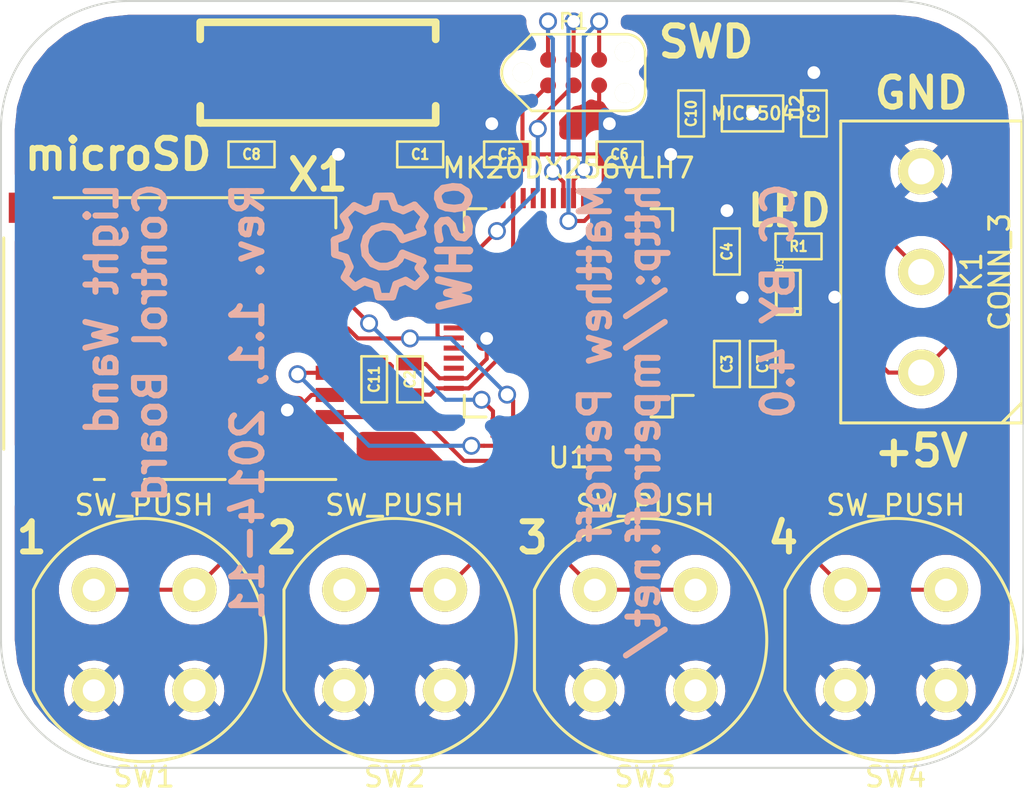
<source format=kicad_pcb>
(kicad_pcb (version 4) (host pcbnew "(2014-08-05 BZR 5054)-product")

  (general
    (links 72)
    (no_connects 0)
    (area 157.337799 93.2688 210.306772 136.0482)
    (thickness 1.6)
    (drawings 20)
    (tracks 238)
    (zones 0)
    (modules 24)
    (nets 65)
  )

  (page A4)
  (layers
    (0 F.Cu signal)
    (31 B.Cu signal hide)
    (32 B.Adhes user)
    (33 F.Adhes user)
    (34 B.Paste user)
    (35 F.Paste user)
    (36 B.SilkS user)
    (37 F.SilkS user)
    (38 B.Mask user)
    (39 F.Mask user)
    (40 Dwgs.User user)
    (41 Cmts.User user)
    (42 Eco1.User user)
    (43 Eco2.User user)
    (44 Edge.Cuts user)
    (45 Margin user)
    (46 B.CrtYd user)
    (47 F.CrtYd user)
    (48 B.Fab user)
    (49 F.Fab user)
  )

  (setup
    (last_trace_width 0.2032)
    (trace_clearance 0.2032)
    (zone_clearance 0.635)
    (zone_45_only no)
    (trace_min 0.2032)
    (segment_width 0.2)
    (edge_width 0.1)
    (via_size 0.889)
    (via_drill 0.635)
    (via_min_size 0.889)
    (via_min_drill 0.508)
    (uvia_size 0.508)
    (uvia_drill 0.127)
    (uvias_allowed no)
    (uvia_min_size 0.508)
    (uvia_min_drill 0.127)
    (pcb_text_width 0.3)
    (pcb_text_size 1.5 1.5)
    (mod_edge_width 0.15)
    (mod_text_size 1 1)
    (mod_text_width 0.15)
    (pad_size 1.5 1.5)
    (pad_drill 0.6)
    (pad_to_mask_clearance 0.0508)
    (aux_axis_origin 0 0)
    (visible_elements FFFFFF1F)
    (pcbplotparams
      (layerselection 0x010f0_80000001)
      (usegerberextensions true)
      (excludeedgelayer true)
      (linewidth 0.100000)
      (plotframeref false)
      (viasonmask false)
      (mode 1)
      (useauxorigin false)
      (hpglpennumber 1)
      (hpglpenspeed 20)
      (hpglpendiameter 15)
      (hpglpenoverlay 2)
      (psnegative false)
      (psa4output false)
      (plotreference false)
      (plotvalue false)
      (plotinvisibletext false)
      (padsonsilk false)
      (subtractmaskfromsilk false)
      (outputformat 1)
      (mirror false)
      (drillshape 0)
      (scaleselection 1)
      (outputdirectory gerber/))
  )

  (net 0 "")
  (net 1 "Net-(C1-Pad1)")
  (net 2 GND)
  (net 3 +3.3V)
  (net 4 +5V)
  (net 5 /WS2812)
  (net 6 /SWDIO)
  (net 7 /RESET)
  (net 8 /SWCLK)
  (net 9 /SWO)
  (net 10 /BTN1)
  (net 11 /BTN2)
  (net 12 /BTN3)
  (net 13 /BTN4)
  (net 14 "Net-(U1-Pad1)")
  (net 15 "Net-(U1-Pad2)")
  (net 16 "Net-(U1-Pad5)")
  (net 17 "Net-(U1-Pad6)")
  (net 18 "Net-(U1-Pad7)")
  (net 19 "Net-(U1-Pad8)")
  (net 20 "Net-(U1-Pad9)")
  (net 21 "Net-(U1-Pad10)")
  (net 22 "Net-(U1-Pad11)")
  (net 23 "Net-(U1-Pad12)")
  (net 24 "Net-(U1-Pad14)")
  (net 25 "Net-(U1-Pad15)")
  (net 26 "Net-(U1-Pad17)")
  (net 27 "Net-(U1-Pad18)")
  (net 28 "Net-(U1-Pad19)")
  (net 29 "Net-(U1-Pad20)")
  (net 30 "Net-(U1-Pad23)")
  (net 31 "Net-(U1-Pad26)")
  (net 32 "Net-(U1-Pad27)")
  (net 33 "Net-(U1-Pad28)")
  (net 34 "Net-(U1-Pad29)")
  (net 35 "Net-(U1-Pad39)")
  (net 36 "Net-(U1-Pad40)")
  (net 37 "Net-(U1-Pad41)")
  (net 38 "Net-(U1-Pad42)")
  (net 39 "Net-(U1-Pad44)")
  (net 40 "Net-(U1-Pad45)")
  (net 41 "Net-(U1-Pad46)")
  (net 42 /CS)
  (net 43 /SCK)
  (net 44 /MOSI)
  (net 45 /MISO)
  (net 46 /WS2812_L)
  (net 47 "Net-(U1-Pad58)")
  (net 48 "Net-(U1-Pad59)")
  (net 49 "Net-(U1-Pad60)")
  (net 50 "Net-(U1-Pad61)")
  (net 51 "Net-(U1-Pad62)")
  (net 52 "Net-(U1-Pad63)")
  (net 53 "Net-(U1-Pad64)")
  (net 54 "Net-(U2-Pad4)")
  (net 55 "Net-(U4-Pad1)")
  (net 56 "Net-(U4-Pad8)")
  (net 57 "Net-(U4-PadCD_B)")
  (net 58 "Net-(U4-PadCD_A)")
  (net 59 "Net-(C8-Pad1)")
  (net 60 "Net-(U1-Pad35)")
  (net 61 "Net-(U1-Pad36)")
  (net 62 "Net-(U1-Pad37)")
  (net 63 "Net-(U1-Pad38)")
  (net 64 "Net-(K1-Pad2)")

  (net_class Default "This is the default net class."
    (clearance 0.2032)
    (trace_width 0.2032)
    (via_dia 0.889)
    (via_drill 0.635)
    (uvia_dia 0.508)
    (uvia_drill 0.127)
    (add_net +3.3V)
    (add_net +5V)
    (add_net /BTN1)
    (add_net /BTN2)
    (add_net /BTN3)
    (add_net /BTN4)
    (add_net /CS)
    (add_net /MISO)
    (add_net /MOSI)
    (add_net /RESET)
    (add_net /SCK)
    (add_net /SWCLK)
    (add_net /SWDIO)
    (add_net /SWO)
    (add_net /WS2812)
    (add_net /WS2812_L)
    (add_net GND)
    (add_net "Net-(C1-Pad1)")
    (add_net "Net-(C8-Pad1)")
    (add_net "Net-(K1-Pad2)")
    (add_net "Net-(U1-Pad1)")
    (add_net "Net-(U1-Pad10)")
    (add_net "Net-(U1-Pad11)")
    (add_net "Net-(U1-Pad12)")
    (add_net "Net-(U1-Pad14)")
    (add_net "Net-(U1-Pad15)")
    (add_net "Net-(U1-Pad17)")
    (add_net "Net-(U1-Pad18)")
    (add_net "Net-(U1-Pad19)")
    (add_net "Net-(U1-Pad2)")
    (add_net "Net-(U1-Pad20)")
    (add_net "Net-(U1-Pad23)")
    (add_net "Net-(U1-Pad26)")
    (add_net "Net-(U1-Pad27)")
    (add_net "Net-(U1-Pad28)")
    (add_net "Net-(U1-Pad29)")
    (add_net "Net-(U1-Pad35)")
    (add_net "Net-(U1-Pad36)")
    (add_net "Net-(U1-Pad37)")
    (add_net "Net-(U1-Pad38)")
    (add_net "Net-(U1-Pad39)")
    (add_net "Net-(U1-Pad40)")
    (add_net "Net-(U1-Pad41)")
    (add_net "Net-(U1-Pad42)")
    (add_net "Net-(U1-Pad44)")
    (add_net "Net-(U1-Pad45)")
    (add_net "Net-(U1-Pad46)")
    (add_net "Net-(U1-Pad5)")
    (add_net "Net-(U1-Pad58)")
    (add_net "Net-(U1-Pad59)")
    (add_net "Net-(U1-Pad6)")
    (add_net "Net-(U1-Pad60)")
    (add_net "Net-(U1-Pad61)")
    (add_net "Net-(U1-Pad62)")
    (add_net "Net-(U1-Pad63)")
    (add_net "Net-(U1-Pad64)")
    (add_net "Net-(U1-Pad7)")
    (add_net "Net-(U1-Pad8)")
    (add_net "Net-(U1-Pad9)")
    (add_net "Net-(U2-Pad4)")
    (add_net "Net-(U4-Pad1)")
    (add_net "Net-(U4-Pad8)")
    (add_net "Net-(U4-PadCD_A)")
    (add_net "Net-(U4-PadCD_B)")
  )

  (module SMD_Packages:SMD-0603 (layer F.Cu) (tedit 544D4F70) (tstamp 544D5043)
    (at 178.308 104.14 180)
    (path /544D25B5)
    (attr smd)
    (fp_text reference C1 (at 0 0 180) (layer F.SilkS)
      (effects (font (size 0.508 0.4572) (thickness 0.1143)))
    )
    (fp_text value 27pF (at 0 0 180) (layer F.SilkS) hide
      (effects (font (size 0.508 0.4572) (thickness 0.1143)))
    )
    (fp_line (start -1.143 -0.635) (end 1.143 -0.635) (layer F.SilkS) (width 0.127))
    (fp_line (start 1.143 -0.635) (end 1.143 0.635) (layer F.SilkS) (width 0.127))
    (fp_line (start 1.143 0.635) (end -1.143 0.635) (layer F.SilkS) (width 0.127))
    (fp_line (start -1.143 0.635) (end -1.143 -0.635) (layer F.SilkS) (width 0.127))
    (pad 1 smd rect (at -0.762 0 180) (size 0.635 1.143) (layers F.Cu F.Paste F.Mask)
      (net 1 "Net-(C1-Pad1)"))
    (pad 2 smd rect (at 0.762 0 180) (size 0.635 1.143) (layers F.Cu F.Paste F.Mask)
      (net 2 GND))
    (model smd\resistors\R0603.wrl
      (at (xyz 0 0 0.001000000047497451))
      (scale (xyz 0.5 0.5 0.5))
      (rotate (xyz 0 0 0))
    )
  )

  (module SMD_Packages:SMD-0603 (layer F.Cu) (tedit 544D4F70) (tstamp 544D504D)
    (at 177.8 115.316 90)
    (path /544D32D6)
    (attr smd)
    (fp_text reference C2 (at 0 0 90) (layer F.SilkS)
      (effects (font (size 0.508 0.4572) (thickness 0.1143)))
    )
    (fp_text value 0.1uF (at 0 0 90) (layer F.SilkS) hide
      (effects (font (size 0.508 0.4572) (thickness 0.1143)))
    )
    (fp_line (start -1.143 -0.635) (end 1.143 -0.635) (layer F.SilkS) (width 0.127))
    (fp_line (start 1.143 -0.635) (end 1.143 0.635) (layer F.SilkS) (width 0.127))
    (fp_line (start 1.143 0.635) (end -1.143 0.635) (layer F.SilkS) (width 0.127))
    (fp_line (start -1.143 0.635) (end -1.143 -0.635) (layer F.SilkS) (width 0.127))
    (pad 1 smd rect (at -0.762 0 90) (size 0.635 1.143) (layers F.Cu F.Paste F.Mask)
      (net 3 +3.3V))
    (pad 2 smd rect (at 0.762 0 90) (size 0.635 1.143) (layers F.Cu F.Paste F.Mask)
      (net 2 GND))
    (model smd\resistors\R0603.wrl
      (at (xyz 0 0 0.001000000047497451))
      (scale (xyz 0.5 0.5 0.5))
      (rotate (xyz 0 0 0))
    )
  )

  (module SMD_Packages:SMD-0603 (layer F.Cu) (tedit 544D4F70) (tstamp 544D5057)
    (at 193.548 114.554 90)
    (path /544D3334)
    (attr smd)
    (fp_text reference C3 (at 0 0 90) (layer F.SilkS)
      (effects (font (size 0.508 0.4572) (thickness 0.1143)))
    )
    (fp_text value 0.1uF (at 0 0 90) (layer F.SilkS) hide
      (effects (font (size 0.508 0.4572) (thickness 0.1143)))
    )
    (fp_line (start -1.143 -0.635) (end 1.143 -0.635) (layer F.SilkS) (width 0.127))
    (fp_line (start 1.143 -0.635) (end 1.143 0.635) (layer F.SilkS) (width 0.127))
    (fp_line (start 1.143 0.635) (end -1.143 0.635) (layer F.SilkS) (width 0.127))
    (fp_line (start -1.143 0.635) (end -1.143 -0.635) (layer F.SilkS) (width 0.127))
    (pad 1 smd rect (at -0.762 0 90) (size 0.635 1.143) (layers F.Cu F.Paste F.Mask)
      (net 3 +3.3V))
    (pad 2 smd rect (at 0.762 0 90) (size 0.635 1.143) (layers F.Cu F.Paste F.Mask)
      (net 2 GND))
    (model smd\resistors\R0603.wrl
      (at (xyz 0 0 0.001000000047497451))
      (scale (xyz 0.5 0.5 0.5))
      (rotate (xyz 0 0 0))
    )
  )

  (module SMD_Packages:SMD-0603 (layer F.Cu) (tedit 544D4F70) (tstamp 544D5061)
    (at 193.548 108.966 90)
    (path /544D3368)
    (attr smd)
    (fp_text reference C4 (at 0 0 90) (layer F.SilkS)
      (effects (font (size 0.508 0.4572) (thickness 0.1143)))
    )
    (fp_text value 0.1uF (at 0 0 90) (layer F.SilkS) hide
      (effects (font (size 0.508 0.4572) (thickness 0.1143)))
    )
    (fp_line (start -1.143 -0.635) (end 1.143 -0.635) (layer F.SilkS) (width 0.127))
    (fp_line (start 1.143 -0.635) (end 1.143 0.635) (layer F.SilkS) (width 0.127))
    (fp_line (start 1.143 0.635) (end -1.143 0.635) (layer F.SilkS) (width 0.127))
    (fp_line (start -1.143 0.635) (end -1.143 -0.635) (layer F.SilkS) (width 0.127))
    (pad 1 smd rect (at -0.762 0 90) (size 0.635 1.143) (layers F.Cu F.Paste F.Mask)
      (net 3 +3.3V))
    (pad 2 smd rect (at 0.762 0 90) (size 0.635 1.143) (layers F.Cu F.Paste F.Mask)
      (net 2 GND))
    (model smd\resistors\R0603.wrl
      (at (xyz 0 0 0.001000000047497451))
      (scale (xyz 0.5 0.5 0.5))
      (rotate (xyz 0 0 0))
    )
  )

  (module SMD_Packages:SMD-0603 (layer F.Cu) (tedit 544D4F70) (tstamp 544D506B)
    (at 182.626 104.14 180)
    (path /544D339D)
    (attr smd)
    (fp_text reference C5 (at 0 0 180) (layer F.SilkS)
      (effects (font (size 0.508 0.4572) (thickness 0.1143)))
    )
    (fp_text value 0.1uF (at 0 0 180) (layer F.SilkS) hide
      (effects (font (size 0.508 0.4572) (thickness 0.1143)))
    )
    (fp_line (start -1.143 -0.635) (end 1.143 -0.635) (layer F.SilkS) (width 0.127))
    (fp_line (start 1.143 -0.635) (end 1.143 0.635) (layer F.SilkS) (width 0.127))
    (fp_line (start 1.143 0.635) (end -1.143 0.635) (layer F.SilkS) (width 0.127))
    (fp_line (start -1.143 0.635) (end -1.143 -0.635) (layer F.SilkS) (width 0.127))
    (pad 1 smd rect (at -0.762 0 180) (size 0.635 1.143) (layers F.Cu F.Paste F.Mask)
      (net 3 +3.3V))
    (pad 2 smd rect (at 0.762 0 180) (size 0.635 1.143) (layers F.Cu F.Paste F.Mask)
      (net 2 GND))
    (model smd\resistors\R0603.wrl
      (at (xyz 0 0 0.001000000047497451))
      (scale (xyz 0.5 0.5 0.5))
      (rotate (xyz 0 0 0))
    )
  )

  (module SMD_Packages:SMD-0603 (layer F.Cu) (tedit 544D4F70) (tstamp 544D5075)
    (at 195.326 114.554 90)
    (path /544D33CF)
    (attr smd)
    (fp_text reference C7 (at 0 0 90) (layer F.SilkS)
      (effects (font (size 0.508 0.4572) (thickness 0.1143)))
    )
    (fp_text value 2.2uF (at 0 0 90) (layer F.SilkS) hide
      (effects (font (size 0.508 0.4572) (thickness 0.1143)))
    )
    (fp_line (start -1.143 -0.635) (end 1.143 -0.635) (layer F.SilkS) (width 0.127))
    (fp_line (start 1.143 -0.635) (end 1.143 0.635) (layer F.SilkS) (width 0.127))
    (fp_line (start 1.143 0.635) (end -1.143 0.635) (layer F.SilkS) (width 0.127))
    (fp_line (start -1.143 0.635) (end -1.143 -0.635) (layer F.SilkS) (width 0.127))
    (pad 1 smd rect (at -0.762 0 90) (size 0.635 1.143) (layers F.Cu F.Paste F.Mask)
      (net 3 +3.3V))
    (pad 2 smd rect (at 0.762 0 90) (size 0.635 1.143) (layers F.Cu F.Paste F.Mask)
      (net 2 GND))
    (model smd\resistors\R0603.wrl
      (at (xyz 0 0 0.001000000047497451))
      (scale (xyz 0.5 0.5 0.5))
      (rotate (xyz 0 0 0))
    )
  )

  (module SMD_Packages:SMD-0603 (layer F.Cu) (tedit 544D4F70) (tstamp 544D507F)
    (at 169.926 104.14)
    (path /544D25F3)
    (attr smd)
    (fp_text reference C8 (at 0 0) (layer F.SilkS)
      (effects (font (size 0.508 0.4572) (thickness 0.1143)))
    )
    (fp_text value 27pF (at 0 0) (layer F.SilkS) hide
      (effects (font (size 0.508 0.4572) (thickness 0.1143)))
    )
    (fp_line (start -1.143 -0.635) (end 1.143 -0.635) (layer F.SilkS) (width 0.127))
    (fp_line (start 1.143 -0.635) (end 1.143 0.635) (layer F.SilkS) (width 0.127))
    (fp_line (start 1.143 0.635) (end -1.143 0.635) (layer F.SilkS) (width 0.127))
    (fp_line (start -1.143 0.635) (end -1.143 -0.635) (layer F.SilkS) (width 0.127))
    (pad 1 smd rect (at -0.762 0) (size 0.635 1.143) (layers F.Cu F.Paste F.Mask)
      (net 59 "Net-(C8-Pad1)"))
    (pad 2 smd rect (at 0.762 0) (size 0.635 1.143) (layers F.Cu F.Paste F.Mask)
      (net 2 GND))
    (model smd\resistors\R0603.wrl
      (at (xyz 0 0 0.001000000047497451))
      (scale (xyz 0.5 0.5 0.5))
      (rotate (xyz 0 0 0))
    )
  )

  (module SMD_Packages:SMD-0603 (layer F.Cu) (tedit 544D4F70) (tstamp 544D5089)
    (at 197.866 102.108 90)
    (path /544D5FA3)
    (attr smd)
    (fp_text reference C9 (at 0 0 90) (layer F.SilkS)
      (effects (font (size 0.508 0.4572) (thickness 0.1143)))
    )
    (fp_text value 1uF (at 0 0 90) (layer F.SilkS) hide
      (effects (font (size 0.508 0.4572) (thickness 0.1143)))
    )
    (fp_line (start -1.143 -0.635) (end 1.143 -0.635) (layer F.SilkS) (width 0.127))
    (fp_line (start 1.143 -0.635) (end 1.143 0.635) (layer F.SilkS) (width 0.127))
    (fp_line (start 1.143 0.635) (end -1.143 0.635) (layer F.SilkS) (width 0.127))
    (fp_line (start -1.143 0.635) (end -1.143 -0.635) (layer F.SilkS) (width 0.127))
    (pad 1 smd rect (at -0.762 0 90) (size 0.635 1.143) (layers F.Cu F.Paste F.Mask)
      (net 4 +5V))
    (pad 2 smd rect (at 0.762 0 90) (size 0.635 1.143) (layers F.Cu F.Paste F.Mask)
      (net 2 GND))
    (model smd\resistors\R0603.wrl
      (at (xyz 0 0 0.001000000047497451))
      (scale (xyz 0.5 0.5 0.5))
      (rotate (xyz 0 0 0))
    )
  )

  (module SMD_Packages:SMD-0603 (layer F.Cu) (tedit 544D4F70) (tstamp 544D5093)
    (at 191.77 102.108 270)
    (path /544D5E74)
    (attr smd)
    (fp_text reference C10 (at 0 0 270) (layer F.SilkS)
      (effects (font (size 0.508 0.4572) (thickness 0.1143)))
    )
    (fp_text value 1uF (at 0 0 270) (layer F.SilkS) hide
      (effects (font (size 0.508 0.4572) (thickness 0.1143)))
    )
    (fp_line (start -1.143 -0.635) (end 1.143 -0.635) (layer F.SilkS) (width 0.127))
    (fp_line (start 1.143 -0.635) (end 1.143 0.635) (layer F.SilkS) (width 0.127))
    (fp_line (start 1.143 0.635) (end -1.143 0.635) (layer F.SilkS) (width 0.127))
    (fp_line (start -1.143 0.635) (end -1.143 -0.635) (layer F.SilkS) (width 0.127))
    (pad 1 smd rect (at -0.762 0 270) (size 0.635 1.143) (layers F.Cu F.Paste F.Mask)
      (net 3 +3.3V))
    (pad 2 smd rect (at 0.762 0 270) (size 0.635 1.143) (layers F.Cu F.Paste F.Mask)
      (net 2 GND))
    (model smd\resistors\R0603.wrl
      (at (xyz 0 0 0.001000000047497451))
      (scale (xyz 0.5 0.5 0.5))
      (rotate (xyz 0 0 0))
    )
  )

  (module SMD_Packages:SMD-0603 (layer F.Cu) (tedit 544D4F70) (tstamp 544D509D)
    (at 176.022 115.316 270)
    (path /544D3C63)
    (attr smd)
    (fp_text reference C11 (at 0 0 270) (layer F.SilkS)
      (effects (font (size 0.508 0.4572) (thickness 0.1143)))
    )
    (fp_text value 0.1uF (at 0 0 270) (layer F.SilkS) hide
      (effects (font (size 0.508 0.4572) (thickness 0.1143)))
    )
    (fp_line (start -1.143 -0.635) (end 1.143 -0.635) (layer F.SilkS) (width 0.127))
    (fp_line (start 1.143 -0.635) (end 1.143 0.635) (layer F.SilkS) (width 0.127))
    (fp_line (start 1.143 0.635) (end -1.143 0.635) (layer F.SilkS) (width 0.127))
    (fp_line (start -1.143 0.635) (end -1.143 -0.635) (layer F.SilkS) (width 0.127))
    (pad 1 smd rect (at -0.762 0 270) (size 0.635 1.143) (layers F.Cu F.Paste F.Mask)
      (net 3 +3.3V))
    (pad 2 smd rect (at 0.762 0 270) (size 0.635 1.143) (layers F.Cu F.Paste F.Mask)
      (net 2 GND))
    (model smd\resistors\R0603.wrl
      (at (xyz 0 0 0.001000000047497451))
      (scale (xyz 0.5 0.5 0.5))
      (rotate (xyz 0 0 0))
    )
  )

  (module footprints:1935174 (layer F.Cu) (tedit 544D4EF8) (tstamp 544D550F)
    (at 203.2 109.982 90)
    (path /544C5AA3)
    (fp_text reference K1 (at 0 2.5 90) (layer F.SilkS)
      (effects (font (size 1 1) (thickness 0.15)))
    )
    (fp_text value CONN_3 (at 0 3.9 90) (layer F.SilkS)
      (effects (font (size 1 1) (thickness 0.15)))
    )
    (fp_line (start -7.5 4) (end -6.5 5) (layer F.SilkS) (width 0.15))
    (fp_line (start 7.5 -4) (end 7.5 5) (layer F.SilkS) (width 0.15))
    (fp_line (start -7.5 -4) (end -7.5 5) (layer F.SilkS) (width 0.15))
    (fp_line (start -7.5 5) (end 7.5 5) (layer F.SilkS) (width 0.15))
    (fp_line (start -7.5 -4) (end 7.5 -4) (layer F.SilkS) (width 0.15))
    (pad 1 thru_hole circle (at -5 0 90) (size 2.3 2.3) (drill 1.3) (layers *.Cu *.Mask F.SilkS)
      (net 4 +5V))
    (pad 2 thru_hole circle (at 0 0 90) (size 2.3 2.3) (drill 1.3) (layers *.Cu *.Mask F.SilkS)
      (net 64 "Net-(K1-Pad2)"))
    (pad 3 thru_hole circle (at 5 0 90) (size 2.3 2.3) (drill 1.3) (layers *.Cu *.Mask F.SilkS)
      (net 2 GND))
  )

  (module footprints:TC2030-NL_SMALL (layer F.Cu) (tedit 4FBCCECC) (tstamp 544D50BE)
    (at 185.928 100.076)
    (descr "Tag-Connect TC2030-NL footprint by carloscuev@gmail.com")
    (tags "Tag-Connect TC2030-NL")
    (path /544D14B3)
    (clearance 0.127)
    (attr virtual)
    (fp_text reference P1 (at 0 -2.54) (layer F.SilkS)
      (effects (font (size 0.75692 0.75692) (thickness 0.127)))
    )
    (fp_text value TC2030-CTX (at 0 2.667) (layer F.SilkS) hide
      (effects (font (size 0.75692 0.75692) (thickness 0.127)))
    )
    (fp_line (start 2.6035 1.905) (end -2.0828 1.905) (layer F.SilkS) (width 0.127))
    (fp_line (start 2.6035 -1.905) (end -2.0828 -1.905) (layer F.SilkS) (width 0.127))
    (fp_line (start -3.2639 0.7239) (end -2.0828 1.905) (layer F.SilkS) (width 0.127))
    (fp_line (start -3.2639 -0.7239) (end -2.0828 -1.905) (layer F.SilkS) (width 0.127))
    (fp_arc (start -2.54 0) (end -3.2639 0.7239) (angle 90) (layer F.SilkS) (width 0.127))
    (fp_line (start 3.556 -0.9525) (end 3.556 0.9525) (layer F.SilkS) (width 0.127))
    (fp_arc (start 2.6035 0.9525) (end 3.556 0.9525) (angle 90) (layer F.SilkS) (width 0.127))
    (fp_arc (start 2.6035 -0.9525) (end 2.6035 -1.905) (angle 90) (layer F.SilkS) (width 0.127))
    (pad 1 connect circle (at -1.27 0.635) (size 0.78486 0.78486) (layers F.Cu F.Mask)
      (net 3 +3.3V))
    (pad 2 connect circle (at -1.27 -0.635) (size 0.78486 0.78486) (layers F.Cu F.Mask)
      (net 6 /SWDIO))
    (pad 3 connect circle (at 0 0.635) (size 0.78486 0.78486) (layers F.Cu F.Mask)
      (net 7 /RESET))
    (pad 4 connect circle (at 0 -0.635) (size 0.78486 0.78486) (layers F.Cu F.Mask)
      (net 8 /SWCLK))
    (pad 5 connect circle (at 1.27 0.635) (size 0.78486 0.78486) (layers F.Cu F.Mask)
      (net 2 GND))
    (pad 6 connect circle (at 1.27 -0.635) (size 0.78486 0.78486) (layers F.Cu F.Mask)
      (net 9 /SWO))
    (pad "" np_thru_hole circle (at -2.54 0) (size 0.98806 0.98806) (drill 0.98806) (layers *.Cu *.Mask F.SilkS))
    (pad "" np_thru_hole circle (at 2.54 -1.016) (size 0.98552 0.98552) (drill 0.98552) (layers *.Cu *.Mask F.SilkS))
    (pad "" np_thru_hole circle (at 2.54 1.016) (size 0.98552 0.98552) (drill 0.98552) (layers *.Cu *.Mask F.SilkS))
  )

  (module footprints:D6_SWITCH (layer F.Cu) (tedit 544D4B82) (tstamp 544D50C8)
    (at 164.592 128.27)
    (path /544D2CA8)
    (fp_text reference SW1 (at 0 6.8) (layer F.SilkS)
      (effects (font (size 1 1) (thickness 0.15)))
    )
    (fp_text value SW_PUSH (at 0 -6.7) (layer F.SilkS)
      (effects (font (size 1 1) (thickness 0.15)))
    )
    (fp_line (start -5.5 2.5) (end -5.5 -2.5) (layer F.SilkS) (width 0.15))
    (fp_arc (start 0 0) (end -5.5 -2.5) (angle 311) (layer F.SilkS) (width 0.15))
    (pad 1 thru_hole circle (at -2.5 -2.5) (size 2.2 2.2) (drill 1.1) (layers *.Cu *.Mask F.SilkS)
      (net 10 /BTN1))
    (pad 1 thru_hole circle (at 2.5 -2.5) (size 2.2 2.2) (drill 1.1) (layers *.Cu *.Mask F.SilkS)
      (net 10 /BTN1))
    (pad 2 thru_hole circle (at 2.5 2.5) (size 2.2 2.2) (drill 1.1) (layers *.Cu *.Mask F.SilkS)
      (net 2 GND))
    (pad 2 thru_hole circle (at -2.5 2.5) (size 2.2 2.2) (drill 1.1) (layers *.Cu *.Mask F.SilkS)
      (net 2 GND))
  )

  (module footprints:D6_SWITCH (layer F.Cu) (tedit 544D4B82) (tstamp 544D50D2)
    (at 177.038 128.27)
    (path /544D2D5B)
    (fp_text reference SW2 (at 0 6.8) (layer F.SilkS)
      (effects (font (size 1 1) (thickness 0.15)))
    )
    (fp_text value SW_PUSH (at 0 -6.7) (layer F.SilkS)
      (effects (font (size 1 1) (thickness 0.15)))
    )
    (fp_line (start -5.5 2.5) (end -5.5 -2.5) (layer F.SilkS) (width 0.15))
    (fp_arc (start 0 0) (end -5.5 -2.5) (angle 311) (layer F.SilkS) (width 0.15))
    (pad 1 thru_hole circle (at -2.5 -2.5) (size 2.2 2.2) (drill 1.1) (layers *.Cu *.Mask F.SilkS)
      (net 11 /BTN2))
    (pad 1 thru_hole circle (at 2.5 -2.5) (size 2.2 2.2) (drill 1.1) (layers *.Cu *.Mask F.SilkS)
      (net 11 /BTN2))
    (pad 2 thru_hole circle (at 2.5 2.5) (size 2.2 2.2) (drill 1.1) (layers *.Cu *.Mask F.SilkS)
      (net 2 GND))
    (pad 2 thru_hole circle (at -2.5 2.5) (size 2.2 2.2) (drill 1.1) (layers *.Cu *.Mask F.SilkS)
      (net 2 GND))
  )

  (module footprints:D6_SWITCH (layer F.Cu) (tedit 544D4B82) (tstamp 544D50DC)
    (at 189.484 128.27)
    (path /544D2D8F)
    (fp_text reference SW3 (at 0 6.8) (layer F.SilkS)
      (effects (font (size 1 1) (thickness 0.15)))
    )
    (fp_text value SW_PUSH (at 0 -6.7) (layer F.SilkS)
      (effects (font (size 1 1) (thickness 0.15)))
    )
    (fp_line (start -5.5 2.5) (end -5.5 -2.5) (layer F.SilkS) (width 0.15))
    (fp_arc (start 0 0) (end -5.5 -2.5) (angle 311) (layer F.SilkS) (width 0.15))
    (pad 1 thru_hole circle (at -2.5 -2.5) (size 2.2 2.2) (drill 1.1) (layers *.Cu *.Mask F.SilkS)
      (net 12 /BTN3))
    (pad 1 thru_hole circle (at 2.5 -2.5) (size 2.2 2.2) (drill 1.1) (layers *.Cu *.Mask F.SilkS)
      (net 12 /BTN3))
    (pad 2 thru_hole circle (at 2.5 2.5) (size 2.2 2.2) (drill 1.1) (layers *.Cu *.Mask F.SilkS)
      (net 2 GND))
    (pad 2 thru_hole circle (at -2.5 2.5) (size 2.2 2.2) (drill 1.1) (layers *.Cu *.Mask F.SilkS)
      (net 2 GND))
  )

  (module footprints:D6_SWITCH (layer F.Cu) (tedit 544D4B82) (tstamp 544D50E6)
    (at 201.93 128.27)
    (path /544D2DC4)
    (fp_text reference SW4 (at 0 6.8) (layer F.SilkS)
      (effects (font (size 1 1) (thickness 0.15)))
    )
    (fp_text value SW_PUSH (at 0 -6.7) (layer F.SilkS)
      (effects (font (size 1 1) (thickness 0.15)))
    )
    (fp_line (start -5.5 2.5) (end -5.5 -2.5) (layer F.SilkS) (width 0.15))
    (fp_arc (start 0 0) (end -5.5 -2.5) (angle 311) (layer F.SilkS) (width 0.15))
    (pad 1 thru_hole circle (at -2.5 -2.5) (size 2.2 2.2) (drill 1.1) (layers *.Cu *.Mask F.SilkS)
      (net 13 /BTN4))
    (pad 1 thru_hole circle (at 2.5 -2.5) (size 2.2 2.2) (drill 1.1) (layers *.Cu *.Mask F.SilkS)
      (net 13 /BTN4))
    (pad 2 thru_hole circle (at 2.5 2.5) (size 2.2 2.2) (drill 1.1) (layers *.Cu *.Mask F.SilkS)
      (net 2 GND))
    (pad 2 thru_hole circle (at -2.5 2.5) (size 2.2 2.2) (drill 1.1) (layers *.Cu *.Mask F.SilkS)
      (net 2 GND))
  )

  (module QFP:LQFP-64_10x10mm_Pitch0.5mm (layer F.Cu) (tedit 54130A77) (tstamp 544D5137)
    (at 185.674 112.014 180)
    (descr "64 LEAD LQFP 10x10mm (see MICREL LQFP10x10-64LD-PL-1.pdf)")
    (tags "QFP 0.5")
    (path /544CF54B)
    (attr smd)
    (fp_text reference U1 (at 0 -7.2 180) (layer F.SilkS)
      (effects (font (size 1 1) (thickness 0.15)))
    )
    (fp_text value MK20DX256VLH7 (at 0 7.2 180) (layer F.SilkS)
      (effects (font (size 1 1) (thickness 0.15)))
    )
    (fp_line (start -6.45 -6.45) (end -6.45 6.45) (layer F.CrtYd) (width 0.05))
    (fp_line (start 6.45 -6.45) (end 6.45 6.45) (layer F.CrtYd) (width 0.05))
    (fp_line (start -6.45 -6.45) (end 6.45 -6.45) (layer F.CrtYd) (width 0.05))
    (fp_line (start -6.45 6.45) (end 6.45 6.45) (layer F.CrtYd) (width 0.05))
    (fp_line (start -5.175 -5.175) (end -5.175 -4.1) (layer F.SilkS) (width 0.15))
    (fp_line (start 5.175 -5.175) (end 5.175 -4.1) (layer F.SilkS) (width 0.15))
    (fp_line (start 5.175 5.175) (end 5.175 4.1) (layer F.SilkS) (width 0.15))
    (fp_line (start -5.175 5.175) (end -5.175 4.1) (layer F.SilkS) (width 0.15))
    (fp_line (start -5.175 -5.175) (end -4.1 -5.175) (layer F.SilkS) (width 0.15))
    (fp_line (start -5.175 5.175) (end -4.1 5.175) (layer F.SilkS) (width 0.15))
    (fp_line (start 5.175 5.175) (end 4.1 5.175) (layer F.SilkS) (width 0.15))
    (fp_line (start 5.175 -5.175) (end 4.1 -5.175) (layer F.SilkS) (width 0.15))
    (fp_line (start -5.175 -4.1) (end -6.2 -4.1) (layer F.SilkS) (width 0.15))
    (pad 1 smd rect (at -5.7 -3.75 180) (size 1 0.25) (layers F.Cu F.Paste F.Mask)
      (net 14 "Net-(U1-Pad1)"))
    (pad 2 smd rect (at -5.7 -3.25 180) (size 1 0.25) (layers F.Cu F.Paste F.Mask)
      (net 15 "Net-(U1-Pad2)"))
    (pad 3 smd rect (at -5.7 -2.75 180) (size 1 0.25) (layers F.Cu F.Paste F.Mask)
      (net 3 +3.3V))
    (pad 4 smd rect (at -5.7 -2.25 180) (size 1 0.25) (layers F.Cu F.Paste F.Mask)
      (net 2 GND))
    (pad 5 smd rect (at -5.7 -1.75 180) (size 1 0.25) (layers F.Cu F.Paste F.Mask)
      (net 16 "Net-(U1-Pad5)"))
    (pad 6 smd rect (at -5.7 -1.25 180) (size 1 0.25) (layers F.Cu F.Paste F.Mask)
      (net 17 "Net-(U1-Pad6)"))
    (pad 7 smd rect (at -5.7 -0.75 180) (size 1 0.25) (layers F.Cu F.Paste F.Mask)
      (net 18 "Net-(U1-Pad7)"))
    (pad 8 smd rect (at -5.7 -0.25 180) (size 1 0.25) (layers F.Cu F.Paste F.Mask)
      (net 19 "Net-(U1-Pad8)"))
    (pad 9 smd rect (at -5.7 0.25 180) (size 1 0.25) (layers F.Cu F.Paste F.Mask)
      (net 20 "Net-(U1-Pad9)"))
    (pad 10 smd rect (at -5.7 0.75 180) (size 1 0.25) (layers F.Cu F.Paste F.Mask)
      (net 21 "Net-(U1-Pad10)"))
    (pad 11 smd rect (at -5.7 1.25 180) (size 1 0.25) (layers F.Cu F.Paste F.Mask)
      (net 22 "Net-(U1-Pad11)"))
    (pad 12 smd rect (at -5.7 1.75 180) (size 1 0.25) (layers F.Cu F.Paste F.Mask)
      (net 23 "Net-(U1-Pad12)"))
    (pad 13 smd rect (at -5.7 2.25 180) (size 1 0.25) (layers F.Cu F.Paste F.Mask)
      (net 3 +3.3V))
    (pad 14 smd rect (at -5.7 2.75 180) (size 1 0.25) (layers F.Cu F.Paste F.Mask)
      (net 24 "Net-(U1-Pad14)"))
    (pad 15 smd rect (at -5.7 3.25 180) (size 1 0.25) (layers F.Cu F.Paste F.Mask)
      (net 25 "Net-(U1-Pad15)"))
    (pad 16 smd rect (at -5.7 3.75 180) (size 1 0.25) (layers F.Cu F.Paste F.Mask)
      (net 2 GND))
    (pad 17 smd rect (at -3.75 5.7 270) (size 1 0.25) (layers F.Cu F.Paste F.Mask)
      (net 26 "Net-(U1-Pad17)"))
    (pad 18 smd rect (at -3.25 5.7 270) (size 1 0.25) (layers F.Cu F.Paste F.Mask)
      (net 27 "Net-(U1-Pad18)"))
    (pad 19 smd rect (at -2.75 5.7 270) (size 1 0.25) (layers F.Cu F.Paste F.Mask)
      (net 28 "Net-(U1-Pad19)"))
    (pad 20 smd rect (at -2.25 5.7 270) (size 1 0.25) (layers F.Cu F.Paste F.Mask)
      (net 29 "Net-(U1-Pad20)"))
    (pad 21 smd rect (at -1.75 5.7 270) (size 1 0.25) (layers F.Cu F.Paste F.Mask)
      (net 3 +3.3V))
    (pad 22 smd rect (at -1.25 5.7 270) (size 1 0.25) (layers F.Cu F.Paste F.Mask)
      (net 8 /SWCLK))
    (pad 23 smd rect (at -0.75 5.7 270) (size 1 0.25) (layers F.Cu F.Paste F.Mask)
      (net 30 "Net-(U1-Pad23)"))
    (pad 24 smd rect (at -0.25 5.7 270) (size 1 0.25) (layers F.Cu F.Paste F.Mask)
      (net 9 /SWO))
    (pad 25 smd rect (at 0.25 5.7 270) (size 1 0.25) (layers F.Cu F.Paste F.Mask)
      (net 6 /SWDIO))
    (pad 26 smd rect (at 0.75 5.7 270) (size 1 0.25) (layers F.Cu F.Paste F.Mask)
      (net 31 "Net-(U1-Pad26)"))
    (pad 27 smd rect (at 1.25 5.7 270) (size 1 0.25) (layers F.Cu F.Paste F.Mask)
      (net 32 "Net-(U1-Pad27)"))
    (pad 28 smd rect (at 1.75 5.7 270) (size 1 0.25) (layers F.Cu F.Paste F.Mask)
      (net 33 "Net-(U1-Pad28)"))
    (pad 29 smd rect (at 2.25 5.7 270) (size 1 0.25) (layers F.Cu F.Paste F.Mask)
      (net 34 "Net-(U1-Pad29)"))
    (pad 30 smd rect (at 2.75 5.7 270) (size 1 0.25) (layers F.Cu F.Paste F.Mask)
      (net 3 +3.3V))
    (pad 31 smd rect (at 3.25 5.7 270) (size 1 0.25) (layers F.Cu F.Paste F.Mask)
      (net 2 GND))
    (pad 32 smd rect (at 3.75 5.7 270) (size 1 0.25) (layers F.Cu F.Paste F.Mask)
      (net 1 "Net-(C1-Pad1)"))
    (pad 33 smd rect (at 5.7 3.75 180) (size 1 0.25) (layers F.Cu F.Paste F.Mask)
      (net 59 "Net-(C8-Pad1)"))
    (pad 34 smd rect (at 5.7 3.25 180) (size 1 0.25) (layers F.Cu F.Paste F.Mask)
      (net 7 /RESET))
    (pad 35 smd rect (at 5.7 2.75 180) (size 1 0.25) (layers F.Cu F.Paste F.Mask)
      (net 60 "Net-(U1-Pad35)"))
    (pad 36 smd rect (at 5.7 2.25 180) (size 1 0.25) (layers F.Cu F.Paste F.Mask)
      (net 61 "Net-(U1-Pad36)"))
    (pad 37 smd rect (at 5.7 1.75 180) (size 1 0.25) (layers F.Cu F.Paste F.Mask)
      (net 62 "Net-(U1-Pad37)"))
    (pad 38 smd rect (at 5.7 1.25 180) (size 1 0.25) (layers F.Cu F.Paste F.Mask)
      (net 63 "Net-(U1-Pad38)"))
    (pad 39 smd rect (at 5.7 0.75 180) (size 1 0.25) (layers F.Cu F.Paste F.Mask)
      (net 35 "Net-(U1-Pad39)"))
    (pad 40 smd rect (at 5.7 0.25 180) (size 1 0.25) (layers F.Cu F.Paste F.Mask)
      (net 36 "Net-(U1-Pad40)"))
    (pad 41 smd rect (at 5.7 -0.25 180) (size 1 0.25) (layers F.Cu F.Paste F.Mask)
      (net 37 "Net-(U1-Pad41)"))
    (pad 42 smd rect (at 5.7 -0.75 180) (size 1 0.25) (layers F.Cu F.Paste F.Mask)
      (net 38 "Net-(U1-Pad42)"))
    (pad 43 smd rect (at 5.7 -1.25 180) (size 1 0.25) (layers F.Cu F.Paste F.Mask)
      (net 60 "Net-(U1-Pad35)"))
    (pad 44 smd rect (at 5.7 -1.75 180) (size 1 0.25) (layers F.Cu F.Paste F.Mask)
      (net 39 "Net-(U1-Pad44)"))
    (pad 45 smd rect (at 5.7 -2.25 180) (size 1 0.25) (layers F.Cu F.Paste F.Mask)
      (net 40 "Net-(U1-Pad45)"))
    (pad 46 smd rect (at 5.7 -2.75 180) (size 1 0.25) (layers F.Cu F.Paste F.Mask)
      (net 41 "Net-(U1-Pad46)"))
    (pad 47 smd rect (at 5.7 -3.25 180) (size 1 0.25) (layers F.Cu F.Paste F.Mask)
      (net 2 GND))
    (pad 48 smd rect (at 5.7 -3.75 180) (size 1 0.25) (layers F.Cu F.Paste F.Mask)
      (net 3 +3.3V))
    (pad 49 smd rect (at 3.75 -5.7 270) (size 1 0.25) (layers F.Cu F.Paste F.Mask)
      (net 42 /CS))
    (pad 50 smd rect (at 3.25 -5.7 270) (size 1 0.25) (layers F.Cu F.Paste F.Mask)
      (net 43 /SCK))
    (pad 51 smd rect (at 2.75 -5.7 270) (size 1 0.25) (layers F.Cu F.Paste F.Mask)
      (net 44 /MOSI))
    (pad 52 smd rect (at 2.25 -5.7 270) (size 1 0.25) (layers F.Cu F.Paste F.Mask)
      (net 45 /MISO))
    (pad 53 smd rect (at 1.75 -5.7 270) (size 1 0.25) (layers F.Cu F.Paste F.Mask)
      (net 10 /BTN1))
    (pad 54 smd rect (at 1.25 -5.7 270) (size 1 0.25) (layers F.Cu F.Paste F.Mask)
      (net 11 /BTN2))
    (pad 55 smd rect (at 0.75 -5.7 270) (size 1 0.25) (layers F.Cu F.Paste F.Mask)
      (net 12 /BTN3))
    (pad 56 smd rect (at 0.25 -5.7 270) (size 1 0.25) (layers F.Cu F.Paste F.Mask)
      (net 13 /BTN4))
    (pad 57 smd rect (at -0.25 -5.7 270) (size 1 0.25) (layers F.Cu F.Paste F.Mask)
      (net 46 /WS2812_L))
    (pad 58 smd rect (at -0.75 -5.7 270) (size 1 0.25) (layers F.Cu F.Paste F.Mask)
      (net 47 "Net-(U1-Pad58)"))
    (pad 59 smd rect (at -1.25 -5.7 270) (size 1 0.25) (layers F.Cu F.Paste F.Mask)
      (net 48 "Net-(U1-Pad59)"))
    (pad 60 smd rect (at -1.75 -5.7 270) (size 1 0.25) (layers F.Cu F.Paste F.Mask)
      (net 49 "Net-(U1-Pad60)"))
    (pad 61 smd rect (at -2.25 -5.7 270) (size 1 0.25) (layers F.Cu F.Paste F.Mask)
      (net 50 "Net-(U1-Pad61)"))
    (pad 62 smd rect (at -2.75 -5.7 270) (size 1 0.25) (layers F.Cu F.Paste F.Mask)
      (net 51 "Net-(U1-Pad62)"))
    (pad 63 smd rect (at -3.25 -5.7 270) (size 1 0.25) (layers F.Cu F.Paste F.Mask)
      (net 52 "Net-(U1-Pad63)"))
    (pad 64 smd rect (at -3.75 -5.7 270) (size 1 0.25) (layers F.Cu F.Paste F.Mask)
      (net 53 "Net-(U1-Pad64)"))
    (model Housings_QFP/LQFP-64_10x10mm_Pitch0.5mm.wrl
      (at (xyz 0 0 0))
      (scale (xyz 1 1 1))
      (rotate (xyz 0 0 0))
    )
  )

  (module SMD_Packages:SOT-23-5 (layer F.Cu) (tedit 544D4F70) (tstamp 544D5144)
    (at 194.818 102.108)
    (path /544D57A0)
    (attr smd)
    (fp_text reference U2 (at 2.19964 -0.29972 90) (layer F.SilkS)
      (effects (font (size 0.635 0.635) (thickness 0.127)))
    )
    (fp_text value MIC5504 (at 0 0) (layer F.SilkS)
      (effects (font (size 0.635 0.635) (thickness 0.127)))
    )
    (fp_line (start 1.524 -0.889) (end 1.524 0.889) (layer F.SilkS) (width 0.127))
    (fp_line (start 1.524 0.889) (end -1.524 0.889) (layer F.SilkS) (width 0.127))
    (fp_line (start -1.524 0.889) (end -1.524 -0.889) (layer F.SilkS) (width 0.127))
    (fp_line (start -1.524 -0.889) (end 1.524 -0.889) (layer F.SilkS) (width 0.127))
    (pad 1 smd rect (at -0.9525 1.27) (size 0.508 0.762) (layers F.Cu F.Paste F.Mask)
      (net 4 +5V))
    (pad 3 smd rect (at 0.9525 1.27) (size 0.508 0.762) (layers F.Cu F.Paste F.Mask)
      (net 4 +5V))
    (pad 5 smd rect (at -0.9525 -1.27) (size 0.508 0.762) (layers F.Cu F.Paste F.Mask)
      (net 3 +3.3V))
    (pad 2 smd rect (at 0 1.27) (size 0.508 0.762) (layers F.Cu F.Paste F.Mask)
      (net 2 GND))
    (pad 4 smd rect (at 0.9525 -1.27) (size 0.508 0.762) (layers F.Cu F.Paste F.Mask)
      (net 54 "Net-(U2-Pad4)"))
    (model smd/SOT23_5.wrl
      (at (xyz 0 0 0))
      (scale (xyz 0.1000000014901161 0.1000000014901161 0.1000000014901161))
      (rotate (xyz 0 0 0))
    )
  )

  (module Transistors_SMD:sc70-6 (layer F.Cu) (tedit 544D4F70) (tstamp 544D5154)
    (at 196.596 110.998 90)
    (descr SC70-6)
    (path /544D6779)
    (attr smd)
    (fp_text reference U3 (at 1.4 -0.4 90) (layer F.SilkS)
      (effects (font (size 0.29972 0.29972) (thickness 0.06096)))
    )
    (fp_text value SN74LVC1T45 (at 2.2 0.2 90) (layer F.SilkS) hide
      (effects (font (size 0.29972 0.29972) (thickness 0.06096)))
    )
    (fp_line (start -1.1 0.3) (end -0.8 0.3) (layer F.SilkS) (width 0.15))
    (fp_line (start -0.8 0.3) (end -0.8 0.6) (layer F.SilkS) (width 0.15))
    (fp_line (start 1.1 0.6) (end 1.1 -0.6) (layer F.SilkS) (width 0.15))
    (fp_line (start -1.1 -0.6) (end -1.1 0.6) (layer F.SilkS) (width 0.15))
    (fp_line (start -1.1 0.6) (end 1.1 0.6) (layer F.SilkS) (width 0.15))
    (fp_line (start 1.1 -0.6) (end -1.1 -0.6) (layer F.SilkS) (width 0.15))
    (pad 1 smd rect (at -0.6604 1.016 90) (size 0.4064 0.6604) (layers F.Cu F.Paste F.Mask)
      (net 4 +5V))
    (pad 3 smd rect (at 0.6604 1.016 90) (size 0.4064 0.6604) (layers F.Cu F.Paste F.Mask)
      (net 5 /WS2812))
    (pad 2 smd rect (at 0 1.016 90) (size 0.4064 0.6604) (layers F.Cu F.Paste F.Mask)
      (net 2 GND))
    (pad 4 smd rect (at 0.6604 -1.016 90) (size 0.4064 0.6604) (layers F.Cu F.Paste F.Mask)
      (net 46 /WS2812_L))
    (pad 6 smd rect (at -0.6604 -1.016 90) (size 0.4064 0.6604) (layers F.Cu F.Paste F.Mask)
      (net 3 +3.3V))
    (pad 5 smd rect (at 0 -1.016 90) (size 0.4064 0.6604) (layers F.Cu F.Paste F.Mask)
      (net 2 GND))
    (model smd/smd_transistors/sc70-6.wrl
      (at (xyz 0 0 0))
      (scale (xyz 1 1 1))
      (rotate (xyz 0 0 0))
    )
  )

  (module footprints:DM3BT (layer F.Cu) (tedit 519C2019) (tstamp 544D516C)
    (at 166.116 113.792 270)
    (path /544C67AE)
    (fp_text reference U4 (at 0 -2 270) (layer F.SilkS) hide
      (effects (font (size 1 1) (thickness 0.15)))
    )
    (fp_text value MICROSD_SOCKET (at 0 0 270) (layer F.SilkS) hide
      (effects (font (size 1 1) (thickness 0.15)))
    )
    (fp_line (start -7.5 6) (end -7.5 -8) (layer F.SilkS) (width 0.15))
    (fp_line (start -7.5 -8) (end -6 -8) (layer F.SilkS) (width 0.15))
    (fp_line (start 6.5 -4.5) (end 6.5 -8) (layer F.SilkS) (width 0.15))
    (fp_line (start 6.5 -2.5) (end 6.5 1.5) (layer F.SilkS) (width 0.15))
    (fp_line (start 6.5 3.5) (end 6.5 4) (layer F.SilkS) (width 0.15))
    (fp_line (start -5.5 8.5) (end 5 8.5) (layer F.SilkS) (width 0.15))
    (pad 1 smd rect (at -3.2 -7.7 270) (size 0.7 1.4) (layers F.Cu F.Paste F.Mask)
      (net 55 "Net-(U4-Pad1)"))
    (pad 2 smd rect (at -2.1 -7.7 270) (size 0.7 1.4) (layers F.Cu F.Paste F.Mask)
      (net 42 /CS))
    (pad 3 smd rect (at -1 -7.7 270) (size 0.7 1.4) (layers F.Cu F.Paste F.Mask)
      (net 44 /MOSI))
    (pad 4 smd rect (at 0.1 -7.7 270) (size 0.7 1.4) (layers F.Cu F.Paste F.Mask)
      (net 3 +3.3V))
    (pad 5 smd rect (at 1.2 -7.7 270) (size 0.7 1.4) (layers F.Cu F.Paste F.Mask)
      (net 43 /SCK))
    (pad 6 smd rect (at 2.3 -7.7 270) (size 0.7 1.4) (layers F.Cu F.Paste F.Mask)
      (net 2 GND))
    (pad 7 smd rect (at 3.4 -7.7 270) (size 0.7 1.4) (layers F.Cu F.Paste F.Mask)
      (net 45 /MISO))
    (pad 8 smd rect (at 4.5 -7.7 270) (size 0.7 1.4) (layers F.Cu F.Paste F.Mask)
      (net 56 "Net-(U4-Pad8)"))
    (pad CD_B smd rect (at 5.45 -7.8 270) (size 0.7 1.2) (layers F.Cu F.Paste F.Mask)
      (net 57 "Net-(U4-PadCD_B)"))
    (pad CD_A smd rect (at 6.3 2.7 270) (size 1.2 0.8) (layers F.Cu F.Paste F.Mask)
      (net 58 "Net-(U4-PadCD_A)"))
    (pad GND smd rect (at -5.1 -7.7 270) (size 1 1.4) (layers F.Cu F.Paste F.Mask))
    (pad GND smd rect (at 6.3 -3.5 270) (size 1.2 1.2) (layers F.Cu F.Paste F.Mask))
    (pad GND smd rect (at 6.3 6.3 270) (size 1.2 3.2) (layers F.Cu F.Paste F.Mask))
    (pad GND smd rect (at -7 7.3 270) (size 1.5 1.9) (layers F.Cu F.Paste F.Mask))
  )

  (module Crystals:Crystal_HC49-SD_SMD (layer F.Cu) (tedit 544D4F70) (tstamp 544D517B)
    (at 173.228 100.076 180)
    (descr "Crystal, Quarz, HC49-SD, SMD,")
    (tags "Crystal, Quarz, HC49-SD, SMD,")
    (path /544D0E07)
    (attr smd)
    (fp_text reference X1 (at 0 -5.08 180) (layer F.SilkS)
      (effects (font (thickness 0.3048)))
    )
    (fp_text value 16MHz (at 2.54 5.08 180) (layer F.SilkS) hide
      (effects (font (thickness 0.3048)))
    )
    (fp_circle (center 0 0) (end 0.8509 0) (layer F.Adhes) (width 0.381))
    (fp_circle (center 0 0) (end 0.50038 0) (layer F.Adhes) (width 0.381))
    (fp_circle (center 0 0) (end 0.14986 0.0508) (layer F.Adhes) (width 0.381))
    (fp_line (start -5.84962 2.49936) (end 5.84962 2.49936) (layer F.SilkS) (width 0.381))
    (fp_line (start 5.84962 -2.49936) (end -5.84962 -2.49936) (layer F.SilkS) (width 0.381))
    (fp_line (start 5.84962 2.49936) (end 5.84962 1.651) (layer F.SilkS) (width 0.381))
    (fp_line (start 5.84962 -2.49936) (end 5.84962 -1.651) (layer F.SilkS) (width 0.381))
    (fp_line (start -5.84962 2.49936) (end -5.84962 1.651) (layer F.SilkS) (width 0.381))
    (fp_line (start -5.84962 -2.49936) (end -5.84962 -1.651) (layer F.SilkS) (width 0.381))
    (pad 1 smd rect (at -4.84886 0 180) (size 5.6007 2.10058) (layers F.Cu F.Paste F.Mask)
      (net 1 "Net-(C1-Pad1)"))
    (pad 2 smd rect (at 4.84886 0 180) (size 5.6007 2.10058) (layers F.Cu F.Paste F.Mask)
      (net 59 "Net-(C8-Pad1)"))
  )

  (module SMD_Packages:SMD-0603 (layer F.Cu) (tedit 544D55F5) (tstamp 544D5711)
    (at 188.214 104.14)
    (path /544D55F1)
    (attr smd)
    (fp_text reference C6 (at 0 0) (layer F.SilkS)
      (effects (font (size 0.508 0.4572) (thickness 0.1143)))
    )
    (fp_text value 0.1uF (at 0 0) (layer F.SilkS) hide
      (effects (font (size 0.508 0.4572) (thickness 0.1143)))
    )
    (fp_line (start -1.143 -0.635) (end 1.143 -0.635) (layer F.SilkS) (width 0.127))
    (fp_line (start 1.143 -0.635) (end 1.143 0.635) (layer F.SilkS) (width 0.127))
    (fp_line (start 1.143 0.635) (end -1.143 0.635) (layer F.SilkS) (width 0.127))
    (fp_line (start -1.143 0.635) (end -1.143 -0.635) (layer F.SilkS) (width 0.127))
    (pad 1 smd rect (at -0.762 0) (size 0.635 1.143) (layers F.Cu F.Paste F.Mask)
      (net 3 +3.3V))
    (pad 2 smd rect (at 0.762 0) (size 0.635 1.143) (layers F.Cu F.Paste F.Mask)
      (net 2 GND))
    (model smd\resistors\R0603.wrl
      (at (xyz 0 0 0.001000000047497451))
      (scale (xyz 0.5 0.5 0.5))
      (rotate (xyz 0 0 0))
    )
  )

  (module Footprint_Symbols:Symbol_OSHW-Logo_SilkScreen (layer B.Cu) (tedit 544D5F1A) (tstamp 544D5F1A)
    (at 176.53 108.712 270)
    (descr "Symbol, OSHW-Logo, Silk Screen,")
    (tags "Symbol, OSHW-Logo, Silk Screen,")
    (fp_text reference SYM (at 0.09906 4.38912 270) (layer B.SilkS) hide
      (effects (font (thickness 0.3048)) (justify mirror))
    )
    (fp_text value Symbol_OSHW-Logo_SilkScreen_07Jul2012 (at 0.30988 -6.56082 270) (layer B.SilkS) hide
      (effects (font (thickness 0.3048)) (justify mirror))
    )
    (fp_line (start 1.66878 -2.68986) (end 2.02946 -4.16052) (layer B.SilkS) (width 0.381))
    (fp_line (start 2.02946 -4.16052) (end 2.30886 -3.0988) (layer B.SilkS) (width 0.381))
    (fp_line (start 2.30886 -3.0988) (end 2.61874 -4.17068) (layer B.SilkS) (width 0.381))
    (fp_line (start 2.61874 -4.17068) (end 2.9591 -2.72034) (layer B.SilkS) (width 0.381))
    (fp_line (start 0.24892 -3.38074) (end 1.03886 -3.37058) (layer B.SilkS) (width 0.381))
    (fp_line (start 1.03886 -3.37058) (end 1.04902 -3.38074) (layer B.SilkS) (width 0.381))
    (fp_line (start 1.04902 -3.38074) (end 1.04902 -3.37058) (layer B.SilkS) (width 0.381))
    (fp_line (start 1.08966 -2.65938) (end 1.08966 -4.20116) (layer B.SilkS) (width 0.381))
    (fp_line (start 0.20066 -2.64922) (end 0.20066 -4.21894) (layer B.SilkS) (width 0.381))
    (fp_line (start 0.20066 -4.21894) (end 0.21082 -4.20878) (layer B.SilkS) (width 0.381))
    (fp_line (start -0.35052 -2.75082) (end -0.70104 -2.66954) (layer B.SilkS) (width 0.381))
    (fp_line (start -0.70104 -2.66954) (end -1.02108 -2.65938) (layer B.SilkS) (width 0.381))
    (fp_line (start -1.02108 -2.65938) (end -1.25984 -2.86004) (layer B.SilkS) (width 0.381))
    (fp_line (start -1.25984 -2.86004) (end -1.29032 -3.12928) (layer B.SilkS) (width 0.381))
    (fp_line (start -1.29032 -3.12928) (end -1.04902 -3.37058) (layer B.SilkS) (width 0.381))
    (fp_line (start -1.04902 -3.37058) (end -0.6604 -3.50012) (layer B.SilkS) (width 0.381))
    (fp_line (start -0.6604 -3.50012) (end -0.48006 -3.66014) (layer B.SilkS) (width 0.381))
    (fp_line (start -0.48006 -3.66014) (end -0.43942 -3.95986) (layer B.SilkS) (width 0.381))
    (fp_line (start -0.43942 -3.95986) (end -0.67056 -4.18084) (layer B.SilkS) (width 0.381))
    (fp_line (start -0.67056 -4.18084) (end -0.9906 -4.20878) (layer B.SilkS) (width 0.381))
    (fp_line (start -0.9906 -4.20878) (end -1.34112 -4.09956) (layer B.SilkS) (width 0.381))
    (fp_line (start -2.37998 -2.64922) (end -2.6289 -2.66954) (layer B.SilkS) (width 0.381))
    (fp_line (start -2.6289 -2.66954) (end -2.8702 -2.91084) (layer B.SilkS) (width 0.381))
    (fp_line (start -2.8702 -2.91084) (end -2.9591 -3.40106) (layer B.SilkS) (width 0.381))
    (fp_line (start -2.9591 -3.40106) (end -2.93116 -3.74904) (layer B.SilkS) (width 0.381))
    (fp_line (start -2.93116 -3.74904) (end -2.7305 -4.06908) (layer B.SilkS) (width 0.381))
    (fp_line (start -2.7305 -4.06908) (end -2.47904 -4.191) (layer B.SilkS) (width 0.381))
    (fp_line (start -2.47904 -4.191) (end -2.16916 -4.11988) (layer B.SilkS) (width 0.381))
    (fp_line (start -2.16916 -4.11988) (end -1.95072 -3.93954) (layer B.SilkS) (width 0.381))
    (fp_line (start -1.95072 -3.93954) (end -1.8796 -3.4798) (layer B.SilkS) (width 0.381))
    (fp_line (start -1.8796 -3.4798) (end -1.9304 -3.07086) (layer B.SilkS) (width 0.381))
    (fp_line (start -1.9304 -3.07086) (end -2.03962 -2.78892) (layer B.SilkS) (width 0.381))
    (fp_line (start -2.03962 -2.78892) (end -2.4003 -2.65938) (layer B.SilkS) (width 0.381))
    (fp_line (start -1.78054 -0.92964) (end -2.03962 -1.49098) (layer B.SilkS) (width 0.381))
    (fp_line (start -2.03962 -1.49098) (end -1.50114 -2.00914) (layer B.SilkS) (width 0.381))
    (fp_line (start -1.50114 -2.00914) (end -0.98044 -1.7399) (layer B.SilkS) (width 0.381))
    (fp_line (start -0.98044 -1.7399) (end -0.70104 -1.89992) (layer B.SilkS) (width 0.381))
    (fp_line (start 0.73914 -1.8796) (end 1.06934 -1.6891) (layer B.SilkS) (width 0.381))
    (fp_line (start 1.06934 -1.6891) (end 1.50876 -2.0193) (layer B.SilkS) (width 0.381))
    (fp_line (start 1.50876 -2.0193) (end 1.9812 -1.52908) (layer B.SilkS) (width 0.381))
    (fp_line (start 1.9812 -1.52908) (end 1.69926 -1.04902) (layer B.SilkS) (width 0.381))
    (fp_line (start 1.69926 -1.04902) (end 1.88976 -0.57912) (layer B.SilkS) (width 0.381))
    (fp_line (start 1.88976 -0.57912) (end 2.49936 -0.39116) (layer B.SilkS) (width 0.381))
    (fp_line (start 2.49936 -0.39116) (end 2.49936 0.28956) (layer B.SilkS) (width 0.381))
    (fp_line (start 2.49936 0.28956) (end 1.94056 0.42926) (layer B.SilkS) (width 0.381))
    (fp_line (start 1.94056 0.42926) (end 1.7399 1.00076) (layer B.SilkS) (width 0.381))
    (fp_line (start 1.7399 1.00076) (end 2.00914 1.47066) (layer B.SilkS) (width 0.381))
    (fp_line (start 2.00914 1.47066) (end 1.53924 1.9812) (layer B.SilkS) (width 0.381))
    (fp_line (start 1.53924 1.9812) (end 1.02108 1.71958) (layer B.SilkS) (width 0.381))
    (fp_line (start 1.02108 1.71958) (end 0.55118 1.92024) (layer B.SilkS) (width 0.381))
    (fp_line (start 0.55118 1.92024) (end 0.381 2.46126) (layer B.SilkS) (width 0.381))
    (fp_line (start 0.381 2.46126) (end -0.30988 2.47904) (layer B.SilkS) (width 0.381))
    (fp_line (start -0.30988 2.47904) (end -0.5207 1.9304) (layer B.SilkS) (width 0.381))
    (fp_line (start -0.5207 1.9304) (end -0.9398 1.76022) (layer B.SilkS) (width 0.381))
    (fp_line (start -0.9398 1.76022) (end -1.49098 2.02946) (layer B.SilkS) (width 0.381))
    (fp_line (start -1.49098 2.02946) (end -2.00914 1.50114) (layer B.SilkS) (width 0.381))
    (fp_line (start -2.00914 1.50114) (end -1.76022 0.96012) (layer B.SilkS) (width 0.381))
    (fp_line (start -1.76022 0.96012) (end -1.9304 0.48006) (layer B.SilkS) (width 0.381))
    (fp_line (start -1.9304 0.48006) (end -2.47904 0.381) (layer B.SilkS) (width 0.381))
    (fp_line (start -2.47904 0.381) (end -2.4892 -0.32004) (layer B.SilkS) (width 0.381))
    (fp_line (start -2.4892 -0.32004) (end -1.9304 -0.5207) (layer B.SilkS) (width 0.381))
    (fp_line (start -1.9304 -0.5207) (end -1.7907 -0.91948) (layer B.SilkS) (width 0.381))
    (fp_line (start 0.35052 -0.89916) (end 0.65024 -0.7493) (layer B.SilkS) (width 0.381))
    (fp_line (start 0.65024 -0.7493) (end 0.8509 -0.55118) (layer B.SilkS) (width 0.381))
    (fp_line (start 0.8509 -0.55118) (end 1.00076 -0.14986) (layer B.SilkS) (width 0.381))
    (fp_line (start 1.00076 -0.14986) (end 1.00076 0.24892) (layer B.SilkS) (width 0.381))
    (fp_line (start 1.00076 0.24892) (end 0.8509 0.59944) (layer B.SilkS) (width 0.381))
    (fp_line (start 0.8509 0.59944) (end 0.39878 0.94996) (layer B.SilkS) (width 0.381))
    (fp_line (start 0.39878 0.94996) (end -0.0508 1.00076) (layer B.SilkS) (width 0.381))
    (fp_line (start -0.0508 1.00076) (end -0.44958 0.89916) (layer B.SilkS) (width 0.381))
    (fp_line (start -0.44958 0.89916) (end -0.8509 0.55118) (layer B.SilkS) (width 0.381))
    (fp_line (start -0.8509 0.55118) (end -1.00076 0.09906) (layer B.SilkS) (width 0.381))
    (fp_line (start -1.00076 0.09906) (end -0.94996 -0.39878) (layer B.SilkS) (width 0.381))
    (fp_line (start -0.94996 -0.39878) (end -0.70104 -0.70104) (layer B.SilkS) (width 0.381))
    (fp_line (start -0.70104 -0.70104) (end -0.35052 -0.89916) (layer B.SilkS) (width 0.381))
    (fp_line (start -0.35052 -0.89916) (end -0.70104 -1.89992) (layer B.SilkS) (width 0.381))
    (fp_line (start 0.35052 -0.89916) (end 0.7493 -1.89992) (layer B.SilkS) (width 0.381))
  )

  (module SMD_Packages:SMD-0603 (layer F.Cu) (tedit 5462EEAD) (tstamp 5462EF5E)
    (at 197.104 108.712 180)
    (path /5462F017)
    (attr smd)
    (fp_text reference R1 (at 0 0 180) (layer F.SilkS)
      (effects (font (size 0.508 0.4572) (thickness 0.1143)))
    )
    (fp_text value 68 (at 0 0 180) (layer F.SilkS) hide
      (effects (font (size 0.508 0.4572) (thickness 0.1143)))
    )
    (fp_line (start -1.143 -0.635) (end 1.143 -0.635) (layer F.SilkS) (width 0.127))
    (fp_line (start 1.143 -0.635) (end 1.143 0.635) (layer F.SilkS) (width 0.127))
    (fp_line (start 1.143 0.635) (end -1.143 0.635) (layer F.SilkS) (width 0.127))
    (fp_line (start -1.143 0.635) (end -1.143 -0.635) (layer F.SilkS) (width 0.127))
    (pad 1 smd rect (at -0.762 0 180) (size 0.635 1.143) (layers F.Cu F.Paste F.Mask)
      (net 64 "Net-(K1-Pad2)"))
    (pad 2 smd rect (at 0.762 0 180) (size 0.635 1.143) (layers F.Cu F.Paste F.Mask)
      (net 5 /WS2812))
    (model smd\resistors\R0603.wrl
      (at (xyz 0 0 0.001000000047497451))
      (scale (xyz 0.5 0.5 0.5))
      (rotate (xyz 0 0 0))
    )
  )

  (gr_text "CC BY 4.0" (at 196.088 105.41 90) (layer B.SilkS)
    (effects (font (size 1.5 1.5) (thickness 0.3)) (justify left mirror))
  )
  (gr_text "Matthew Petroff\nhttp://mpetroff.net/" (at 188.214 105.41 90) (layer B.SilkS)
    (effects (font (size 1.5 1.5) (thickness 0.3)) (justify left mirror))
  )
  (gr_text "Light Wand\nControl Board\n\nRev. 1.1, 2014-11" (at 166.116 105.41 90) (layer B.SilkS)
    (effects (font (size 1.5 1.5) (thickness 0.3)) (justify left mirror))
  )
  (gr_text SWD (at 189.992 98.552) (layer F.SilkS)
    (effects (font (size 1.5 1.5) (thickness 0.3)) (justify left))
  )
  (gr_text microSD (at 158.496 104.14) (layer F.SilkS)
    (effects (font (size 1.5 1.5) (thickness 0.3)) (justify left))
  )
  (gr_text LED (at 198.882 106.934) (layer F.SilkS)
    (effects (font (size 1.5 1.5) (thickness 0.3)) (justify right))
  )
  (gr_text GND (at 203.2 101.092) (layer F.SilkS)
    (effects (font (size 1.5 1.5) (thickness 0.3)))
  )
  (gr_text +5V (at 203.2 118.872) (layer F.SilkS)
    (effects (font (size 1.5 1.5) (thickness 0.3)))
  )
  (gr_text 4 (at 196.342 123.19) (layer F.SilkS)
    (effects (font (size 1.5 1.5) (thickness 0.3)))
  )
  (gr_text 3 (at 183.896 123.19) (layer F.SilkS)
    (effects (font (size 1.5 1.5) (thickness 0.3)))
  )
  (gr_text 2 (at 171.45 123.19) (layer F.SilkS)
    (effects (font (size 1.5 1.5) (thickness 0.3)))
  )
  (gr_text 1 (at 159.004 123.19) (layer F.SilkS)
    (effects (font (size 1.5 1.5) (thickness 0.3)))
  )
  (gr_line (start 163.83 134.62) (end 201.93 134.62) (angle 90) (layer Edge.Cuts) (width 0.1))
  (gr_line (start 157.48 102.87) (end 157.48 128.27) (angle 90) (layer Edge.Cuts) (width 0.1))
  (gr_line (start 201.93 96.52) (end 163.83 96.52) (angle 90) (layer Edge.Cuts) (width 0.1))
  (gr_line (start 208.28 128.27) (end 208.28 102.87) (angle 90) (layer Edge.Cuts) (width 0.1))
  (gr_arc (start 163.83 102.87) (end 157.48 102.87) (angle 90) (layer Edge.Cuts) (width 0.1))
  (gr_arc (start 201.93 102.87) (end 201.93 96.52) (angle 90) (layer Edge.Cuts) (width 0.1))
  (gr_arc (start 201.93 128.27) (end 208.28 128.27) (angle 90) (layer Edge.Cuts) (width 0.1))
  (gr_arc (start 163.83 128.27) (end 163.83 134.62) (angle 90) (layer Edge.Cuts) (width 0.1))

  (segment (start 179.07 104.14) (end 179.07 101.06914) (width 0.2032) (layer F.Cu) (net 1))
  (segment (start 179.07 101.06914) (end 178.07686 100.076) (width 0.2032) (layer F.Cu) (net 1))
  (segment (start 181.924 106.314) (end 181.924 105.757392) (width 0.2032) (layer F.Cu) (net 1))
  (segment (start 181.924 105.757392) (end 180.306608 104.14) (width 0.2032) (layer F.Cu) (net 1))
  (segment (start 180.306608 104.14) (end 179.5907 104.14) (width 0.2032) (layer F.Cu) (net 1))
  (segment (start 179.5907 104.14) (end 179.07 104.14) (width 0.2032) (layer F.Cu) (net 1))
  (segment (start 197.612 110.998) (end 198.671684 110.998) (width 0.2032) (layer F.Cu) (net 2))
  (segment (start 198.671684 110.998) (end 198.903842 111.230158) (width 0.2032) (layer F.Cu) (net 2))
  (via (at 198.903842 111.230158) (size 0.889) (drill 0.635) (layers F.Cu B.Cu) (net 2))
  (segment (start 191.374 108.264) (end 193.488 108.264) (width 0.2032) (layer F.Cu) (net 2))
  (segment (start 193.488 108.264) (end 193.548 108.204) (width 0.2032) (layer F.Cu) (net 2))
  (segment (start 173.816 116.092) (end 176.008 116.092) (width 0.2032) (layer F.Cu) (net 2))
  (segment (start 176.008 116.092) (end 176.022 116.078) (width 0.2032) (layer F.Cu) (net 2))
  (segment (start 178.816 114.8092) (end 178.816 114.7953) (width 0.2032) (layer F.Cu) (net 2))
  (segment (start 178.816 114.7953) (end 178.5747 114.554) (width 0.2032) (layer F.Cu) (net 2))
  (segment (start 178.5747 114.554) (end 177.8 114.554) (width 0.2032) (layer F.Cu) (net 2))
  (segment (start 179.974 115.264) (end 179.2708 115.264) (width 0.2032) (layer F.Cu) (net 2))
  (segment (start 179.2708 115.264) (end 178.816 114.8092) (width 0.2032) (layer F.Cu) (net 2))
  (segment (start 193.548 113.792) (end 195.326 113.792) (width 0.2032) (layer F.Cu) (net 2))
  (segment (start 191.374 114.264) (end 192.0772 114.264) (width 0.2032) (layer F.Cu) (net 2))
  (segment (start 192.0772 114.264) (end 192.5492 113.792) (width 0.2032) (layer F.Cu) (net 2))
  (segment (start 192.5492 113.792) (end 193.548 113.792) (width 0.2032) (layer F.Cu) (net 2))
  (segment (start 181.864 105.0508) (end 181.864 104.14) (width 0.2032) (layer F.Cu) (net 2))
  (segment (start 182.424 106.314) (end 182.424 105.6108) (width 0.2032) (layer F.Cu) (net 2))
  (segment (start 182.424 105.6108) (end 181.864 105.0508) (width 0.2032) (layer F.Cu) (net 2))
  (via (at 194.31 111.252) (size 0.889) (drill 0.635) (layers F.Cu B.Cu) (net 2))
  (segment (start 194.564 110.998) (end 194.31 111.252) (width 0.2032) (layer F.Cu) (net 2))
  (segment (start 195.58 110.998) (end 194.564 110.998) (width 0.2032) (layer F.Cu) (net 2))
  (via (at 197.866 100.076) (size 0.889) (drill 0.635) (layers F.Cu B.Cu) (net 2))
  (segment (start 197.866 101.346) (end 197.866 100.076) (width 0.2032) (layer F.Cu) (net 2))
  (via (at 190.754 104.14) (size 0.889) (drill 0.635) (layers F.Cu B.Cu) (net 2))
  (segment (start 191.77 103.124) (end 190.754 104.14) (width 0.2032) (layer F.Cu) (net 2))
  (segment (start 191.77 102.87) (end 191.77 103.124) (width 0.2032) (layer F.Cu) (net 2))
  (segment (start 188.976 104.14) (end 190.754 104.14) (width 0.2032) (layer F.Cu) (net 2))
  (via (at 193.548 106.934) (size 0.889) (drill 0.635) (layers F.Cu B.Cu) (net 2))
  (segment (start 193.548 108.204) (end 193.548 106.934) (width 0.2032) (layer F.Cu) (net 2))
  (via (at 194.818 102.108) (size 0.889) (drill 0.635) (layers F.Cu B.Cu) (net 2))
  (segment (start 194.818 103.378) (end 194.818 102.108) (width 0.2032) (layer F.Cu) (net 2))
  (segment (start 194.31 111.880617) (end 194.31 111.252) (width 0.2032) (layer F.Cu) (net 2))
  (segment (start 194.31 112.2553) (end 194.31 111.880617) (width 0.2032) (layer F.Cu) (net 2))
  (segment (start 195.326 113.2713) (end 194.31 112.2553) (width 0.2032) (layer F.Cu) (net 2))
  (segment (start 195.326 113.792) (end 195.326 113.2713) (width 0.2032) (layer F.Cu) (net 2))
  (via (at 171.704 116.84) (size 0.889) (drill 0.635) (layers F.Cu B.Cu) (net 2))
  (segment (start 172.1648 116.84) (end 171.704 116.84) (width 0.2032) (layer F.Cu) (net 2))
  (segment (start 172.9128 116.092) (end 172.1648 116.84) (width 0.2032) (layer F.Cu) (net 2))
  (segment (start 173.816 116.092) (end 172.9128 116.092) (width 0.2032) (layer F.Cu) (net 2))
  (via (at 181.864 102.616) (size 0.889) (drill 0.635) (layers F.Cu B.Cu) (net 2))
  (segment (start 181.864 104.14) (end 181.864 102.616) (width 0.2032) (layer F.Cu) (net 2))
  (via (at 174.244 104.14) (size 0.889) (drill 0.635) (layers F.Cu B.Cu) (net 2))
  (segment (start 177.546 104.14) (end 174.244 104.14) (width 0.2032) (layer F.Cu) (net 2))
  (segment (start 170.688 104.14) (end 174.244 104.14) (width 0.2032) (layer F.Cu) (net 2))
  (segment (start 179.974 115.264) (end 180.646 115.264) (width 0.2032) (layer F.Cu) (net 2))
  (via (at 181.61 113.284) (size 0.889) (drill 0.635) (layers F.Cu B.Cu) (net 2))
  (segment (start 181.61 114.3) (end 181.61 113.284) (width 0.2032) (layer F.Cu) (net 2))
  (segment (start 180.646 115.264) (end 181.61 114.3) (width 0.2032) (layer F.Cu) (net 2))
  (segment (start 187.198 100.711) (end 187.198 102.362) (width 0.2032) (layer F.Cu) (net 2))
  (via (at 187.706 102.616) (size 0.889) (drill 0.635) (layers F.Cu B.Cu) (net 2))
  (segment (start 187.198 102.362) (end 187.452 102.616) (width 0.2032) (layer F.Cu) (net 2))
  (segment (start 187.452 102.616) (end 187.706 102.616) (width 0.2032) (layer F.Cu) (net 2))
  (segment (start 191.374 109.764) (end 193.512 109.764) (width 0.2032) (layer F.Cu) (net 3))
  (segment (start 193.512 109.764) (end 193.548 109.728) (width 0.2032) (layer F.Cu) (net 3))
  (segment (start 183.388 104.14) (end 183.388 101.981) (width 0.2032) (layer F.Cu) (net 3))
  (segment (start 183.388 101.981) (end 184.658 100.711) (width 0.2032) (layer F.Cu) (net 3))
  (segment (start 179.13 115.764) (end 178.816 116.078) (width 0.2032) (layer F.Cu) (net 3))
  (segment (start 178.816 116.078) (end 177.8 116.078) (width 0.2032) (layer F.Cu) (net 3))
  (segment (start 179.974 115.764) (end 179.13 115.764) (width 0.2032) (layer F.Cu) (net 3))
  (segment (start 193.548 115.316) (end 195.326 115.316) (width 0.2032) (layer F.Cu) (net 3))
  (segment (start 192.6292 115.316) (end 193.548 115.316) (width 0.2032) (layer F.Cu) (net 3))
  (segment (start 191.374 114.764) (end 192.0772 114.764) (width 0.2032) (layer F.Cu) (net 3))
  (segment (start 192.0772 114.764) (end 192.6292 115.316) (width 0.2032) (layer F.Cu) (net 3))
  (segment (start 182.924 106.314) (end 182.924 105.3787) (width 0.2032) (layer F.Cu) (net 3))
  (segment (start 182.924 105.3787) (end 183.388 104.9147) (width 0.2032) (layer F.Cu) (net 3))
  (segment (start 183.388 104.9147) (end 183.388 104.14) (width 0.2032) (layer F.Cu) (net 3))
  (segment (start 193.294 100.838) (end 192.786 101.346) (width 0.2032) (layer F.Cu) (net 3))
  (segment (start 192.786 101.346) (end 191.77 101.346) (width 0.2032) (layer F.Cu) (net 3))
  (segment (start 193.8655 100.838) (end 193.294 100.838) (width 0.2032) (layer F.Cu) (net 3))
  (segment (start 187.424 104.168) (end 187.452 104.14) (width 0.2032) (layer F.Cu) (net 3))
  (segment (start 187.424 106.314) (end 187.424 104.168) (width 0.2032) (layer F.Cu) (net 3))
  (segment (start 186.9313 104.14) (end 183.388 104.14) (width 0.2032) (layer F.Cu) (net 3))
  (segment (start 187.452 104.14) (end 186.9313 104.14) (width 0.2032) (layer F.Cu) (net 3))
  (segment (start 190.6708 109.764) (end 191.374 109.764) (width 0.2032) (layer F.Cu) (net 3))
  (segment (start 190.1708 109.764) (end 190.6708 109.764) (width 0.2032) (layer F.Cu) (net 3))
  (segment (start 187.424 107.0172) (end 190.1708 109.764) (width 0.2032) (layer F.Cu) (net 3))
  (segment (start 187.424 106.314) (end 187.424 107.0172) (width 0.2032) (layer F.Cu) (net 3))
  (segment (start 190.1708 114.264) (end 190.1708 109.764) (width 0.2032) (layer F.Cu) (net 3))
  (segment (start 190.6708 114.764) (end 190.1708 114.264) (width 0.2032) (layer F.Cu) (net 3))
  (segment (start 191.374 114.764) (end 190.6708 114.764) (width 0.2032) (layer F.Cu) (net 3))
  (segment (start 196.202301 114.693699) (end 196.202301 112.687101) (width 0.2032) (layer F.Cu) (net 3))
  (segment (start 195.58 115.316) (end 196.202301 114.693699) (width 0.2032) (layer F.Cu) (net 3))
  (segment (start 195.58 112.0648) (end 195.58 111.6584) (width 0.2032) (layer F.Cu) (net 3))
  (segment (start 196.202301 112.687101) (end 195.58 112.0648) (width 0.2032) (layer F.Cu) (net 3))
  (segment (start 195.326 115.316) (end 195.58 115.316) (width 0.2032) (layer F.Cu) (net 3))
  (segment (start 177.546 116.078) (end 177.8 116.078) (width 0.2032) (layer F.Cu) (net 3))
  (segment (start 175.8807 113.892) (end 176.022 114.0333) (width 0.2032) (layer F.Cu) (net 3))
  (segment (start 173.816 113.892) (end 175.8807 113.892) (width 0.2032) (layer F.Cu) (net 3))
  (segment (start 176.022 114.0333) (end 176.022 114.554) (width 0.2032) (layer F.Cu) (net 3))
  (segment (start 176.7967 114.554) (end 176.022 114.554) (width 0.2032) (layer F.Cu) (net 3))
  (segment (start 176.898301 114.655601) (end 176.7967 114.554) (width 0.2032) (layer F.Cu) (net 3))
  (segment (start 176.898301 115.951001) (end 176.898301 114.655601) (width 0.2032) (layer F.Cu) (net 3))
  (segment (start 177.0253 116.078) (end 176.898301 115.951001) (width 0.2032) (layer F.Cu) (net 3))
  (segment (start 177.8 116.078) (end 177.0253 116.078) (width 0.2032) (layer F.Cu) (net 3))
  (segment (start 182.924 106.314) (end 182.924 113.56075) (width 0.2032) (layer F.Cu) (net 3))
  (segment (start 182.924 113.56075) (end 180.72075 115.764) (width 0.2032) (layer F.Cu) (net 3))
  (segment (start 180.72075 115.764) (end 180.6772 115.764) (width 0.2032) (layer F.Cu) (net 3))
  (segment (start 180.6772 115.764) (end 179.974 115.764) (width 0.2032) (layer F.Cu) (net 3))
  (segment (start 191.77 101.346) (end 191.516 101.346) (width 0.2032) (layer F.Cu) (net 3))
  (segment (start 187.452 104.14) (end 187.452 103.886) (width 0.2032) (layer F.Cu) (net 3))
  (segment (start 187.9727 104.14) (end 188.214 103.8987) (width 0.2032) (layer F.Cu) (net 3))
  (segment (start 187.452 104.14) (end 187.9727 104.14) (width 0.2032) (layer F.Cu) (net 3))
  (segment (start 190.9953 101.346) (end 191.77 101.346) (width 0.2032) (layer F.Cu) (net 3))
  (segment (start 190.332358 101.346) (end 190.9953 101.346) (width 0.2032) (layer F.Cu) (net 3))
  (segment (start 188.214 103.464358) (end 190.332358 101.346) (width 0.2032) (layer F.Cu) (net 3))
  (segment (start 188.214 103.8987) (end 188.214 103.464358) (width 0.2032) (layer F.Cu) (net 3))
  (segment (start 203.2 114.982) (end 204.654801 113.527199) (width 0.2032) (layer F.Cu) (net 4))
  (segment (start 204.654801 113.527199) (end 204.654801 108.884101) (width 0.2032) (layer F.Cu) (net 4))
  (segment (start 204.654801 108.884101) (end 198.6407 102.87) (width 0.2032) (layer F.Cu) (net 4))
  (segment (start 198.6407 102.87) (end 197.866 102.87) (width 0.2032) (layer F.Cu) (net 4))
  (segment (start 203.2 114.982) (end 201.573655 114.982) (width 0.2032) (layer F.Cu) (net 4))
  (segment (start 201.573655 114.982) (end 201.168 114.576345) (width 0.2032) (layer F.Cu) (net 4))
  (segment (start 201.168 114.576345) (end 201.168 114.554) (width 0.2032) (layer F.Cu) (net 4))
  (segment (start 201.168 114.554) (end 198.2724 111.6584) (width 0.2032) (layer F.Cu) (net 4))
  (segment (start 198.2724 111.6584) (end 197.612 111.6584) (width 0.2032) (layer F.Cu) (net 4))
  (segment (start 195.7705 103.378) (end 195.7705 104.013) (width 0.2032) (layer F.Cu) (net 4))
  (segment (start 195.7705 104.013) (end 195.643499 104.140001) (width 0.2032) (layer F.Cu) (net 4))
  (segment (start 195.643499 104.140001) (end 193.992501 104.140001) (width 0.2032) (layer F.Cu) (net 4))
  (segment (start 193.992501 104.140001) (end 193.8655 104.013) (width 0.2032) (layer F.Cu) (net 4))
  (segment (start 193.8655 104.013) (end 193.8655 103.378) (width 0.2032) (layer F.Cu) (net 4))
  (segment (start 196.342 103.378) (end 196.85 102.87) (width 0.2032) (layer F.Cu) (net 4))
  (segment (start 196.85 102.87) (end 197.866 102.87) (width 0.2032) (layer F.Cu) (net 4))
  (segment (start 195.7705 103.378) (end 196.342 103.378) (width 0.2032) (layer F.Cu) (net 4))
  (segment (start 196.342 109.4867) (end 196.342 108.712) (width 0.2032) (layer F.Cu) (net 5))
  (segment (start 196.342 109.601) (end 196.342 109.4867) (width 0.2032) (layer F.Cu) (net 5))
  (segment (start 197.0786 110.3376) (end 196.342 109.601) (width 0.2032) (layer F.Cu) (net 5))
  (segment (start 197.612 110.3376) (end 197.0786 110.3376) (width 0.2032) (layer F.Cu) (net 5))
  (via (at 184.658 97.536) (size 0.889) (drill 0.635) (layers F.Cu B.Cu) (net 6))
  (segment (start 184.658 99.441) (end 184.658 97.536) (width 0.2032) (layer F.Cu) (net 6))
  (via (at 184.89932 104.992022) (size 0.889) (drill 0.635) (layers F.Cu B.Cu) (net 6))
  (segment (start 185.424 106.314) (end 185.424 105.516702) (width 0.2032) (layer F.Cu) (net 6))
  (segment (start 185.424 105.516702) (end 185.343819 105.436521) (width 0.2032) (layer F.Cu) (net 6))
  (segment (start 185.343819 105.436521) (end 184.89932 104.992022) (width 0.2032) (layer F.Cu) (net 6))
  (segment (start 184.658 97.536) (end 184.658 98.164617) (width 0.2032) (layer B.Cu) (net 6))
  (segment (start 184.658 98.164617) (end 184.89932 98.405937) (width 0.2032) (layer B.Cu) (net 6))
  (segment (start 184.89932 98.405937) (end 184.89932 104.363405) (width 0.2032) (layer B.Cu) (net 6))
  (segment (start 184.89932 104.363405) (end 184.89932 104.992022) (width 0.2032) (layer B.Cu) (net 6))
  (via (at 184.15 102.87) (size 0.889) (drill 0.635) (layers F.Cu B.Cu) (net 7))
  (segment (start 184.15 102.489) (end 184.15 102.87) (width 0.2032) (layer F.Cu) (net 7))
  (segment (start 185.928 100.711) (end 184.15 102.489) (width 0.2032) (layer F.Cu) (net 7))
  (segment (start 184.15 105.918) (end 182.118 107.95) (width 0.2032) (layer B.Cu) (net 7))
  (via (at 182.118 107.95) (size 0.889) (drill 0.635) (layers F.Cu B.Cu) (net 7))
  (segment (start 184.15 102.87) (end 184.15 105.918) (width 0.2032) (layer B.Cu) (net 7))
  (segment (start 181.304 108.764) (end 179.974 108.764) (width 0.2032) (layer F.Cu) (net 7))
  (segment (start 182.118 107.95) (end 181.304 108.764) (width 0.2032) (layer F.Cu) (net 7))
  (via (at 185.672665 107.449786) (size 0.889) (drill 0.635) (layers F.Cu B.Cu) (net 8))
  (segment (start 186.461856 107.449786) (end 185.672665 107.449786) (width 0.2032) (layer F.Cu) (net 8))
  (segment (start 186.924 106.987642) (end 186.461856 107.449786) (width 0.2032) (layer F.Cu) (net 8))
  (segment (start 186.924 106.314) (end 186.924 106.987642) (width 0.2032) (layer F.Cu) (net 8))
  (via (at 185.928 97.536) (size 0.889) (drill 0.635) (layers F.Cu B.Cu) (net 8))
  (segment (start 185.672665 97.791335) (end 185.928 97.536) (width 0.2032) (layer B.Cu) (net 8))
  (segment (start 185.672665 107.449786) (end 185.672665 97.791335) (width 0.2032) (layer B.Cu) (net 8))
  (segment (start 185.928 97.536) (end 185.928 99.441) (width 0.2032) (layer F.Cu) (net 8))
  (via (at 186.436 104.902) (size 0.889) (drill 0.635) (layers F.Cu B.Cu) (net 9))
  (segment (start 185.924 105.414) (end 186.436 104.902) (width 0.2032) (layer F.Cu) (net 9))
  (segment (start 185.924 106.314) (end 185.924 105.414) (width 0.2032) (layer F.Cu) (net 9))
  (via (at 187.198 97.536) (size 0.889) (drill 0.635) (layers F.Cu B.Cu) (net 9))
  (segment (start 187.198 97.536) (end 187.198 99.441) (width 0.2032) (layer F.Cu) (net 9))
  (segment (start 186.436 104.902) (end 186.436 98.298) (width 0.2032) (layer B.Cu) (net 9))
  (segment (start 186.436 98.298) (end 186.753501 97.980499) (width 0.2032) (layer B.Cu) (net 9))
  (segment (start 186.753501 97.980499) (end 187.198 97.536) (width 0.2032) (layer B.Cu) (net 9))
  (segment (start 179.98795 122.428) (end 170.434 122.428) (width 0.2032) (layer F.Cu) (net 10))
  (segment (start 170.434 122.428) (end 167.092 125.77) (width 0.2032) (layer F.Cu) (net 10))
  (segment (start 183.924 117.714) (end 183.924 118.49195) (width 0.2032) (layer F.Cu) (net 10))
  (segment (start 183.924 118.49195) (end 179.98795 122.428) (width 0.2032) (layer F.Cu) (net 10))
  (segment (start 162.092 125.77) (end 167.092 125.77) (width 0.2032) (layer F.Cu) (net 10))
  (segment (start 184.424 117.714) (end 184.424 120.884) (width 0.2032) (layer F.Cu) (net 11))
  (segment (start 184.424 120.884) (end 179.538 125.77) (width 0.2032) (layer F.Cu) (net 11))
  (segment (start 174.538 125.77) (end 179.538 125.77) (width 0.2032) (layer F.Cu) (net 11))
  (segment (start 184.924 117.714) (end 184.924 123.71) (width 0.2032) (layer F.Cu) (net 12))
  (segment (start 184.924 123.71) (end 186.984 125.77) (width 0.2032) (layer F.Cu) (net 12))
  (segment (start 186.984 125.77) (end 191.984 125.77) (width 0.2032) (layer F.Cu) (net 12))
  (segment (start 189.4348 122.428) (end 196.088 122.428) (width 0.2032) (layer F.Cu) (net 13))
  (segment (start 196.088 122.428) (end 199.43 125.77) (width 0.2032) (layer F.Cu) (net 13))
  (segment (start 185.424 117.714) (end 185.424 118.4172) (width 0.2032) (layer F.Cu) (net 13))
  (segment (start 185.424 118.4172) (end 189.4348 122.428) (width 0.2032) (layer F.Cu) (net 13))
  (segment (start 199.43 125.77) (end 204.43 125.77) (width 0.2032) (layer F.Cu) (net 13))
  (via (at 175.768 112.53469) (size 0.889) (drill 0.635) (layers F.Cu B.Cu) (net 42))
  (segment (start 174.92531 111.692) (end 175.768 112.53469) (width 0.2032) (layer F.Cu) (net 42))
  (segment (start 173.816 111.692) (end 174.92531 111.692) (width 0.2032) (layer F.Cu) (net 42))
  (via (at 181.356 116.332) (size 0.889) (drill 0.635) (layers F.Cu B.Cu) (net 42))
  (segment (start 179.56531 116.332) (end 181.356 116.332) (width 0.2032) (layer B.Cu) (net 42))
  (segment (start 175.768 112.53469) (end 179.56531 116.332) (width 0.2032) (layer B.Cu) (net 42))
  (segment (start 181.924 116.9) (end 181.356 116.332) (width 0.2032) (layer F.Cu) (net 42))
  (segment (start 181.924 117.714) (end 181.924 116.9) (width 0.2032) (layer F.Cu) (net 42))
  (via (at 172.212 115.062) (size 0.889) (drill 0.635) (layers F.Cu B.Cu) (net 43))
  (segment (start 172.282 114.992) (end 172.212 115.062) (width 0.2032) (layer F.Cu) (net 43))
  (segment (start 173.816 114.992) (end 172.282 114.992) (width 0.2032) (layer F.Cu) (net 43))
  (via (at 180.848 118.618) (size 0.889) (drill 0.635) (layers F.Cu B.Cu) (net 43))
  (segment (start 175.768 118.618) (end 180.848 118.618) (width 0.2032) (layer B.Cu) (net 43))
  (segment (start 172.212 115.062) (end 175.768 118.618) (width 0.2032) (layer B.Cu) (net 43))
  (segment (start 181.476617 118.618) (end 180.848 118.618) (width 0.2032) (layer F.Cu) (net 43))
  (segment (start 182.2232 118.618) (end 181.476617 118.618) (width 0.2032) (layer F.Cu) (net 43))
  (segment (start 182.424 118.4172) (end 182.2232 118.618) (width 0.2032) (layer F.Cu) (net 43))
  (segment (start 182.424 117.714) (end 182.424 118.4172) (width 0.2032) (layer F.Cu) (net 43))
  (via (at 177.8 113.284) (size 0.889) (drill 0.635) (layers F.Cu B.Cu) (net 44))
  (segment (start 175.2112 113.284) (end 177.8 113.284) (width 0.2032) (layer F.Cu) (net 44))
  (segment (start 174.7192 112.792) (end 175.2112 113.284) (width 0.2032) (layer F.Cu) (net 44))
  (segment (start 173.816 112.792) (end 174.7192 112.792) (width 0.2032) (layer F.Cu) (net 44))
  (via (at 182.626 116.078) (size 0.889) (drill 0.635) (layers F.Cu B.Cu) (net 44))
  (segment (start 179.832 113.284) (end 182.626 116.078) (width 0.2032) (layer B.Cu) (net 44))
  (segment (start 177.8 113.284) (end 179.832 113.284) (width 0.2032) (layer B.Cu) (net 44))
  (segment (start 182.924 116.376) (end 182.924 117.714) (width 0.2032) (layer F.Cu) (net 44))
  (segment (start 182.626 116.078) (end 182.924 116.376) (width 0.2032) (layer F.Cu) (net 44))
  (segment (start 183.424 118.4172) (end 183.424 117.714) (width 0.2032) (layer F.Cu) (net 45))
  (segment (start 182.473899 119.367301) (end 183.424 118.4172) (width 0.2032) (layer F.Cu) (net 45))
  (segment (start 180.488335 119.367301) (end 182.473899 119.367301) (width 0.2032) (layer F.Cu) (net 45))
  (segment (start 178.313034 117.192) (end 180.488335 119.367301) (width 0.2032) (layer F.Cu) (net 45))
  (segment (start 173.816 117.192) (end 178.313034 117.192) (width 0.2032) (layer F.Cu) (net 45))
  (segment (start 196.1134 110.3376) (end 195.58 110.3376) (width 0.2032) (layer F.Cu) (net 46))
  (segment (start 196.608721 110.832921) (end 196.1134 110.3376) (width 0.2032) (layer F.Cu) (net 46))
  (segment (start 196.608721 115.47092) (end 196.608721 110.832921) (width 0.2032) (layer F.Cu) (net 46))
  (segment (start 195.885841 116.193801) (end 196.608721 115.47092) (width 0.2032) (layer F.Cu) (net 46))
  (segment (start 186.740999 116.193801) (end 195.885841 116.193801) (width 0.2032) (layer F.Cu) (net 46))
  (segment (start 185.924 117.0108) (end 186.740999 116.193801) (width 0.2032) (layer F.Cu) (net 46))
  (segment (start 185.924 117.714) (end 185.924 117.0108) (width 0.2032) (layer F.Cu) (net 46))
  (segment (start 169.164 104.14) (end 169.164 100.86086) (width 0.2032) (layer F.Cu) (net 59))
  (segment (start 169.164 100.86086) (end 168.37914 100.076) (width 0.2032) (layer F.Cu) (net 59))
  (segment (start 179.974 108.264) (end 179.2708 108.264) (width 0.2032) (layer F.Cu) (net 59))
  (segment (start 179.2708 108.264) (end 176.1628 105.156) (width 0.2032) (layer F.Cu) (net 59))
  (segment (start 176.1628 105.156) (end 169.4053 105.156) (width 0.2032) (layer F.Cu) (net 59))
  (segment (start 169.4053 105.156) (end 169.164 104.9147) (width 0.2032) (layer F.Cu) (net 59))
  (segment (start 169.164 104.9147) (end 169.164 104.14) (width 0.2032) (layer F.Cu) (net 59))
  (segment (start 179.2708 113.264) (end 179.974 113.264) (width 0.2032) (layer F.Cu) (net 60))
  (segment (start 179.169199 113.162399) (end 179.2708 113.264) (width 0.2032) (layer F.Cu) (net 60))
  (segment (start 179.169199 109.365601) (end 179.169199 113.162399) (width 0.2032) (layer F.Cu) (net 60))
  (segment (start 179.2708 109.264) (end 179.169199 109.365601) (width 0.2032) (layer F.Cu) (net 60))
  (segment (start 179.974 109.264) (end 179.2708 109.264) (width 0.2032) (layer F.Cu) (net 60))
  (segment (start 202.8444 110.3376) (end 203.2 109.982) (width 0.2032) (layer F.Cu) (net 64))
  (segment (start 201.93 108.712) (end 203.2 109.982) (width 0.2032) (layer F.Cu) (net 64))
  (segment (start 197.866 108.712) (end 201.93 108.712) (width 0.2032) (layer F.Cu) (net 64))

  (zone (net 2) (net_name GND) (layer B.Cu) (tstamp 544D57FC) (hatch edge 0.508)
    (connect_pads (clearance 0.635))
    (min_thickness 0.6096)
    (fill yes (arc_segments 32) (thermal_gap 0.381) (thermal_bridge_width 0.635))
    (polygon
      (pts
        (xy 157.48 96.52) (xy 208.28 96.52) (xy 208.28 134.62) (xy 157.48 134.62)
      )
    )
    (filled_polygon
      (pts
        (xy 207.2902 128.22159) (xy 207.183459 129.310211) (xy 206.881362 130.310803) (xy 206.469888 131.084675) (xy 206.469888 125.569987)
        (xy 206.392189 125.17758) (xy 206.239751 124.807738) (xy 206.01838 124.474548) (xy 205.736509 124.190702) (xy 205.404873 123.967011)
        (xy 205.28989 123.918676) (xy 205.28989 114.777084) (xy 205.28989 109.777084) (xy 205.210287 109.375059) (xy 205.054112 108.996151)
        (xy 205.043717 108.980505) (xy 205.043717 105.04173) (xy 205.019943 104.680891) (xy 204.926229 104.331624) (xy 204.766179 104.00735)
        (xy 204.69981 103.908023) (xy 204.392101 103.80786) (xy 204.37414 103.825821) (xy 204.37414 103.789899) (xy 204.273977 103.48219)
        (xy 203.960743 103.301486) (xy 203.618273 103.185363) (xy 203.25973 103.138283) (xy 202.898891 103.162057) (xy 202.549624 103.255771)
        (xy 202.22535 103.415821) (xy 202.126023 103.48219) (xy 202.02586 103.789899) (xy 203.2 104.964039) (xy 204.37414 103.789899)
        (xy 204.37414 103.825821) (xy 203.217961 104.982) (xy 204.392101 106.15614) (xy 204.69981 106.055977) (xy 204.880514 105.742743)
        (xy 204.996637 105.400273) (xy 205.043717 105.04173) (xy 205.043717 108.980505) (xy 204.827315 108.654794) (xy 204.538534 108.36399)
        (xy 204.37414 108.253104) (xy 204.37414 106.174101) (xy 203.2 104.999961) (xy 203.182039 105.017922) (xy 203.182039 104.982)
        (xy 202.007899 103.80786) (xy 201.70019 103.908023) (xy 201.519486 104.221257) (xy 201.403363 104.563727) (xy 201.356283 104.92227)
        (xy 201.380057 105.283109) (xy 201.473771 105.632376) (xy 201.633821 105.95665) (xy 201.70019 106.055977) (xy 202.007899 106.15614)
        (xy 203.182039 104.982) (xy 203.182039 105.017922) (xy 202.02586 106.174101) (xy 202.126023 106.48181) (xy 202.439257 106.662514)
        (xy 202.781727 106.778637) (xy 203.14027 106.825717) (xy 203.501109 106.801943) (xy 203.850376 106.708229) (xy 204.17465 106.548179)
        (xy 204.273977 106.48181) (xy 204.37414 106.174101) (xy 204.37414 108.253104) (xy 204.198769 108.134815) (xy 203.820961 107.976)
        (xy 203.419501 107.893592) (xy 203.00968 107.89073) (xy 202.607108 107.967525) (xy 202.227119 108.12105) (xy 201.884187 108.345459)
        (xy 201.591374 108.632203) (xy 201.359833 108.97036) (xy 201.198383 109.34705) (xy 201.113175 109.747925) (xy 201.107453 110.157716)
        (xy 201.181435 110.560814) (xy 201.332304 110.941865) (xy 201.554313 111.286356) (xy 201.839005 111.581163) (xy 202.175538 111.81506)
        (xy 202.551092 111.979135) (xy 202.951362 112.06714) (xy 203.361103 112.075723) (xy 203.764708 112.004557) (xy 204.146803 111.856352)
        (xy 204.492835 111.636753) (xy 204.789623 111.354126) (xy 205.025863 111.019234) (xy 205.192556 110.644835) (xy 205.283354 110.245189)
        (xy 205.28989 109.777084) (xy 205.28989 114.777084) (xy 205.210287 114.375059) (xy 205.054112 113.996151) (xy 204.827315 113.654794)
        (xy 204.538534 113.36399) (xy 204.198769 113.134815) (xy 203.820961 112.976) (xy 203.419501 112.893592) (xy 203.00968 112.89073)
        (xy 202.607108 112.967525) (xy 202.227119 113.12105) (xy 201.884187 113.345459) (xy 201.591374 113.632203) (xy 201.359833 113.97036)
        (xy 201.198383 114.34705) (xy 201.113175 114.747925) (xy 201.107453 115.157716) (xy 201.181435 115.560814) (xy 201.332304 115.941865)
        (xy 201.554313 116.286356) (xy 201.839005 116.581163) (xy 202.175538 116.81506) (xy 202.551092 116.979135) (xy 202.951362 117.06714)
        (xy 203.361103 117.075723) (xy 203.764708 117.004557) (xy 204.146803 116.856352) (xy 204.492835 116.636753) (xy 204.789623 116.354126)
        (xy 205.025863 116.019234) (xy 205.192556 115.644835) (xy 205.283354 115.245189) (xy 205.28989 114.777084) (xy 205.28989 123.918676)
        (xy 205.036104 123.811995) (xy 204.644249 123.731558) (xy 204.244233 123.728766) (xy 203.851293 123.803723) (xy 203.480396 123.953575)
        (xy 203.145669 124.172614) (xy 202.859862 124.452498) (xy 202.63386 124.782564) (xy 202.476274 125.150242) (xy 202.393104 125.541525)
        (xy 202.387518 125.941512) (xy 202.459731 126.334966) (xy 202.60699 126.7069) (xy 202.823687 127.043148) (xy 203.101568 127.330902)
        (xy 203.430049 127.559202) (xy 203.796617 127.719352) (xy 204.187311 127.805252) (xy 204.587249 127.813629) (xy 204.981197 127.744165)
        (xy 205.35415 127.599506) (xy 205.691903 127.385162) (xy 205.98159 127.109297) (xy 206.212178 126.782418) (xy 206.374883 126.416976)
        (xy 206.463508 126.026892) (xy 206.469888 125.569987) (xy 206.469888 131.084675) (xy 206.39067 131.233663) (xy 206.223511 131.438619)
        (xy 206.223511 130.827757) (xy 206.200316 130.476751) (xy 206.10909 130.137014) (xy 205.953337 129.821602) (xy 205.889162 129.725555)
        (xy 205.586573 129.631388) (xy 205.568612 129.649349) (xy 205.568612 129.613427) (xy 205.474445 129.310838) (xy 205.169708 129.135115)
        (xy 204.836544 129.022219) (xy 204.487757 128.976489) (xy 204.136751 128.999684) (xy 203.797014 129.09091) (xy 203.481602 129.246663)
        (xy 203.385555 129.310838) (xy 203.291388 129.613427) (xy 204.43 130.752039) (xy 205.568612 129.613427) (xy 205.568612 129.649349)
        (xy 204.447961 130.77) (xy 205.586573 131.908612) (xy 205.889162 131.814445) (xy 206.064885 131.509708) (xy 206.177781 131.176544)
        (xy 206.223511 130.827757) (xy 206.223511 131.438619) (xy 205.730073 132.043634) (xy 205.568612 132.177206) (xy 205.568612 131.926573)
        (xy 204.43 130.787961) (xy 204.412039 130.805922) (xy 204.412039 130.77) (xy 203.273427 129.631388) (xy 202.970838 129.725555)
        (xy 202.795115 130.030292) (xy 202.682219 130.363456) (xy 202.636489 130.712243) (xy 202.659684 131.063249) (xy 202.75091 131.402986)
        (xy 202.906663 131.718398) (xy 202.970838 131.814445) (xy 203.273427 131.908612) (xy 204.412039 130.77) (xy 204.412039 130.805922)
        (xy 203.291388 131.926573) (xy 203.385555 132.229162) (xy 203.690292 132.404885) (xy 204.023456 132.517781) (xy 204.372243 132.563511)
        (xy 204.723249 132.540316) (xy 205.062986 132.44909) (xy 205.378398 132.293337) (xy 205.474445 132.229162) (xy 205.568612 131.926573)
        (xy 205.568612 132.177206) (xy 204.924727 132.709875) (xy 204.005324 133.206993) (xy 203.006866 133.516069) (xy 201.920981 133.6302)
        (xy 201.469888 133.6302) (xy 201.469888 125.569987) (xy 201.392189 125.17758) (xy 201.239751 124.807738) (xy 201.01838 124.474548)
        (xy 200.736509 124.190702) (xy 200.404873 123.967011) (xy 200.036104 123.811995) (xy 199.644249 123.731558) (xy 199.244233 123.728766)
        (xy 198.851293 123.803723) (xy 198.480396 123.953575) (xy 198.145669 124.172614) (xy 197.859862 124.452498) (xy 197.63386 124.782564)
        (xy 197.476274 125.150242) (xy 197.393104 125.541525) (xy 197.387518 125.941512) (xy 197.459731 126.334966) (xy 197.60699 126.7069)
        (xy 197.823687 127.043148) (xy 198.101568 127.330902) (xy 198.430049 127.559202) (xy 198.796617 127.719352) (xy 199.187311 127.805252)
        (xy 199.587249 127.813629) (xy 199.981197 127.744165) (xy 200.35415 127.599506) (xy 200.691903 127.385162) (xy 200.98159 127.109297)
        (xy 201.212178 126.782418) (xy 201.374883 126.416976) (xy 201.463508 126.026892) (xy 201.469888 125.569987) (xy 201.469888 133.6302)
        (xy 201.223511 133.6302) (xy 201.223511 130.827757) (xy 201.200316 130.476751) (xy 201.10909 130.137014) (xy 200.953337 129.821602)
        (xy 200.889162 129.725555) (xy 200.586573 129.631388) (xy 200.568612 129.649349) (xy 200.568612 129.613427) (xy 200.474445 129.310838)
        (xy 200.169708 129.135115) (xy 199.836544 129.022219) (xy 199.487757 128.976489) (xy 199.136751 128.999684) (xy 198.797014 129.09091)
        (xy 198.481602 129.246663) (xy 198.385555 129.310838) (xy 198.291388 129.613427) (xy 199.43 130.752039) (xy 200.568612 129.613427)
        (xy 200.568612 129.649349) (xy 199.447961 130.77) (xy 200.586573 131.908612) (xy 200.889162 131.814445) (xy 201.064885 131.509708)
        (xy 201.177781 131.176544) (xy 201.223511 130.827757) (xy 201.223511 133.6302) (xy 200.568612 133.6302) (xy 200.568612 131.926573)
        (xy 199.43 130.787961) (xy 199.412039 130.805922) (xy 199.412039 130.77) (xy 198.273427 129.631388) (xy 197.970838 129.725555)
        (xy 197.795115 130.030292) (xy 197.682219 130.363456) (xy 197.636489 130.712243) (xy 197.659684 131.063249) (xy 197.75091 131.402986)
        (xy 197.906663 131.718398) (xy 197.970838 131.814445) (xy 198.273427 131.908612) (xy 199.412039 130.77) (xy 199.412039 130.805922)
        (xy 198.291388 131.926573) (xy 198.385555 132.229162) (xy 198.690292 132.404885) (xy 199.023456 132.517781) (xy 199.372243 132.563511)
        (xy 199.723249 132.540316) (xy 200.062986 132.44909) (xy 200.378398 132.293337) (xy 200.474445 132.229162) (xy 200.568612 131.926573)
        (xy 200.568612 133.6302) (xy 194.023888 133.6302) (xy 194.023888 125.569987) (xy 193.946189 125.17758) (xy 193.793751 124.807738)
        (xy 193.57238 124.474548) (xy 193.290509 124.190702) (xy 192.958873 123.967011) (xy 192.590104 123.811995) (xy 192.198249 123.731558)
        (xy 191.798233 123.728766) (xy 191.405293 123.803723) (xy 191.034396 123.953575) (xy 190.699669 124.172614) (xy 190.413862 124.452498)
        (xy 190.18786 124.782564) (xy 190.030274 125.150242) (xy 189.947104 125.541525) (xy 189.941518 125.941512) (xy 190.013731 126.334966)
        (xy 190.16099 126.7069) (xy 190.377687 127.043148) (xy 190.655568 127.330902) (xy 190.984049 127.559202) (xy 191.350617 127.719352)
        (xy 191.741311 127.805252) (xy 192.141249 127.813629) (xy 192.535197 127.744165) (xy 192.90815 127.599506) (xy 193.245903 127.385162)
        (xy 193.53559 127.109297) (xy 193.766178 126.782418) (xy 193.928883 126.416976) (xy 194.017508 126.026892) (xy 194.023888 125.569987)
        (xy 194.023888 133.6302) (xy 193.777511 133.6302) (xy 193.777511 130.827757) (xy 193.754316 130.476751) (xy 193.66309 130.137014)
        (xy 193.507337 129.821602) (xy 193.443162 129.725555) (xy 193.140573 129.631388) (xy 193.122612 129.649349) (xy 193.122612 129.613427)
        (xy 193.028445 129.310838) (xy 192.723708 129.135115) (xy 192.390544 129.022219) (xy 192.041757 128.976489) (xy 191.690751 128.999684)
        (xy 191.351014 129.09091) (xy 191.035602 129.246663) (xy 190.939555 129.310838) (xy 190.845388 129.613427) (xy 191.984 130.752039)
        (xy 193.122612 129.613427) (xy 193.122612 129.649349) (xy 192.001961 130.77) (xy 193.140573 131.908612) (xy 193.443162 131.814445)
        (xy 193.618885 131.509708) (xy 193.731781 131.176544) (xy 193.777511 130.827757) (xy 193.777511 133.6302) (xy 193.122612 133.6302)
        (xy 193.122612 131.926573) (xy 191.984 130.787961) (xy 191.966039 130.805922) (xy 191.966039 130.77) (xy 190.827427 129.631388)
        (xy 190.524838 129.725555) (xy 190.349115 130.030292) (xy 190.236219 130.363456) (xy 190.190489 130.712243) (xy 190.213684 131.063249)
        (xy 190.30491 131.402986) (xy 190.460663 131.718398) (xy 190.524838 131.814445) (xy 190.827427 131.908612) (xy 191.966039 130.77)
        (xy 191.966039 130.805922) (xy 190.845388 131.926573) (xy 190.939555 132.229162) (xy 191.244292 132.404885) (xy 191.577456 132.517781)
        (xy 191.926243 132.563511) (xy 192.277249 132.540316) (xy 192.616986 132.44909) (xy 192.932398 132.293337) (xy 193.028445 132.229162)
        (xy 193.122612 131.926573) (xy 193.122612 133.6302) (xy 189.023888 133.6302) (xy 189.023888 125.569987) (xy 188.946189 125.17758)
        (xy 188.793751 124.807738) (xy 188.57238 124.474548) (xy 188.290509 124.190702) (xy 187.958873 123.967011) (xy 187.590104 123.811995)
        (xy 187.198249 123.731558) (xy 186.798233 123.728766) (xy 186.405293 123.803723) (xy 186.034396 123.953575) (xy 185.699669 124.172614)
        (xy 185.413862 124.452498) (xy 185.18786 124.782564) (xy 185.030274 125.150242) (xy 184.947104 125.541525) (xy 184.941518 125.941512)
        (xy 185.013731 126.334966) (xy 185.16099 126.7069) (xy 185.377687 127.043148) (xy 185.655568 127.330902) (xy 185.984049 127.559202)
        (xy 186.350617 127.719352) (xy 186.741311 127.805252) (xy 187.141249 127.813629) (xy 187.535197 127.744165) (xy 187.90815 127.599506)
        (xy 188.245903 127.385162) (xy 188.53559 127.109297) (xy 188.766178 126.782418) (xy 188.928883 126.416976) (xy 189.017508 126.026892)
        (xy 189.023888 125.569987) (xy 189.023888 133.6302) (xy 188.777511 133.6302) (xy 188.777511 130.827757) (xy 188.754316 130.476751)
        (xy 188.66309 130.137014) (xy 188.507337 129.821602) (xy 188.443162 129.725555) (xy 188.140573 129.631388) (xy 188.122612 129.649349)
        (xy 188.122612 129.613427) (xy 188.028445 129.310838) (xy 187.723708 129.135115) (xy 187.390544 129.022219) (xy 187.041757 128.976489)
        (xy 186.690751 128.999684) (xy 186.351014 129.09091) (xy 186.035602 129.246663) (xy 185.939555 129.310838) (xy 185.845388 129.613427)
        (xy 186.984 130.752039) (xy 188.122612 129.613427) (xy 188.122612 129.649349) (xy 187.001961 130.77) (xy 188.140573 131.908612)
        (xy 188.443162 131.814445) (xy 188.618885 131.509708) (xy 188.731781 131.176544) (xy 188.777511 130.827757) (xy 188.777511 133.6302)
        (xy 188.122612 133.6302) (xy 188.122612 131.926573) (xy 186.984 130.787961) (xy 186.966039 130.805922) (xy 186.966039 130.77)
        (xy 185.827427 129.631388) (xy 185.524838 129.725555) (xy 185.349115 130.030292) (xy 185.236219 130.363456) (xy 185.190489 130.712243)
        (xy 185.213684 131.063249) (xy 185.30491 131.402986) (xy 185.460663 131.718398) (xy 185.524838 131.814445) (xy 185.827427 131.908612)
        (xy 186.966039 130.77) (xy 186.966039 130.805922) (xy 185.845388 131.926573) (xy 185.939555 132.229162) (xy 186.244292 132.404885)
        (xy 186.577456 132.517781) (xy 186.926243 132.563511) (xy 187.277249 132.540316) (xy 187.616986 132.44909) (xy 187.932398 132.293337)
        (xy 188.028445 132.229162) (xy 188.122612 131.926573) (xy 188.122612 133.6302) (xy 184.010359 133.6302) (xy 184.010359 115.942262)
        (xy 183.95763 115.675957) (xy 183.854178 115.424966) (xy 183.703946 115.198849) (xy 183.512655 115.006218) (xy 183.287592 114.854411)
        (xy 183.037329 114.74921) (xy 182.771399 114.694622) (xy 182.71499 114.694228) (xy 180.568381 112.547619) (xy 180.494027 112.486544)
        (xy 180.420357 112.424727) (xy 180.415559 112.422089) (xy 180.411326 112.418612) (xy 180.326546 112.373153) (xy 180.242251 112.326812)
        (xy 180.237028 112.325155) (xy 180.232205 112.322569) (xy 180.140259 112.294458) (xy 180.048519 112.265357) (xy 180.043074 112.264746)
        (xy 180.03784 112.263146) (xy 179.942121 112.253422) (xy 179.84654 112.242702) (xy 179.835841 112.242626) (xy 179.835635 112.242606)
        (xy 179.835442 112.242624) (xy 179.832 112.2426) (xy 178.716825 112.2426) (xy 178.686655 112.212218) (xy 178.461592 112.060411)
        (xy 178.211329 111.95521) (xy 177.945399 111.900622) (xy 177.67393 111.898727) (xy 177.407264 111.949596) (xy 177.155556 112.051293)
        (xy 177.0851 112.097397) (xy 176.996178 111.881656) (xy 176.845946 111.655539) (xy 176.654655 111.462908) (xy 176.429592 111.311101)
        (xy 176.179329 111.2059) (xy 175.913399 111.151312) (xy 175.64193 111.149417) (xy 175.375264 111.200286) (xy 175.123556 111.301983)
        (xy 174.896395 111.450632) (xy 174.702434 111.640574) (xy 174.549059 111.864572) (xy 174.442114 112.114094) (xy 174.385671 112.379637)
        (xy 174.38188 112.651086) (xy 174.430887 112.918101) (xy 174.530824 113.170512) (xy 174.677884 113.398705) (xy 174.866467 113.593988)
        (xy 175.089388 113.748923) (xy 175.338158 113.857608) (xy 175.6033 113.915903) (xy 175.678015 113.917467) (xy 178.828929 117.068381)
        (xy 178.903255 117.129433) (xy 178.976953 117.191273) (xy 178.981753 117.193912) (xy 178.985984 117.197387) (xy 179.070724 117.242824)
        (xy 179.155059 117.289188) (xy 179.160281 117.290844) (xy 179.165105 117.293431) (xy 179.25705 117.321541) (xy 179.348791 117.350643)
        (xy 179.354235 117.351253) (xy 179.35947 117.352854) (xy 179.455144 117.362572) (xy 179.55077 117.373298) (xy 179.561479 117.373373)
        (xy 179.561675 117.373393) (xy 179.561857 117.373375) (xy 179.56531 117.3734) (xy 180.232992 117.3734) (xy 180.203556 117.385293)
        (xy 179.976395 117.533942) (xy 179.932834 117.5766) (xy 176.199362 117.5766) (xy 173.595707 114.972945) (xy 173.596359 114.926262)
        (xy 173.54363 114.659957) (xy 173.440178 114.408966) (xy 173.289946 114.182849) (xy 173.098655 113.990218) (xy 172.873592 113.838411)
        (xy 172.623329 113.73321) (xy 172.357399 113.678622) (xy 172.08593 113.676727) (xy 171.819264 113.727596) (xy 171.567556 113.829293)
        (xy 171.340395 113.977942) (xy 171.146434 114.167884) (xy 170.993059 114.391882) (xy 170.886114 114.641404) (xy 170.829671 114.906947)
        (xy 170.82588 115.178396) (xy 170.874887 115.445411) (xy 170.974824 115.697822) (xy 171.121884 115.926015) (xy 171.310467 116.121298)
        (xy 171.533388 116.276233) (xy 171.782158 116.384918) (xy 172.0473 116.443213) (xy 172.122015 116.444777) (xy 175.031619 119.354381)
        (xy 175.105967 119.415451) (xy 175.179643 119.477273) (xy 175.18444 119.47991) (xy 175.188673 119.483387) (xy 175.273435 119.528836)
        (xy 175.357749 119.575188) (xy 175.362971 119.576844) (xy 175.367795 119.579431) (xy 175.459753 119.607545) (xy 175.551481 119.636643)
        (xy 175.556924 119.637253) (xy 175.562159 119.638854) (xy 175.657843 119.648573) (xy 175.75346 119.659298) (xy 175.764168 119.659373)
        (xy 175.764364 119.659393) (xy 175.764546 119.659375) (xy 175.768 119.6594) (xy 179.929183 119.6594) (xy 179.946467 119.677298)
        (xy 180.169388 119.832233) (xy 180.418158 119.940918) (xy 180.6833 119.999213) (xy 180.954716 120.004898) (xy 181.222067 119.957757)
        (xy 181.47517 119.859585) (xy 181.704384 119.714121) (xy 181.900979 119.526907) (xy 182.057466 119.305072) (xy 182.167885 119.057067)
        (xy 182.22803 118.792338) (xy 182.232359 118.482262) (xy 182.17963 118.215957) (xy 182.076178 117.964966) (xy 181.925946 117.738849)
        (xy 181.823379 117.635563) (xy 181.98317 117.573585) (xy 182.212384 117.428121) (xy 182.232548 117.408918) (xy 182.4613 117.459213)
        (xy 182.732716 117.464898) (xy 183.000067 117.417757) (xy 183.25317 117.319585) (xy 183.482384 117.174121) (xy 183.678979 116.986907)
        (xy 183.835466 116.765072) (xy 183.945885 116.517067) (xy 184.00603 116.252338) (xy 184.010359 115.942262) (xy 184.010359 133.6302)
        (xy 181.577888 133.6302) (xy 181.577888 125.569987) (xy 181.500189 125.17758) (xy 181.347751 124.807738) (xy 181.12638 124.474548)
        (xy 180.844509 124.190702) (xy 180.512873 123.967011) (xy 180.144104 123.811995) (xy 179.752249 123.731558) (xy 179.352233 123.728766)
        (xy 178.959293 123.803723) (xy 178.588396 123.953575) (xy 178.253669 124.172614) (xy 177.967862 124.452498) (xy 177.74186 124.782564)
        (xy 177.584274 125.150242) (xy 177.501104 125.541525) (xy 177.495518 125.941512) (xy 177.567731 126.334966) (xy 177.71499 126.7069)
        (xy 177.931687 127.043148) (xy 178.209568 127.330902) (xy 178.538049 127.559202) (xy 178.904617 127.719352) (xy 179.295311 127.805252)
        (xy 179.695249 127.813629) (xy 180.089197 127.744165) (xy 180.46215 127.599506) (xy 180.799903 127.385162) (xy 181.08959 127.109297)
        (xy 181.320178 126.782418) (xy 181.482883 126.416976) (xy 181.571508 126.026892) (xy 181.577888 125.569987) (xy 181.577888 133.6302)
        (xy 181.331511 133.6302) (xy 181.331511 130.827757) (xy 181.308316 130.476751) (xy 181.21709 130.137014) (xy 181.061337 129.821602)
        (xy 180.997162 129.725555) (xy 180.694573 129.631388) (xy 180.676612 129.649349) (xy 180.676612 129.613427) (xy 180.582445 129.310838)
        (xy 180.277708 129.135115) (xy 179.944544 129.022219) (xy 179.595757 128.976489) (xy 179.244751 128.999684) (xy 178.905014 129.09091)
        (xy 178.589602 129.246663) (xy 178.493555 129.310838) (xy 178.399388 129.613427) (xy 179.538 130.752039) (xy 180.676612 129.613427)
        (xy 180.676612 129.649349) (xy 179.555961 130.77) (xy 180.694573 131.908612) (xy 180.997162 131.814445) (xy 181.172885 131.509708)
        (xy 181.285781 131.176544) (xy 181.331511 130.827757) (xy 181.331511 133.6302) (xy 180.676612 133.6302) (xy 180.676612 131.926573)
        (xy 179.538 130.787961) (xy 179.520039 130.805922) (xy 179.520039 130.77) (xy 178.381427 129.631388) (xy 178.078838 129.725555)
        (xy 177.903115 130.030292) (xy 177.790219 130.363456) (xy 177.744489 130.712243) (xy 177.767684 131.063249) (xy 177.85891 131.402986)
        (xy 178.014663 131.718398) (xy 178.078838 131.814445) (xy 178.381427 131.908612) (xy 179.520039 130.77) (xy 179.520039 130.805922)
        (xy 178.399388 131.926573) (xy 178.493555 132.229162) (xy 178.798292 132.404885) (xy 179.131456 132.517781) (xy 179.480243 132.563511)
        (xy 179.831249 132.540316) (xy 180.170986 132.44909) (xy 180.486398 132.293337) (xy 180.582445 132.229162) (xy 180.676612 131.926573)
        (xy 180.676612 133.6302) (xy 176.577888 133.6302) (xy 176.577888 125.569987) (xy 176.500189 125.17758) (xy 176.347751 124.807738)
        (xy 176.12638 124.474548) (xy 175.844509 124.190702) (xy 175.512873 123.967011) (xy 175.144104 123.811995) (xy 174.752249 123.731558)
        (xy 174.352233 123.728766) (xy 173.959293 123.803723) (xy 173.588396 123.953575) (xy 173.253669 124.172614) (xy 172.967862 124.452498)
        (xy 172.74186 124.782564) (xy 172.584274 125.150242) (xy 172.501104 125.541525) (xy 172.495518 125.941512) (xy 172.567731 126.334966)
        (xy 172.71499 126.7069) (xy 172.931687 127.043148) (xy 173.209568 127.330902) (xy 173.538049 127.559202) (xy 173.904617 127.719352)
        (xy 174.295311 127.805252) (xy 174.695249 127.813629) (xy 175.089197 127.744165) (xy 175.46215 127.599506) (xy 175.799903 127.385162)
        (xy 176.08959 127.109297) (xy 176.320178 126.782418) (xy 176.482883 126.416976) (xy 176.571508 126.026892) (xy 176.577888 125.569987)
        (xy 176.577888 133.6302) (xy 176.331511 133.6302) (xy 176.331511 130.827757) (xy 176.308316 130.476751) (xy 176.21709 130.137014)
        (xy 176.061337 129.821602) (xy 175.997162 129.725555) (xy 175.694573 129.631388) (xy 175.676612 129.649349) (xy 175.676612 129.613427)
        (xy 175.582445 129.310838) (xy 175.277708 129.135115) (xy 174.944544 129.022219) (xy 174.595757 128.976489) (xy 174.244751 128.999684)
        (xy 173.905014 129.09091) (xy 173.589602 129.246663) (xy 173.493555 129.310838) (xy 173.399388 129.613427) (xy 174.538 130.752039)
        (xy 175.676612 129.613427) (xy 175.676612 129.649349) (xy 174.555961 130.77) (xy 175.694573 131.908612) (xy 175.997162 131.814445)
        (xy 176.172885 131.509708) (xy 176.285781 131.176544) (xy 176.331511 130.827757) (xy 176.331511 133.6302) (xy 175.676612 133.6302)
        (xy 175.676612 131.926573) (xy 174.538 130.787961) (xy 174.520039 130.805922) (xy 174.520039 130.77) (xy 173.381427 129.631388)
        (xy 173.078838 129.725555) (xy 172.903115 130.030292) (xy 172.790219 130.363456) (xy 172.744489 130.712243) (xy 172.767684 131.063249)
        (xy 172.85891 131.402986) (xy 173.014663 131.718398) (xy 173.078838 131.814445) (xy 173.381427 131.908612) (xy 174.520039 130.77)
        (xy 174.520039 130.805922) (xy 173.399388 131.926573) (xy 173.493555 132.229162) (xy 173.798292 132.404885) (xy 174.131456 132.517781)
        (xy 174.480243 132.563511) (xy 174.831249 132.540316) (xy 175.170986 132.44909) (xy 175.486398 132.293337) (xy 175.582445 132.229162)
        (xy 175.676612 131.926573) (xy 175.676612 133.6302) (xy 169.131888 133.6302) (xy 169.131888 125.569987) (xy 169.054189 125.17758)
        (xy 168.901751 124.807738) (xy 168.68038 124.474548) (xy 168.398509 124.190702) (xy 168.066873 123.967011) (xy 167.698104 123.811995)
        (xy 167.306249 123.731558) (xy 166.906233 123.728766) (xy 166.513293 123.803723) (xy 166.142396 123.953575) (xy 165.807669 124.172614)
        (xy 165.521862 124.452498) (xy 165.29586 124.782564) (xy 165.138274 125.150242) (xy 165.055104 125.541525) (xy 165.049518 125.941512)
        (xy 165.121731 126.334966) (xy 165.26899 126.7069) (xy 165.485687 127.043148) (xy 165.763568 127.330902) (xy 166.092049 127.559202)
        (xy 166.458617 127.719352) (xy 166.849311 127.805252) (xy 167.249249 127.813629) (xy 167.643197 127.744165) (xy 168.01615 127.599506)
        (xy 168.353903 127.385162) (xy 168.64359 127.109297) (xy 168.874178 126.782418) (xy 169.036883 126.416976) (xy 169.125508 126.026892)
        (xy 169.131888 125.569987) (xy 169.131888 133.6302) (xy 168.885511 133.6302) (xy 168.885511 130.827757) (xy 168.862316 130.476751)
        (xy 168.77109 130.137014) (xy 168.615337 129.821602) (xy 168.551162 129.725555) (xy 168.248573 129.631388) (xy 168.230612 129.649349)
        (xy 168.230612 129.613427) (xy 168.136445 129.310838) (xy 167.831708 129.135115) (xy 167.498544 129.022219) (xy 167.149757 128.976489)
        (xy 166.798751 128.999684) (xy 166.459014 129.09091) (xy 166.143602 129.246663) (xy 166.047555 129.310838) (xy 165.953388 129.613427)
        (xy 167.092 130.752039) (xy 168.230612 129.613427) (xy 168.230612 129.649349) (xy 167.109961 130.77) (xy 168.248573 131.908612)
        (xy 168.551162 131.814445) (xy 168.726885 131.509708) (xy 168.839781 131.176544) (xy 168.885511 130.827757) (xy 168.885511 133.6302)
        (xy 168.230612 133.6302) (xy 168.230612 131.926573) (xy 167.092 130.787961) (xy 167.074039 130.805922) (xy 167.074039 130.77)
        (xy 165.935427 129.631388) (xy 165.632838 129.725555) (xy 165.457115 130.030292) (xy 165.344219 130.363456) (xy 165.298489 130.712243)
        (xy 165.321684 131.063249) (xy 165.41291 131.402986) (xy 165.568663 131.718398) (xy 165.632838 131.814445) (xy 165.935427 131.908612)
        (xy 167.074039 130.77) (xy 167.074039 130.805922) (xy 165.953388 131.926573) (xy 166.047555 132.229162) (xy 166.352292 132.404885)
        (xy 166.685456 132.517781) (xy 167.034243 132.563511) (xy 167.385249 132.540316) (xy 167.724986 132.44909) (xy 168.040398 132.293337)
        (xy 168.136445 132.229162) (xy 168.230612 131.926573) (xy 168.230612 133.6302) (xy 164.131888 133.6302) (xy 164.131888 125.569987)
        (xy 164.054189 125.17758) (xy 163.901751 124.807738) (xy 163.68038 124.474548) (xy 163.398509 124.190702) (xy 163.066873 123.967011)
        (xy 162.698104 123.811995) (xy 162.306249 123.731558) (xy 161.906233 123.728766) (xy 161.513293 123.803723) (xy 161.142396 123.953575)
        (xy 160.807669 124.172614) (xy 160.521862 124.452498) (xy 160.29586 124.782564) (xy 160.138274 125.150242) (xy 160.055104 125.541525)
        (xy 160.049518 125.941512) (xy 160.121731 126.334966) (xy 160.26899 126.7069) (xy 160.485687 127.043148) (xy 160.763568 127.330902)
        (xy 161.092049 127.559202) (xy 161.458617 127.719352) (xy 161.849311 127.805252) (xy 162.249249 127.813629) (xy 162.643197 127.744165)
        (xy 163.01615 127.599506) (xy 163.353903 127.385162) (xy 163.64359 127.109297) (xy 163.874178 126.782418) (xy 164.036883 126.416976)
        (xy 164.125508 126.026892) (xy 164.131888 125.569987) (xy 164.131888 133.6302) (xy 163.885511 133.6302) (xy 163.885511 130.827757)
        (xy 163.862316 130.476751) (xy 163.77109 130.137014) (xy 163.615337 129.821602) (xy 163.551162 129.725555) (xy 163.248573 129.631388)
        (xy 163.230612 129.649349) (xy 163.230612 129.613427) (xy 163.136445 129.310838) (xy 162.831708 129.135115) (xy 162.498544 129.022219)
        (xy 162.149757 128.976489) (xy 161.798751 128.999684) (xy 161.459014 129.09091) (xy 161.143602 129.246663) (xy 161.047555 129.310838)
        (xy 160.953388 129.613427) (xy 162.092 130.752039) (xy 163.230612 129.613427) (xy 163.230612 129.649349) (xy 162.109961 130.77)
        (xy 163.248573 131.908612) (xy 163.551162 131.814445) (xy 163.726885 131.509708) (xy 163.839781 131.176544) (xy 163.885511 130.827757)
        (xy 163.885511 133.6302) (xy 163.878409 133.6302) (xy 163.230612 133.566682) (xy 163.230612 131.926573) (xy 162.092 130.787961)
        (xy 162.074039 130.805922) (xy 162.074039 130.77) (xy 160.935427 129.631388) (xy 160.632838 129.725555) (xy 160.457115 130.030292)
        (xy 160.344219 130.363456) (xy 160.298489 130.712243) (xy 160.321684 131.063249) (xy 160.41291 131.402986) (xy 160.568663 131.718398)
        (xy 160.632838 131.814445) (xy 160.935427 131.908612) (xy 162.074039 130.77) (xy 162.074039 130.805922) (xy 160.953388 131.926573)
        (xy 161.047555 132.229162) (xy 161.352292 132.404885) (xy 161.685456 132.517781) (xy 162.034243 132.563511) (xy 162.385249 132.540316)
        (xy 162.724986 132.44909) (xy 163.040398 132.293337) (xy 163.136445 132.229162) (xy 163.230612 131.926573) (xy 163.230612 133.566682)
        (xy 162.789788 133.523459) (xy 161.789196 133.221362) (xy 160.866336 132.73067) (xy 160.056365 132.070073) (xy 159.390124 131.264727)
        (xy 158.893006 130.345324) (xy 158.58393 129.346866) (xy 158.4698 128.260981) (xy 158.4698 102.918408) (xy 158.57654 101.829789)
        (xy 158.878637 100.829195) (xy 159.369327 99.90634) (xy 160.029926 99.096365) (xy 160.83527 98.430126) (xy 161.754679 97.933003)
        (xy 162.753133 97.62393) (xy 163.839018 97.5098) (xy 183.273871 97.5098) (xy 183.27188 97.652396) (xy 183.320887 97.919411)
        (xy 183.420824 98.171822) (xy 183.567884 98.400015) (xy 183.681194 98.517351) (xy 183.691075 98.55136) (xy 183.693595 98.556222)
        (xy 183.695178 98.561464) (xy 183.740344 98.646409) (xy 183.762461 98.689076) (xy 183.538601 98.643125) (xy 183.257419 98.641162)
        (xy 182.981211 98.693851) (xy 182.720498 98.799186) (xy 182.485209 98.953155) (xy 182.284308 99.149892) (xy 182.125445 99.381905)
        (xy 182.014673 99.640355) (xy 181.956211 99.915399) (xy 181.952285 100.19656) (xy 182.003045 100.473129) (xy 182.106557 100.734572)
        (xy 182.25888 100.97093) (xy 182.45421 101.1732) (xy 182.685107 101.333678) (xy 182.942778 101.446252) (xy 183.217407 101.506633)
        (xy 183.498534 101.512522) (xy 183.775451 101.463694) (xy 183.85792 101.431706) (xy 183.85792 101.516394) (xy 183.757264 101.535596)
        (xy 183.505556 101.637293) (xy 183.278395 101.785942) (xy 183.084434 101.975884) (xy 182.931059 102.199882) (xy 182.824114 102.449404)
        (xy 182.767671 102.714947) (xy 182.76388 102.986396) (xy 182.812887 103.253411) (xy 182.912824 103.505822) (xy 183.059884 103.734015)
        (xy 183.1086 103.784461) (xy 183.1086 105.486638) (xy 182.030243 106.564994) (xy 181.99193 106.564727) (xy 181.725264 106.615596)
        (xy 181.473556 106.717293) (xy 181.246395 106.865942) (xy 181.052434 107.055884) (xy 180.899059 107.279882) (xy 180.792114 107.529404)
        (xy 180.735671 107.794947) (xy 180.73188 108.066396) (xy 180.780887 108.333411) (xy 180.880824 108.585822) (xy 181.027884 108.814015)
        (xy 181.216467 109.009298) (xy 181.439388 109.164233) (xy 181.688158 109.272918) (xy 181.9533 109.331213) (xy 182.224716 109.336898)
        (xy 182.492067 109.289757) (xy 182.74517 109.191585) (xy 182.974384 109.046121) (xy 183.170979 108.858907) (xy 183.327466 108.637072)
        (xy 183.437885 108.389067) (xy 183.49803 108.124338) (xy 183.499185 108.041576) (xy 184.302295 107.238466) (xy 184.290336 107.294733)
        (xy 184.286545 107.566182) (xy 184.335552 107.833197) (xy 184.435489 108.085608) (xy 184.582549 108.313801) (xy 184.771132 108.509084)
        (xy 184.994053 108.664019) (xy 185.242823 108.772704) (xy 185.507965 108.830999) (xy 185.779381 108.836684) (xy 186.046732 108.789543)
        (xy 186.299835 108.691371) (xy 186.529049 108.545907) (xy 186.725644 108.358693) (xy 186.882131 108.136858) (xy 186.99255 107.888853)
        (xy 187.052695 107.624124) (xy 187.057024 107.314048) (xy 187.004295 107.047743) (xy 186.900843 106.796752) (xy 186.750611 106.570635)
        (xy 186.714065 106.533832) (xy 186.714065 106.258684) (xy 186.810067 106.241757) (xy 187.06317 106.143585) (xy 187.292384 105.998121)
        (xy 187.488979 105.810907) (xy 187.645466 105.589072) (xy 187.755885 105.341067) (xy 187.81603 105.076338) (xy 187.820359 104.766262)
        (xy 187.76763 104.499957) (xy 187.664178 104.248966) (xy 187.513946 104.022849) (xy 187.4774 103.986046) (xy 187.4774 102.128543)
        (xy 187.535037 102.188228) (xy 187.76573 102.348564) (xy 188.023173 102.461038) (xy 188.297558 102.521366) (xy 188.578436 102.527249)
        (xy 188.855108 102.478465) (xy 189.117035 102.37687) (xy 189.35424 102.226335) (xy 189.557688 102.032594) (xy 189.719631 101.803025)
        (xy 189.833899 101.546374) (xy 189.896141 101.272416) (xy 189.900622 100.95153) (xy 189.846054 100.675941) (xy 189.738996 100.416199)
        (xy 189.583526 100.182199) (xy 189.478279 100.076214) (xy 189.557688 100.000594) (xy 189.719631 99.771025) (xy 189.833899 99.514374)
        (xy 189.896141 99.240416) (xy 189.900622 98.91953) (xy 189.846054 98.643941) (xy 189.738996 98.384199) (xy 189.583526 98.150199)
        (xy 189.385567 97.950852) (xy 189.152657 97.793753) (xy 188.893669 97.684884) (xy 188.618468 97.628394) (xy 188.579177 97.628119)
        (xy 188.580829 97.5098) (xy 201.881591 97.5098) (xy 202.97021 97.61654) (xy 203.970804 97.918637) (xy 204.893659 98.409327)
        (xy 205.703634 99.069926) (xy 206.369873 99.87527) (xy 206.866996 100.794679) (xy 207.176069 101.793133) (xy 207.2902 102.879018)
        (xy 207.2902 128.22159)
      )
    )
  )
  (zone (net 2) (net_name GND) (layer F.Cu) (tstamp 544D5A3E) (hatch edge 0.508)
    (connect_pads (clearance 0.635))
    (min_thickness 0.6096)
    (fill yes (arc_segments 32) (thermal_gap 0.381) (thermal_bridge_width 0.635))
    (polygon
      (pts
        (xy 157.48 96.52) (xy 208.28 96.52) (xy 208.28 134.62) (xy 157.48 134.62)
      )
    )
    (filled_polygon
      (pts
        (xy 181.8826 113.129388) (xy 181.4138 113.598188) (xy 181.4138 113.546438) (xy 181.407347 113.514) (xy 181.4138 113.481562)
        (xy 181.4138 113.296438) (xy 181.4138 113.046438) (xy 181.407347 113.014) (xy 181.4138 112.981562) (xy 181.4138 112.796438)
        (xy 181.4138 112.546438) (xy 181.407347 112.514) (xy 181.4138 112.481562) (xy 181.4138 112.296438) (xy 181.4138 112.046438)
        (xy 181.407347 112.014) (xy 181.4138 111.981562) (xy 181.4138 111.796438) (xy 181.4138 111.546438) (xy 181.407347 111.514)
        (xy 181.4138 111.481562) (xy 181.4138 111.296438) (xy 181.4138 111.046438) (xy 181.407347 111.014) (xy 181.4138 110.981562)
        (xy 181.4138 110.796438) (xy 181.4138 110.546438) (xy 181.407347 110.514) (xy 181.4138 110.481562) (xy 181.4138 110.296438)
        (xy 181.4138 110.046438) (xy 181.407347 110.014) (xy 181.4138 109.981562) (xy 181.4138 109.796438) (xy 181.4138 109.794782)
        (xy 181.495567 109.787629) (xy 181.500824 109.786101) (xy 181.506276 109.785567) (xy 181.598371 109.757761) (xy 181.690743 109.730925)
        (xy 181.695605 109.728404) (xy 181.700847 109.726822) (xy 181.785792 109.681655) (xy 181.871187 109.637391) (xy 181.875465 109.633975)
        (xy 181.880302 109.631404) (xy 181.8826 109.629529) (xy 181.8826 113.129388)
      )
    )
    (filled_polygon
      (pts
        (xy 187.829271 102.376324) (xy 187.576896 102.6287) (xy 187.041938 102.6287) (xy 186.860371 102.664816) (xy 186.689338 102.73566)
        (xy 186.535413 102.83851) (xy 186.40451 102.969412) (xy 186.318189 103.0986) (xy 185.517701 103.0986) (xy 185.53003 103.044338)
        (xy 185.534359 102.734262) (xy 185.508433 102.603328) (xy 186.073594 102.038167) (xy 186.287997 102.000363) (xy 186.531579 101.905883)
        (xy 186.752171 101.765891) (xy 186.804258 101.716288) (xy 186.957441 101.767403) (xy 187.168157 101.794036) (xy 187.213988 101.790793)
        (xy 187.33988 101.986137) (xy 187.535037 102.188228) (xy 187.76573 102.348564) (xy 187.829271 102.376324)
      )
    )
    (filled_polygon
      (pts
        (xy 195.160901 113.8047) (xy 194.63385 113.8047) (xy 194.24015 113.8047) (xy 193.5607 113.8047) (xy 193.5607 113.8247)
        (xy 193.5353 113.8247) (xy 193.5353 113.8047) (xy 193.5153 113.8047) (xy 193.5153 113.7793) (xy 193.5353 113.7793)
        (xy 193.5353 112.96015) (xy 193.36385 112.7887) (xy 193.044045 112.7887) (xy 192.908954 112.7887) (xy 192.8138 112.807627)
        (xy 192.8138 112.796438) (xy 192.8138 112.546438) (xy 192.807347 112.514) (xy 192.8138 112.481562) (xy 192.8138 112.296438)
        (xy 192.8138 112.046438) (xy 192.807347 112.014) (xy 192.8138 111.981562) (xy 192.8138 111.796438) (xy 192.8138 111.546438)
        (xy 192.807347 111.514) (xy 192.8138 111.481562) (xy 192.8138 111.296438) (xy 192.8138 111.046438) (xy 192.807347 111.014)
        (xy 192.8138 110.981562) (xy 192.8138 110.971348) (xy 192.883938 110.9853) (xy 193.069062 110.9853) (xy 194.212062 110.9853)
        (xy 194.393629 110.949184) (xy 194.40054 110.946321) (xy 194.41696 110.985962) (xy 194.425003 110.997999) (xy 194.41696 111.010038)
        (xy 194.346116 111.18107) (xy 194.31 111.362638) (xy 194.31 111.547762) (xy 194.31 111.954162) (xy 194.346116 112.135729)
        (xy 194.41696 112.306762) (xy 194.51981 112.460687) (xy 194.650712 112.59159) (xy 194.704192 112.627324) (xy 194.706609 112.631987)
        (xy 194.710024 112.636265) (xy 194.712596 112.641102) (xy 194.773416 112.715675) (xy 194.831711 112.7887) (xy 194.822045 112.7887)
        (xy 194.686954 112.7887) (xy 194.554459 112.815055) (xy 194.437 112.863708) (xy 194.319541 112.815055) (xy 194.187046 112.7887)
        (xy 194.051955 112.7887) (xy 193.73215 112.7887) (xy 193.5607 112.96015) (xy 193.5607 113.7793) (xy 194.24015 113.7793)
        (xy 194.63385 113.7793) (xy 195.160901 113.7793) (xy 195.160901 113.8047)
      )
    )
    (filled_polygon
      (pts
        (xy 195.20692 102.108) (xy 195.071338 102.16416) (xy 194.917413 102.26701) (xy 194.817999 102.366422) (xy 194.718588 102.26701)
        (xy 194.564662 102.16416) (xy 194.429079 102.107999) (xy 194.564662 102.05184) (xy 194.718587 101.94899) (xy 194.818 101.849577)
        (xy 194.917412 101.94899) (xy 195.071338 102.05184) (xy 195.20692 102.108)
      )
    )
    (filled_polygon
      (pts
        (xy 201.971684 107.673746) (xy 201.94454 107.670702) (xy 201.933841 107.670626) (xy 201.933635 107.670606) (xy 201.933442 107.670624)
        (xy 201.93 107.6706) (xy 198.99981 107.6706) (xy 198.91349 107.541413) (xy 198.782588 107.41051) (xy 198.628662 107.30766)
        (xy 198.45763 107.236816) (xy 198.276062 107.2007) (xy 198.090938 107.2007) (xy 197.455938 107.2007) (xy 197.274371 107.236816)
        (xy 197.104 107.307385) (xy 196.93363 107.236816) (xy 196.752062 107.2007) (xy 196.566938 107.2007) (xy 195.931938 107.2007)
        (xy 195.750371 107.236816) (xy 195.579338 107.30766) (xy 195.425413 107.41051) (xy 195.29451 107.541412) (xy 195.19166 107.695338)
        (xy 195.120816 107.86637) (xy 195.0847 108.047938) (xy 195.0847 108.233062) (xy 195.0847 109.209028) (xy 195.039427 109.218033)
        (xy 195.023184 109.136371) (xy 194.95234 108.965338) (xy 194.84949 108.811413) (xy 194.773284 108.735206) (xy 194.778945 108.72154)
        (xy 194.8053 108.589045) (xy 194.8053 108.38815) (xy 194.8053 108.01985) (xy 194.8053 107.818955) (xy 194.778945 107.68646)
        (xy 194.727248 107.561652) (xy 194.652196 107.449328) (xy 194.556672 107.353805) (xy 194.444348 107.278752) (xy 194.319541 107.227055)
        (xy 194.187046 107.2007) (xy 194.051955 107.2007) (xy 193.73215 107.2007) (xy 193.5607 107.37215) (xy 193.5607 108.1913)
        (xy 194.63385 108.1913) (xy 194.8053 108.01985) (xy 194.8053 108.38815) (xy 194.63385 108.2167) (xy 193.5607 108.2167)
        (xy 193.5607 108.2367) (xy 193.5353 108.2367) (xy 193.5353 108.2167) (xy 193.5153 108.2167) (xy 193.5153 108.1913)
        (xy 193.5353 108.1913) (xy 193.5353 107.37215) (xy 193.36385 107.2007) (xy 193.044045 107.2007) (xy 192.908954 107.2007)
        (xy 192.776459 107.227055) (xy 192.651652 107.278752) (xy 192.539328 107.353805) (xy 192.443804 107.449328) (xy 192.368752 107.561652)
        (xy 192.338808 107.633941) (xy 192.311172 107.606304) (xy 192.198848 107.531252) (xy 192.07404 107.479555) (xy 191.941545 107.4532)
        (xy 191.7573 107.4532) (xy 191.7573 103.70185) (xy 191.7573 102.8827) (xy 190.68415 102.8827) (xy 190.5127 103.05415)
        (xy 190.5127 103.255045) (xy 190.539055 103.38754) (xy 190.590752 103.512348) (xy 190.665804 103.624672) (xy 190.761328 103.720195)
        (xy 190.873652 103.795248) (xy 190.998459 103.846945) (xy 191.130954 103.8733) (xy 191.266045 103.8733) (xy 191.58585 103.8733)
        (xy 191.7573 103.70185) (xy 191.7573 107.4532) (xy 191.55815 107.4532) (xy 191.3867 107.62465) (xy 191.3867 107.6992)
        (xy 191.3613 107.6992) (xy 191.3613 107.62465) (xy 191.18985 107.4532) (xy 190.806455 107.4532) (xy 190.67396 107.479555)
        (xy 190.549152 107.531252) (xy 190.436828 107.606304) (xy 190.341305 107.701828) (xy 190.266252 107.814152) (xy 190.214555 107.938959)
        (xy 190.207004 107.976918) (xy 190.14401 108.039912) (xy 190.054073 108.174511) (xy 189.633362 107.7538) (xy 189.641562 107.7538)
        (xy 189.823129 107.717684) (xy 189.994162 107.64684) (xy 190.148087 107.54399) (xy 190.27899 107.413088) (xy 190.38184 107.259162)
        (xy 190.452684 107.08813) (xy 190.4888 106.906562) (xy 190.4888 106.721438) (xy 190.4888 105.721438) (xy 190.452684 105.539871)
        (xy 190.38184 105.368838) (xy 190.27899 105.214913) (xy 190.148088 105.08401) (xy 189.994162 104.98116) (xy 189.934367 104.956392)
        (xy 189.952945 104.911541) (xy 189.9793 104.779046) (xy 189.9793 104.643955) (xy 189.9793 104.32415) (xy 189.80785 104.1527)
        (xy 189.220753 104.1527) (xy 189.22881 104.1273) (xy 189.80785 104.1273) (xy 189.9793 103.95585) (xy 189.9793 103.636045)
        (xy 189.9793 103.500954) (xy 189.952945 103.368459) (xy 189.903069 103.24805) (xy 190.5127 102.63842) (xy 190.5127 102.68585)
        (xy 190.68415 102.8573) (xy 191.7573 102.8573) (xy 191.7573 102.8373) (xy 191.7827 102.8373) (xy 191.7827 102.8573)
        (xy 191.8027 102.8573) (xy 191.8027 102.8827) (xy 191.7827 102.8827) (xy 191.7827 103.70185) (xy 191.95415 103.8733)
        (xy 192.273955 103.8733) (xy 192.409046 103.8733) (xy 192.541541 103.846945) (xy 192.666348 103.795248) (xy 192.6717 103.791671)
        (xy 192.6717 103.851562) (xy 192.707816 104.033129) (xy 192.77866 104.204162) (xy 192.88151 104.358087) (xy 192.888505 104.365082)
        (xy 192.898575 104.399743) (xy 192.901095 104.404605) (xy 192.902678 104.409847) (xy 192.947844 104.494792) (xy 192.992109 104.580187)
        (xy 192.995524 104.584465) (xy 192.998096 104.589302) (xy 193.058916 104.663875) (xy 193.11891 104.739028) (xy 193.126424 104.746648)
        (xy 193.126553 104.746806) (xy 193.126698 104.746926) (xy 193.129119 104.749381) (xy 193.25612 104.876382) (xy 193.330473 104.937456)
        (xy 193.404144 104.999274) (xy 193.408941 105.001911) (xy 193.413175 105.005389) (xy 193.497936 105.050836) (xy 193.58225 105.097189)
        (xy 193.587474 105.098846) (xy 193.592297 105.101432) (xy 193.684269 105.129551) (xy 193.775982 105.158644) (xy 193.781421 105.159254)
        (xy 193.786661 105.160856) (xy 193.882429 105.170583) (xy 193.977961 105.181299) (xy 193.988659 105.181374) (xy 193.988866 105.181395)
        (xy 193.989058 105.181376) (xy 193.992501 105.181401) (xy 195.643499 105.181401) (xy 195.739242 105.172013) (xy 195.835066 105.16363)
        (xy 195.840323 105.162102) (xy 195.845775 105.161568) (xy 195.93787 105.133762) (xy 196.030242 105.106926) (xy 196.035104 105.104405)
        (xy 196.040346 105.102823) (xy 196.125291 105.057656) (xy 196.210686 105.013392) (xy 196.214964 105.009976) (xy 196.219801 105.007405)
        (xy 196.294374 104.946584) (xy 196.369527 104.886591) (xy 196.377147 104.879076) (xy 196.377305 104.878948) (xy 196.377425 104.878802)
        (xy 196.37988 104.876382) (xy 196.506881 104.749381) (xy 196.567955 104.675027) (xy 196.629773 104.601357) (xy 196.63241 104.596559)
        (xy 196.635888 104.592326) (xy 196.681335 104.507564) (xy 196.727688 104.423251) (xy 196.729345 104.418026) (xy 196.731931 104.413204)
        (xy 196.746268 104.366309) (xy 196.75449 104.358088) (xy 196.781004 104.318406) (xy 196.823792 104.295655) (xy 196.909187 104.251391)
        (xy 196.913465 104.247975) (xy 196.918302 104.245404) (xy 196.992875 104.184583) (xy 197.068028 104.12459) (xy 197.075648 104.117075)
        (xy 197.075806 104.116947) (xy 197.075926 104.116801) (xy 197.078381 104.114381) (xy 197.088104 104.104657) (xy 197.201938 104.1273)
        (xy 197.387062 104.1273) (xy 198.425238 104.1273) (xy 201.971684 107.673746)
      )
    )
    (filled_polygon
      (pts
        (xy 207.2902 128.22159) (xy 207.183459 129.310211) (xy 206.881362 130.310803) (xy 206.39067 131.233663) (xy 206.223511 131.438619)
        (xy 206.223511 130.827757) (xy 206.200316 130.476751) (xy 206.10909 130.137014) (xy 205.953337 129.821602) (xy 205.889162 129.725555)
        (xy 205.586573 129.631388) (xy 205.568612 129.649349) (xy 205.568612 129.613427) (xy 205.474445 129.310838) (xy 205.169708 129.135115)
        (xy 204.836544 129.022219) (xy 204.487757 128.976489) (xy 204.136751 128.999684) (xy 203.797014 129.09091) (xy 203.481602 129.246663)
        (xy 203.385555 129.310838) (xy 203.291388 129.613427) (xy 204.43 130.752039) (xy 205.568612 129.613427) (xy 205.568612 129.649349)
        (xy 204.447961 130.77) (xy 205.586573 131.908612) (xy 205.889162 131.814445) (xy 206.064885 131.509708) (xy 206.177781 131.176544)
        (xy 206.223511 130.827757) (xy 206.223511 131.438619) (xy 205.730073 132.043634) (xy 205.568612 132.177206) (xy 205.568612 131.926573)
        (xy 204.43 130.787961) (xy 204.412039 130.805922) (xy 204.412039 130.77) (xy 203.273427 129.631388) (xy 202.970838 129.725555)
        (xy 202.795115 130.030292) (xy 202.682219 130.363456) (xy 202.636489 130.712243) (xy 202.659684 131.063249) (xy 202.75091 131.402986)
        (xy 202.906663 131.718398) (xy 202.970838 131.814445) (xy 203.273427 131.908612) (xy 204.412039 130.77) (xy 204.412039 130.805922)
        (xy 203.291388 131.926573) (xy 203.385555 132.229162) (xy 203.690292 132.404885) (xy 204.023456 132.517781) (xy 204.372243 132.563511)
        (xy 204.723249 132.540316) (xy 205.062986 132.44909) (xy 205.378398 132.293337) (xy 205.474445 132.229162) (xy 205.568612 131.926573)
        (xy 205.568612 132.177206) (xy 204.924727 132.709875) (xy 204.005324 133.206993) (xy 203.006866 133.516069) (xy 201.920981 133.6302)
        (xy 201.223511 133.6302) (xy 201.223511 130.827757) (xy 201.200316 130.476751) (xy 201.10909 130.137014) (xy 200.953337 129.821602)
        (xy 200.889162 129.725555) (xy 200.586573 129.631388) (xy 200.568612 129.649349) (xy 200.568612 129.613427) (xy 200.474445 129.310838)
        (xy 200.169708 129.135115) (xy 199.836544 129.022219) (xy 199.487757 128.976489) (xy 199.136751 128.999684) (xy 198.797014 129.09091)
        (xy 198.481602 129.246663) (xy 198.385555 129.310838) (xy 198.291388 129.613427) (xy 199.43 130.752039) (xy 200.568612 129.613427)
        (xy 200.568612 129.649349) (xy 199.447961 130.77) (xy 200.586573 131.908612) (xy 200.889162 131.814445) (xy 201.064885 131.509708)
        (xy 201.177781 131.176544) (xy 201.223511 130.827757) (xy 201.223511 133.6302) (xy 200.568612 133.6302) (xy 200.568612 131.926573)
        (xy 199.43 130.787961) (xy 199.412039 130.805922) (xy 199.412039 130.77) (xy 198.273427 129.631388) (xy 197.970838 129.725555)
        (xy 197.795115 130.030292) (xy 197.682219 130.363456) (xy 197.636489 130.712243) (xy 197.659684 131.063249) (xy 197.75091 131.402986)
        (xy 197.906663 131.718398) (xy 197.970838 131.814445) (xy 198.273427 131.908612) (xy 199.412039 130.77) (xy 199.412039 130.805922)
        (xy 198.291388 131.926573) (xy 198.385555 132.229162) (xy 198.690292 132.404885) (xy 199.023456 132.517781) (xy 199.372243 132.563511)
        (xy 199.723249 132.540316) (xy 200.062986 132.44909) (xy 200.378398 132.293337) (xy 200.474445 132.229162) (xy 200.568612 131.926573)
        (xy 200.568612 133.6302) (xy 193.777511 133.6302) (xy 193.777511 130.827757) (xy 193.754316 130.476751) (xy 193.66309 130.137014)
        (xy 193.507337 129.821602) (xy 193.443162 129.725555) (xy 193.140573 129.631388) (xy 193.122612 129.649349) (xy 193.122612 129.613427)
        (xy 193.028445 129.310838) (xy 192.723708 129.135115) (xy 192.390544 129.022219) (xy 192.041757 128.976489) (xy 191.690751 128.999684)
        (xy 191.351014 129.09091) (xy 191.035602 129.246663) (xy 190.939555 129.310838) (xy 190.845388 129.613427) (xy 191.984 130.752039)
        (xy 193.122612 129.613427) (xy 193.122612 129.649349) (xy 192.001961 130.77) (xy 193.140573 131.908612) (xy 193.443162 131.814445)
        (xy 193.618885 131.509708) (xy 193.731781 131.176544) (xy 193.777511 130.827757) (xy 193.777511 133.6302) (xy 193.122612 133.6302)
        (xy 193.122612 131.926573) (xy 191.984 130.787961) (xy 191.966039 130.805922) (xy 191.966039 130.77) (xy 190.827427 129.631388)
        (xy 190.524838 129.725555) (xy 190.349115 130.030292) (xy 190.236219 130.363456) (xy 190.190489 130.712243) (xy 190.213684 131.063249)
        (xy 190.30491 131.402986) (xy 190.460663 131.718398) (xy 190.524838 131.814445) (xy 190.827427 131.908612) (xy 191.966039 130.77)
        (xy 191.966039 130.805922) (xy 190.845388 131.926573) (xy 190.939555 132.229162) (xy 191.244292 132.404885) (xy 191.577456 132.517781)
        (xy 191.926243 132.563511) (xy 192.277249 132.540316) (xy 192.616986 132.44909) (xy 192.932398 132.293337) (xy 193.028445 132.229162)
        (xy 193.122612 131.926573) (xy 193.122612 133.6302) (xy 188.777511 133.6302) (xy 188.777511 130.827757) (xy 188.754316 130.476751)
        (xy 188.66309 130.137014) (xy 188.507337 129.821602) (xy 188.443162 129.725555) (xy 188.140573 129.631388) (xy 188.122612 129.649349)
        (xy 188.122612 129.613427) (xy 188.028445 129.310838) (xy 187.723708 129.135115) (xy 187.390544 129.022219) (xy 187.041757 128.976489)
        (xy 186.690751 128.999684) (xy 186.351014 129.09091) (xy 186.035602 129.246663) (xy 185.939555 129.310838) (xy 185.845388 129.613427)
        (xy 186.984 130.752039) (xy 188.122612 129.613427) (xy 188.122612 129.649349) (xy 187.001961 130.77) (xy 188.140573 131.908612)
        (xy 188.443162 131.814445) (xy 188.618885 131.509708) (xy 188.731781 131.176544) (xy 188.777511 130.827757) (xy 188.777511 133.6302)
        (xy 188.122612 133.6302) (xy 188.122612 131.926573) (xy 186.984 130.787961) (xy 186.966039 130.805922) (xy 186.966039 130.77)
        (xy 185.827427 129.631388) (xy 185.524838 129.725555) (xy 185.349115 130.030292) (xy 185.236219 130.363456) (xy 185.190489 130.712243)
        (xy 185.213684 131.063249) (xy 185.30491 131.402986) (xy 185.460663 131.718398) (xy 185.524838 131.814445) (xy 185.827427 131.908612)
        (xy 186.966039 130.77) (xy 186.966039 130.805922) (xy 185.845388 131.926573) (xy 185.939555 132.229162) (xy 186.244292 132.404885)
        (xy 186.577456 132.517781) (xy 186.926243 132.563511) (xy 187.277249 132.540316) (xy 187.616986 132.44909) (xy 187.932398 132.293337)
        (xy 188.028445 132.229162) (xy 188.122612 131.926573) (xy 188.122612 133.6302) (xy 181.331511 133.6302) (xy 181.331511 130.827757)
        (xy 181.308316 130.476751) (xy 181.21709 130.137014) (xy 181.061337 129.821602) (xy 180.997162 129.725555) (xy 180.694573 129.631388)
        (xy 180.676612 129.649349) (xy 180.676612 129.613427) (xy 180.582445 129.310838) (xy 180.277708 129.135115) (xy 179.944544 129.022219)
        (xy 179.595757 128.976489) (xy 179.244751 128.999684) (xy 178.905014 129.09091) (xy 178.589602 129.246663) (xy 178.493555 129.310838)
        (xy 178.399388 129.613427) (xy 179.538 130.752039) (xy 180.676612 129.613427) (xy 180.676612 129.649349) (xy 179.555961 130.77)
        (xy 180.694573 131.908612) (xy 180.997162 131.814445) (xy 181.172885 131.509708) (xy 181.285781 131.176544) (xy 181.331511 130.827757)
        (xy 181.331511 133.6302) (xy 180.676612 133.6302) (xy 180.676612 131.926573) (xy 179.538 130.787961) (xy 179.520039 130.805922)
        (xy 179.520039 130.77) (xy 178.381427 129.631388) (xy 178.078838 129.725555) (xy 177.903115 130.030292) (xy 177.790219 130.363456)
        (xy 177.744489 130.712243) (xy 177.767684 131.063249) (xy 177.85891 131.402986) (xy 178.014663 131.718398) (xy 178.078838 131.814445)
        (xy 178.381427 131.908612) (xy 179.520039 130.77) (xy 179.520039 130.805922) (xy 178.399388 131.926573) (xy 178.493555 132.229162)
        (xy 178.798292 132.404885) (xy 179.131456 132.517781) (xy 179.480243 132.563511) (xy 179.831249 132.540316) (xy 180.170986 132.44909)
        (xy 180.486398 132.293337) (xy 180.582445 132.229162) (xy 180.676612 131.926573) (xy 180.676612 133.6302) (xy 176.331511 133.6302)
        (xy 176.331511 130.827757) (xy 176.308316 130.476751) (xy 176.21709 130.137014) (xy 176.061337 129.821602) (xy 175.997162 129.725555)
        (xy 175.694573 129.631388) (xy 175.676612 129.649349) (xy 175.676612 129.613427) (xy 175.582445 129.310838) (xy 175.277708 129.135115)
        (xy 174.944544 129.022219) (xy 174.595757 128.976489) (xy 174.244751 128.999684) (xy 173.905014 129.09091) (xy 173.589602 129.246663)
        (xy 173.493555 129.310838) (xy 173.399388 129.613427) (xy 174.538 130.752039) (xy 175.676612 129.613427) (xy 175.676612 129.649349)
        (xy 174.555961 130.77) (xy 175.694573 131.908612) (xy 175.997162 131.814445) (xy 176.172885 131.509708) (xy 176.285781 131.176544)
        (xy 176.331511 130.827757) (xy 176.331511 133.6302) (xy 175.676612 133.6302) (xy 175.676612 131.926573) (xy 174.538 130.787961)
        (xy 174.520039 130.805922) (xy 174.520039 130.77) (xy 173.381427 129.631388) (xy 173.078838 129.725555) (xy 172.903115 130.030292)
        (xy 172.790219 130.363456) (xy 172.744489 130.712243) (xy 172.767684 131.063249) (xy 172.85891 131.402986) (xy 173.014663 131.718398)
        (xy 173.078838 131.814445) (xy 173.381427 131.908612) (xy 174.520039 130.77) (xy 174.520039 130.805922) (xy 173.399388 131.926573)
        (xy 173.493555 132.229162) (xy 173.798292 132.404885) (xy 174.131456 132.517781) (xy 174.480243 132.563511) (xy 174.831249 132.540316)
        (xy 175.170986 132.44909) (xy 175.486398 132.293337) (xy 175.582445 132.229162) (xy 175.676612 131.926573) (xy 175.676612 133.6302)
        (xy 168.885511 133.6302) (xy 168.885511 130.827757) (xy 168.862316 130.476751) (xy 168.77109 130.137014) (xy 168.615337 129.821602)
        (xy 168.551162 129.725555) (xy 168.248573 129.631388) (xy 168.230612 129.649349) (xy 168.230612 129.613427) (xy 168.136445 129.310838)
        (xy 167.831708 129.135115) (xy 167.498544 129.022219) (xy 167.149757 128.976489) (xy 166.798751 128.999684) (xy 166.459014 129.09091)
        (xy 166.143602 129.246663) (xy 166.047555 129.310838) (xy 165.953388 129.613427) (xy 167.092 130.752039) (xy 168.230612 129.613427)
        (xy 168.230612 129.649349) (xy 167.109961 130.77) (xy 168.248573 131.908612) (xy 168.551162 131.814445) (xy 168.726885 131.509708)
        (xy 168.839781 131.176544) (xy 168.885511 130.827757) (xy 168.885511 133.6302) (xy 168.230612 133.6302) (xy 168.230612 131.926573)
        (xy 167.092 130.787961) (xy 167.074039 130.805922) (xy 167.074039 130.77) (xy 165.935427 129.631388) (xy 165.632838 129.725555)
        (xy 165.457115 130.030292) (xy 165.344219 130.363456) (xy 165.298489 130.712243) (xy 165.321684 131.063249) (xy 165.41291 131.402986)
        (xy 165.568663 131.718398) (xy 165.632838 131.814445) (xy 165.935427 131.908612) (xy 167.074039 130.77) (xy 167.074039 130.805922)
        (xy 165.953388 131.926573) (xy 166.047555 132.229162) (xy 166.352292 132.404885) (xy 166.685456 132.517781) (xy 167.034243 132.563511)
        (xy 167.385249 132.540316) (xy 167.724986 132.44909) (xy 168.040398 132.293337) (xy 168.136445 132.229162) (xy 168.230612 131.926573)
        (xy 168.230612 133.6302) (xy 163.885511 133.6302) (xy 163.885511 130.827757) (xy 163.862316 130.476751) (xy 163.77109 130.137014)
        (xy 163.615337 129.821602) (xy 163.551162 129.725555) (xy 163.248573 129.631388) (xy 163.230612 129.649349) (xy 163.230612 129.613427)
        (xy 163.136445 129.310838) (xy 162.831708 129.135115) (xy 162.498544 129.022219) (xy 162.149757 128.976489) (xy 161.798751 128.999684)
        (xy 161.459014 129.09091) (xy 161.143602 129.246663) (xy 161.047555 129.310838) (xy 160.953388 129.613427) (xy 162.092 130.752039)
        (xy 163.230612 129.613427) (xy 163.230612 129.649349) (xy 162.109961 130.77) (xy 163.248573 131.908612) (xy 163.551162 131.814445)
        (xy 163.726885 131.509708) (xy 163.839781 131.176544) (xy 163.885511 130.827757) (xy 163.885511 133.6302) (xy 163.878409 133.6302)
        (xy 163.230612 133.566682) (xy 163.230612 131.926573) (xy 162.092 130.787961) (xy 162.074039 130.805922) (xy 162.074039 130.77)
        (xy 160.935427 129.631388) (xy 160.632838 129.725555) (xy 160.457115 130.030292) (xy 160.344219 130.363456) (xy 160.298489 130.712243)
        (xy 160.321684 131.063249) (xy 160.41291 131.402986) (xy 160.568663 131.718398) (xy 160.632838 131.814445) (xy 160.935427 131.908612)
        (xy 162.074039 130.77) (xy 162.074039 130.805922) (xy 160.953388 131.926573) (xy 161.047555 132.229162) (xy 161.352292 132.404885)
        (xy 161.685456 132.517781) (xy 162.034243 132.563511) (xy 162.385249 132.540316) (xy 162.724986 132.44909) (xy 163.040398 132.293337)
        (xy 163.136445 132.229162) (xy 163.230612 131.926573) (xy 163.230612 133.566682) (xy 162.789788 133.523459) (xy 161.789196 133.221362)
        (xy 160.866336 132.73067) (xy 160.056365 132.070073) (xy 159.390124 131.264727) (xy 158.893006 130.345324) (xy 158.58393 129.346866)
        (xy 158.4698 128.260981) (xy 158.4698 121.6318) (xy 161.508562 121.6318) (xy 161.690129 121.595684) (xy 161.861162 121.52484)
        (xy 162.015087 121.42199) (xy 162.14599 121.291088) (xy 162.216 121.18631) (xy 162.28601 121.291087) (xy 162.416912 121.42199)
        (xy 162.570838 121.52484) (xy 162.74187 121.595684) (xy 162.923438 121.6318) (xy 163.108562 121.6318) (xy 163.908562 121.6318)
        (xy 164.090129 121.595684) (xy 164.261162 121.52484) (xy 164.415087 121.42199) (xy 164.54599 121.291088) (xy 164.64884 121.137162)
        (xy 164.719684 120.96613) (xy 164.7558 120.784562) (xy 164.7558 120.599438) (xy 164.7558 119.399438) (xy 164.719684 119.217871)
        (xy 164.64884 119.046838) (xy 164.54599 118.892913) (xy 164.415088 118.76201) (xy 164.261162 118.65916) (xy 164.09013 118.588316)
        (xy 163.908562 118.5522) (xy 163.723438 118.5522) (xy 162.923438 118.5522) (xy 162.741871 118.588316) (xy 162.570838 118.65916)
        (xy 162.416913 118.76201) (xy 162.28601 118.892912) (xy 162.215999 118.997689) (xy 162.14599 118.892913) (xy 162.015088 118.76201)
        (xy 161.861162 118.65916) (xy 161.69013 118.588316) (xy 161.508562 118.5522) (xy 161.323438 118.5522) (xy 158.4698 118.5522)
        (xy 158.4698 108.4818) (xy 159.858562 108.4818) (xy 160.040129 108.445684) (xy 160.211162 108.37484) (xy 160.365087 108.27199)
        (xy 160.49599 108.141088) (xy 160.59884 107.987162) (xy 160.669684 107.81613) (xy 160.7058 107.634562) (xy 160.7058 107.449438)
        (xy 160.7058 105.949438) (xy 160.669684 105.767871) (xy 160.59884 105.596838) (xy 160.49599 105.442913) (xy 160.365088 105.31201)
        (xy 160.211162 105.20916) (xy 160.04013 105.138316) (xy 159.858562 105.1022) (xy 159.673438 105.1022) (xy 158.4698 105.1022)
        (xy 158.4698 102.918408) (xy 158.57654 101.829789) (xy 158.878637 100.829195) (xy 159.369327 99.90634) (xy 160.029926 99.096365)
        (xy 160.83527 98.430126) (xy 161.754679 97.933003) (xy 162.753133 97.62393) (xy 163.839018 97.5098) (xy 183.273871 97.5098)
        (xy 183.27188 97.652396) (xy 183.320887 97.919411) (xy 183.420824 98.171822) (xy 183.567884 98.400015) (xy 183.6166 98.450461)
        (xy 183.6166 98.603759) (xy 183.583355 98.652311) (xy 183.538601 98.643125) (xy 183.257419 98.641162) (xy 182.981211 98.693851)
        (xy 182.720498 98.799186) (xy 182.485209 98.953155) (xy 182.284308 99.149892) (xy 182.125445 99.381905) (xy 182.014673 99.640355)
        (xy 181.956211 99.915399) (xy 181.952285 100.19656) (xy 182.003045 100.473129) (xy 182.106557 100.734572) (xy 182.25888 100.97093)
        (xy 182.45421 101.1732) (xy 182.61722 101.286495) (xy 182.590544 101.318972) (xy 182.528727 101.392643) (xy 182.526089 101.39744)
        (xy 182.522612 101.401674) (xy 182.477153 101.486453) (xy 182.430812 101.570749) (xy 182.429155 101.575971) (xy 182.426569 101.580795)
        (xy 182.398458 101.67274) (xy 182.369357 101.764481) (xy 182.368746 101.769925) (xy 182.367146 101.77516) (xy 182.357422 101.870878)
        (xy 182.346702 101.96646) (xy 182.346626 101.977158) (xy 182.346606 101.977365) (xy 182.346624 101.977557) (xy 182.3466 101.981)
        (xy 182.3466 102.902104) (xy 182.249045 102.8827) (xy 182.04815 102.8827) (xy 181.8767 103.05415) (xy 181.8767 104.1273)
        (xy 181.8967 104.1273) (xy 181.8967 104.1527) (xy 181.8767 104.1527) (xy 181.8767 104.1727) (xy 181.8513 104.1727)
        (xy 181.8513 104.1527) (xy 181.8313 104.1527) (xy 181.8313 104.1273) (xy 181.8513 104.1273) (xy 181.8513 103.05415)
        (xy 181.67985 102.8827) (xy 181.478955 102.8827) (xy 181.34646 102.909055) (xy 181.221652 102.960752) (xy 181.109328 103.035804)
        (xy 181.013805 103.131328) (xy 180.938752 103.243652) (xy 180.916062 103.298429) (xy 180.894965 103.280727) (xy 180.890167 103.278089)
        (xy 180.885934 103.274612) (xy 180.801154 103.229153) (xy 180.716859 103.182812) (xy 180.711636 103.181155) (xy 180.706813 103.178569)
        (xy 180.614867 103.150458) (xy 180.523127 103.121357) (xy 180.517682 103.120746) (xy 180.512448 103.119146) (xy 180.416729 103.109422)
        (xy 180.321148 103.098702) (xy 180.310449 103.098626) (xy 180.310243 103.098606) (xy 180.31005 103.098624) (xy 180.306608 103.0986)
        (xy 180.20381 103.0986) (xy 180.11749 102.969413) (xy 180.1114 102.963322) (xy 180.1114 102.06609) (xy 180.969772 102.06609)
        (xy 181.151339 102.029974) (xy 181.322372 101.95913) (xy 181.476297 101.85628) (xy 181.6072 101.725378) (xy 181.71005 101.571452)
        (xy 181.780894 101.40042) (xy 181.81701 101.218852) (xy 181.81701 101.033728) (xy 181.81701 98.933148) (xy 181.780894 98.751581)
        (xy 181.71005 98.580548) (xy 181.6072 98.426623) (xy 181.476298 98.29572) (xy 181.322372 98.19287) (xy 181.15134 98.122026)
        (xy 180.969772 98.08591) (xy 180.784648 98.08591) (xy 175.183948 98.08591) (xy 175.002381 98.122026) (xy 174.831348 98.19287)
        (xy 174.677423 98.29572) (xy 174.54652 98.426622) (xy 174.44367 98.580548) (xy 174.372826 98.75158) (xy 174.33671 98.933148)
        (xy 174.33671 99.118272) (xy 174.33671 101.218852) (xy 174.372826 101.400419) (xy 174.44367 101.571452) (xy 174.54652 101.725377)
        (xy 174.677422 101.85628) (xy 174.831348 101.95913) (xy 175.00238 102.029974) (xy 175.183948 102.06609) (xy 175.369072 102.06609)
        (xy 178.0286 102.06609) (xy 178.0286 102.902104) (xy 177.931045 102.8827) (xy 177.73015 102.8827) (xy 177.5587 103.05415)
        (xy 177.5587 104.1273) (xy 177.5787 104.1273) (xy 177.5787 104.1527) (xy 177.5587 104.1527) (xy 177.5587 104.1727)
        (xy 177.5333 104.1727) (xy 177.5333 104.1527) (xy 177.5333 104.1273) (xy 177.5333 103.05415) (xy 177.36185 102.8827)
        (xy 177.160955 102.8827) (xy 177.02846 102.909055) (xy 176.903652 102.960752) (xy 176.791328 103.035804) (xy 176.695805 103.131328)
        (xy 176.620752 103.243652) (xy 176.569055 103.368459) (xy 176.5427 103.500954) (xy 176.5427 103.636045) (xy 176.5427 103.95585)
        (xy 176.71415 104.1273) (xy 177.5333 104.1273) (xy 177.5333 104.1527) (xy 176.71415 104.1527) (xy 176.634342 104.232507)
        (xy 176.573051 104.198812) (xy 176.567828 104.197155) (xy 176.563005 104.194569) (xy 176.471059 104.166458) (xy 176.379319 104.137357)
        (xy 176.373874 104.136746) (xy 176.36864 104.135146) (xy 176.272921 104.125422) (xy 176.17734 104.114702) (xy 176.166641 104.114626)
        (xy 176.166435 104.114606) (xy 176.166242 104.114624) (xy 176.1628 104.1146) (xy 171.532549 104.1146) (xy 171.6913 103.95585)
        (xy 171.6913 103.636045) (xy 171.6913 103.500954) (xy 171.664945 103.368459) (xy 171.613248 103.243652) (xy 171.538195 103.131328)
        (xy 171.442672 103.035804) (xy 171.330348 102.960752) (xy 171.20554 102.909055) (xy 171.073045 102.8827) (xy 170.87215 102.8827)
        (xy 170.7007 103.05415) (xy 170.7007 104.1146) (xy 170.6753 104.1146) (xy 170.6753 103.05415) (xy 170.50385 102.8827)
        (xy 170.302955 102.8827) (xy 170.2054 102.902104) (xy 170.2054 102.06609) (xy 171.272052 102.06609) (xy 171.453619 102.029974)
        (xy 171.624652 101.95913) (xy 171.778577 101.85628) (xy 171.90948 101.725378) (xy 172.01233 101.571452) (xy 172.083174 101.40042)
        (xy 172.11929 101.218852) (xy 172.11929 101.033728) (xy 172.11929 98.933148) (xy 172.083174 98.751581) (xy 172.01233 98.580548)
        (xy 171.90948 98.426623) (xy 171.778578 98.29572) (xy 171.624652 98.19287) (xy 171.45362 98.122026) (xy 171.272052 98.08591)
        (xy 171.086928 98.08591) (xy 165.486228 98.08591) (xy 165.304661 98.122026) (xy 165.133628 98.19287) (xy 164.979703 98.29572)
        (xy 164.8488 98.426622) (xy 164.74595 98.580548) (xy 164.675106 98.75158) (xy 164.63899 98.933148) (xy 164.63899 99.118272)
        (xy 164.63899 101.218852) (xy 164.675106 101.400419) (xy 164.74595 101.571452) (xy 164.8488 101.725377) (xy 164.979702 101.85628)
        (xy 165.133628 101.95913) (xy 165.30466 102.029974) (xy 165.486228 102.06609) (xy 165.671352 102.06609) (xy 168.1226 102.06609)
        (xy 168.1226 102.963322) (xy 168.11651 102.969412) (xy 168.01366 103.123338) (xy 167.942816 103.29437) (xy 167.9067 103.475938)
        (xy 167.9067 103.661062) (xy 167.9067 104.804062) (xy 167.942816 104.985629) (xy 168.01366 105.156662) (xy 168.11651 105.310587)
        (xy 168.247412 105.44149) (xy 168.281462 105.464241) (xy 168.290609 105.481887) (xy 168.294024 105.486165) (xy 168.296596 105.491002)
        (xy 168.357416 105.565575) (xy 168.41741 105.640728) (xy 168.424924 105.648348) (xy 168.425053 105.648506) (xy 168.425198 105.648626)
        (xy 168.427619 105.651081) (xy 168.668919 105.892381) (xy 168.743272 105.953455) (xy 168.816943 106.015273) (xy 168.82174 106.01791)
        (xy 168.825974 106.021388) (xy 168.910753 106.066846) (xy 168.995049 106.113188) (xy 169.000271 106.114844) (xy 169.005095 106.117431)
        (xy 169.09704 106.145541) (xy 169.188781 106.174643) (xy 169.194225 106.175253) (xy 169.19946 106.176854) (xy 169.295178 106.186577)
        (xy 169.39076 106.197298) (xy 169.401458 106.197373) (xy 169.401665 106.197394) (xy 169.401857 106.197375) (xy 169.4053 106.1974)
        (xy 175.731437 106.1974) (xy 178.310544 108.776506) (xy 178.309926 108.777244) (xy 178.307288 108.782041) (xy 178.303811 108.786275)
        (xy 178.258352 108.871054) (xy 178.212011 108.95535) (xy 178.210354 108.960572) (xy 178.207768 108.965396) (xy 178.179657 109.057341)
        (xy 178.150556 109.149082) (xy 178.149945 109.154526) (xy 178.148345 109.159761) (xy 178.138621 109.255479) (xy 178.127901 109.351061)
        (xy 178.127825 109.361759) (xy 178.127805 109.361966) (xy 178.127823 109.362158) (xy 178.127799 109.365601) (xy 178.127799 111.938063)
        (xy 177.945399 111.900622) (xy 177.67393 111.898727) (xy 177.407264 111.949596) (xy 177.155556 112.051293) (xy 177.0851 112.097397)
        (xy 176.996178 111.881656) (xy 176.845946 111.655539) (xy 176.654655 111.462908) (xy 176.429592 111.311101) (xy 176.179329 111.2059)
        (xy 175.913399 111.151312) (xy 175.85699 111.150918) (xy 175.661691 110.955619) (xy 175.587337 110.894544) (xy 175.513667 110.832727)
        (xy 175.508869 110.830089) (xy 175.504636 110.826612) (xy 175.4558 110.800426) (xy 175.4558 110.149438) (xy 175.419684 109.967871)
        (xy 175.34884 109.796838) (xy 175.295493 109.717) (xy 175.34884 109.637162) (xy 175.419684 109.46613) (xy 175.4558 109.284562)
        (xy 175.4558 109.099438) (xy 175.4558 108.099438) (xy 175.419684 107.917871) (xy 175.34884 107.746838) (xy 175.24599 107.592913)
        (xy 175.115088 107.46201) (xy 174.961162 107.35916) (xy 174.79013 107.288316) (xy 174.608562 107.2522) (xy 174.423438 107.2522)
        (xy 173.023438 107.2522) (xy 172.841871 107.288316) (xy 172.670838 107.35916) (xy 172.516913 107.46201) (xy 172.38601 107.592912)
        (xy 172.28316 107.746838) (xy 172.212316 107.91787) (xy 172.1762 108.099438) (xy 172.1762 108.284562) (xy 172.1762 109.284562)
        (xy 172.212316 109.466129) (xy 172.28316 109.637162) (xy 172.336506 109.716999) (xy 172.28316 109.796838) (xy 172.212316 109.96787)
        (xy 172.1762 110.149438) (xy 172.1762 110.334562) (xy 172.1762 111.034562) (xy 172.19757 111.141999) (xy 172.1762 111.249438)
        (xy 172.1762 111.434562) (xy 172.1762 112.134562) (xy 172.19757 112.241999) (xy 172.1762 112.349438) (xy 172.1762 112.534562)
        (xy 172.1762 113.234562) (xy 172.19757 113.341999) (xy 172.1762 113.449438) (xy 172.1762 113.634562) (xy 172.1762 113.677357)
        (xy 172.08593 113.676727) (xy 171.819264 113.727596) (xy 171.567556 113.829293) (xy 171.340395 113.977942) (xy 171.146434 114.167884)
        (xy 170.993059 114.391882) (xy 170.886114 114.641404) (xy 170.829671 114.906947) (xy 170.82588 115.178396) (xy 170.874887 115.445411)
        (xy 170.974824 115.697822) (xy 171.121884 115.926015) (xy 171.310467 116.121298) (xy 171.533388 116.276233) (xy 171.782158 116.384918)
        (xy 172.0473 116.443213) (xy 172.262087 116.447711) (xy 172.212316 116.56787) (xy 172.1762 116.749438) (xy 172.1762 116.934562)
        (xy 172.1762 117.634562) (xy 172.19757 117.741999) (xy 172.1762 117.849438) (xy 172.1762 118.034562) (xy 172.1762 118.734562)
        (xy 172.212316 118.916129) (xy 172.28316 119.087162) (xy 172.3762 119.226405) (xy 172.3762 119.684562) (xy 172.412316 119.866129)
        (xy 172.48316 120.037162) (xy 172.58601 120.191087) (xy 172.716912 120.32199) (xy 172.870838 120.42484) (xy 173.04187 120.495684)
        (xy 173.223438 120.5318) (xy 173.408562 120.5318) (xy 174.608562 120.5318) (xy 174.790129 120.495684) (xy 174.961162 120.42484)
        (xy 175.115087 120.32199) (xy 175.24599 120.191088) (xy 175.34884 120.037162) (xy 175.419684 119.86613) (xy 175.4558 119.684562)
        (xy 175.4558 119.499438) (xy 175.4558 118.799438) (xy 175.449347 118.767) (xy 175.4558 118.734562) (xy 175.4558 118.549438)
        (xy 175.4558 118.2334) (xy 177.881672 118.2334) (xy 179.751954 120.103682) (xy 179.826307 120.164756) (xy 179.899978 120.226574)
        (xy 179.904775 120.229211) (xy 179.909009 120.232689) (xy 179.993788 120.278147) (xy 180.078084 120.324489) (xy 180.083306 120.326145)
        (xy 180.08813 120.328732) (xy 180.180075 120.356842) (xy 180.271816 120.385944) (xy 180.27726 120.386554) (xy 180.282495 120.388155)
        (xy 180.378213 120.397878) (xy 180.473795 120.408599) (xy 180.484493 120.408674) (xy 180.4847 120.408695) (xy 180.484892 120.408676)
        (xy 180.488335 120.408701) (xy 180.534487 120.408701) (xy 179.556588 121.3866) (xy 170.850477 121.3866) (xy 170.94599 121.291088)
        (xy 171.04884 121.137162) (xy 171.119684 120.96613) (xy 171.1558 120.784562) (xy 171.1558 120.599438) (xy 171.1558 119.399438)
        (xy 171.119684 119.217871) (xy 171.04884 119.046838) (xy 170.94599 118.892913) (xy 170.815088 118.76201) (xy 170.661162 118.65916)
        (xy 170.49013 118.588316) (xy 170.308562 118.5522) (xy 170.123438 118.5522) (xy 168.923438 118.5522) (xy 168.741871 118.588316)
        (xy 168.570838 118.65916) (xy 168.416913 118.76201) (xy 168.28601 118.892912) (xy 168.18316 119.046838) (xy 168.112316 119.21787)
        (xy 168.0762 119.399438) (xy 168.0762 119.584562) (xy 168.0762 120.784562) (xy 168.112316 120.966129) (xy 168.18316 121.137162)
        (xy 168.28601 121.291087) (xy 168.416912 121.42199) (xy 168.570838 121.52484) (xy 168.74187 121.595684) (xy 168.923438 121.6318)
        (xy 169.108562 121.6318) (xy 169.770117 121.6318) (xy 169.707973 121.68141) (xy 169.700352 121.688923) (xy 169.700194 121.689053)
        (xy 169.700072 121.689199) (xy 169.697619 121.691619) (xy 167.597827 123.79141) (xy 167.306249 123.731558) (xy 166.906233 123.728766)
        (xy 166.513293 123.803723) (xy 166.142396 123.953575) (xy 165.807669 124.172614) (xy 165.521862 124.452498) (xy 165.33281 124.7286)
        (xy 163.849171 124.7286) (xy 163.68038 124.474548) (xy 163.398509 124.190702) (xy 163.066873 123.967011) (xy 162.698104 123.811995)
        (xy 162.306249 123.731558) (xy 161.906233 123.728766) (xy 161.513293 123.803723) (xy 161.142396 123.953575) (xy 160.807669 124.172614)
        (xy 160.521862 124.452498) (xy 160.29586 124.782564) (xy 160.138274 125.150242) (xy 160.055104 125.541525) (xy 160.049518 125.941512)
        (xy 160.121731 126.334966) (xy 160.26899 126.7069) (xy 160.485687 127.043148) (xy 160.763568 127.330902) (xy 161.092049 127.559202)
        (xy 161.458617 127.719352) (xy 161.849311 127.805252) (xy 162.249249 127.813629) (xy 162.643197 127.744165) (xy 163.01615 127.599506)
        (xy 163.353903 127.385162) (xy 163.64359 127.109297) (xy 163.853733 126.8114) (xy 165.336335 126.8114) (xy 165.485687 127.043148)
        (xy 165.763568 127.330902) (xy 166.092049 127.559202) (xy 166.458617 127.719352) (xy 166.849311 127.805252) (xy 167.249249 127.813629)
        (xy 167.643197 127.744165) (xy 168.01615 127.599506) (xy 168.353903 127.385162) (xy 168.64359 127.109297) (xy 168.874178 126.782418)
        (xy 169.036883 126.416976) (xy 169.125508 126.026892) (xy 169.131888 125.569987) (xy 169.071211 125.26355) (xy 170.865362 123.4694)
        (xy 179.98795 123.4694) (xy 180.083693 123.460012) (xy 180.179517 123.451629) (xy 180.184774 123.450101) (xy 180.190226 123.449567)
        (xy 180.282321 123.421761) (xy 180.374693 123.394925) (xy 180.379555 123.392404) (xy 180.384797 123.390822) (xy 180.469742 123.345655)
        (xy 180.510934 123.324303) (xy 180.043827 123.79141) (xy 179.752249 123.731558) (xy 179.352233 123.728766) (xy 178.959293 123.803723)
        (xy 178.588396 123.953575) (xy 178.253669 124.172614) (xy 177.967862 124.452498) (xy 177.77881 124.7286) (xy 176.295171 124.7286)
        (xy 176.12638 124.474548) (xy 175.844509 124.190702) (xy 175.512873 123.967011) (xy 175.144104 123.811995) (xy 174.752249 123.731558)
        (xy 174.352233 123.728766) (xy 173.959293 123.803723) (xy 173.588396 123.953575) (xy 173.253669 124.172614) (xy 172.967862 124.452498)
        (xy 172.74186 124.782564) (xy 172.584274 125.150242) (xy 172.501104 125.541525) (xy 172.495518 125.941512) (xy 172.567731 126.334966)
        (xy 172.71499 126.7069) (xy 172.931687 127.043148) (xy 173.209568 127.330902) (xy 173.538049 127.559202) (xy 173.904617 127.719352)
        (xy 174.295311 127.805252) (xy 174.695249 127.813629) (xy 175.089197 127.744165) (xy 175.46215 127.599506) (xy 175.799903 127.385162)
        (xy 176.08959 127.109297) (xy 176.299733 126.8114) (xy 177.782335 126.8114) (xy 177.931687 127.043148) (xy 178.209568 127.330902)
        (xy 178.538049 127.559202) (xy 178.904617 127.719352) (xy 179.295311 127.805252) (xy 179.695249 127.813629) (xy 180.089197 127.744165)
        (xy 180.46215 127.599506) (xy 180.799903 127.385162) (xy 181.08959 127.109297) (xy 181.320178 126.782418) (xy 181.482883 126.416976)
        (xy 181.571508 126.026892) (xy 181.577888 125.569987) (xy 181.517211 125.26355) (xy 183.8826 122.898162) (xy 183.8826 123.71)
        (xy 183.891987 123.805743) (xy 183.900371 123.901567) (xy 183.901898 123.906824) (xy 183.902433 123.912276) (xy 183.930238 124.004371)
        (xy 183.957075 124.096743) (xy 183.959595 124.101605) (xy 183.961178 124.106847) (xy 184.006344 124.191792) (xy 184.050609 124.277187)
        (xy 184.054024 124.281465) (xy 184.056596 124.286302) (xy 184.117416 124.360875) (xy 184.17741 124.436028) (xy 184.184924 124.443648)
        (xy 184.185053 124.443806) (xy 184.185198 124.443926) (xy 184.187619 124.446381) (xy 185.005943 125.264705) (xy 184.947104 125.541525)
        (xy 184.941518 125.941512) (xy 185.013731 126.334966) (xy 185.16099 126.7069) (xy 185.377687 127.043148) (xy 185.655568 127.330902)
        (xy 185.984049 127.559202) (xy 186.350617 127.719352) (xy 186.741311 127.805252) (xy 187.141249 127.813629) (xy 187.535197 127.744165)
        (xy 187.90815 127.599506) (xy 188.245903 127.385162) (xy 188.53559 127.109297) (xy 188.745733 126.8114) (xy 190.228335 126.8114)
        (xy 190.377687 127.043148) (xy 190.655568 127.330902) (xy 190.984049 127.559202) (xy 191.350617 127.719352) (xy 191.741311 127.805252)
        (xy 192.141249 127.813629) (xy 192.535197 127.744165) (xy 192.90815 127.599506) (xy 193.245903 127.385162) (xy 193.53559 127.109297)
        (xy 193.766178 126.782418) (xy 193.928883 126.416976) (xy 194.017508 126.026892) (xy 194.023888 125.569987) (xy 193.946189 125.17758)
        (xy 193.793751 124.807738) (xy 193.57238 124.474548) (xy 193.290509 124.190702) (xy 192.958873 123.967011) (xy 192.590104 123.811995)
        (xy 192.198249 123.731558) (xy 191.798233 123.728766) (xy 191.405293 123.803723) (xy 191.034396 123.953575) (xy 190.699669 124.172614)
        (xy 190.413862 124.452498) (xy 190.22481 124.7286) (xy 188.741171 124.7286) (xy 188.57238 124.474548) (xy 188.290509 124.190702)
        (xy 187.958873 123.967011) (xy 187.590104 123.811995) (xy 187.198249 123.731558) (xy 186.798233 123.728766) (xy 186.476837 123.790075)
        (xy 185.9654 123.278638) (xy 185.9654 120.431362) (xy 188.698419 123.164381) (xy 188.772772 123.225455) (xy 188.846443 123.287273)
        (xy 188.85124 123.28991) (xy 188.855474 123.293388) (xy 188.940253 123.338846) (xy 189.024549 123.385188) (xy 189.029771 123.386844)
        (xy 189.034595 123.389431) (xy 189.12654 123.417541) (xy 189.218281 123.446643) (xy 189.223725 123.447253) (xy 189.22896 123.448854)
        (xy 189.324678 123.458577) (xy 189.42026 123.469298) (xy 189.430958 123.469373) (xy 189.431165 123.469394) (xy 189.431357 123.469375)
        (xy 189.4348 123.4694) (xy 195.656638 123.4694) (xy 197.451943 125.264705) (xy 197.393104 125.541525) (xy 197.387518 125.941512)
        (xy 197.459731 126.334966) (xy 197.60699 126.7069) (xy 197.823687 127.043148) (xy 198.101568 127.330902) (xy 198.430049 127.559202)
        (xy 198.796617 127.719352) (xy 199.187311 127.805252) (xy 199.587249 127.813629) (xy 199.981197 127.744165) (xy 200.35415 127.599506)
        (xy 200.691903 127.385162) (xy 200.98159 127.109297) (xy 201.191733 126.8114) (xy 202.674335 126.8114) (xy 202.823687 127.043148)
        (xy 203.101568 127.330902) (xy 203.430049 127.559202) (xy 203.796617 127.719352) (xy 204.187311 127.805252) (xy 204.587249 127.813629)
        (xy 204.981197 127.744165) (xy 205.35415 127.599506) (xy 205.691903 127.385162) (xy 205.98159 127.109297) (xy 206.212178 126.782418)
        (xy 206.374883 126.416976) (xy 206.463508 126.026892) (xy 206.469888 125.569987) (xy 206.392189 125.17758) (xy 206.239751 124.807738)
        (xy 206.01838 124.474548) (xy 205.736509 124.190702) (xy 205.404873 123.967011) (xy 205.036104 123.811995) (xy 204.644249 123.731558)
        (xy 204.244233 123.728766) (xy 203.851293 123.803723) (xy 203.480396 123.953575) (xy 203.145669 124.172614) (xy 202.859862 124.452498)
        (xy 202.67081 124.7286) (xy 201.187171 124.7286) (xy 201.01838 124.474548) (xy 200.736509 124.190702) (xy 200.404873 123.967011)
        (xy 200.036104 123.811995) (xy 199.644249 123.731558) (xy 199.244233 123.728766) (xy 198.922837 123.790075) (xy 196.824381 121.691619)
        (xy 196.750027 121.630544) (xy 196.676357 121.568727) (xy 196.671559 121.566089) (xy 196.667326 121.562612) (xy 196.582546 121.517153)
        (xy 196.498251 121.470812) (xy 196.493028 121.469155) (xy 196.488205 121.466569) (xy 196.396259 121.438458) (xy 196.304519 121.409357)
        (xy 196.299074 121.408746) (xy 196.29384 121.407146) (xy 196.198121 121.397422) (xy 196.10254 121.386702) (xy 196.091841 121.386626)
        (xy 196.091635 121.386606) (xy 196.091442 121.386624) (xy 196.088 121.3866) (xy 189.866162 121.3866) (xy 187.633362 119.1538)
        (xy 187.641562 119.1538) (xy 187.673999 119.147347) (xy 187.706438 119.1538) (xy 187.891562 119.1538) (xy 188.141562 119.1538)
        (xy 188.173999 119.147347) (xy 188.206438 119.1538) (xy 188.391562 119.1538) (xy 188.641562 119.1538) (xy 188.673999 119.147347)
        (xy 188.706438 119.1538) (xy 188.891562 119.1538) (xy 189.141562 119.1538) (xy 189.173999 119.147347) (xy 189.206438 119.1538)
        (xy 189.391562 119.1538) (xy 189.641562 119.1538) (xy 189.823129 119.117684) (xy 189.994162 119.04684) (xy 190.148087 118.94399)
        (xy 190.27899 118.813088) (xy 190.38184 118.659162) (xy 190.452684 118.48813) (xy 190.4888 118.306562) (xy 190.4888 118.121438)
        (xy 190.4888 117.235201) (xy 195.885841 117.235201) (xy 195.98158 117.225813) (xy 196.077408 117.21743) (xy 196.082665 117.215902)
        (xy 196.088117 117.215368) (xy 196.180199 117.187566) (xy 196.272585 117.160726) (xy 196.277448 117.158204) (xy 196.282688 117.156623)
        (xy 196.367594 117.111477) (xy 196.453029 117.067192) (xy 196.457309 117.063775) (xy 196.462143 117.061205) (xy 196.536694 117.000402)
        (xy 196.611869 116.940391) (xy 196.619489 116.932876) (xy 196.619647 116.932748) (xy 196.619767 116.932602) (xy 196.622223 116.930181)
        (xy 197.345102 116.207301) (xy 197.406176 116.132947) (xy 197.467994 116.059277) (xy 197.470631 116.054479) (xy 197.474109 116.050246)
        (xy 197.519556 115.965484) (xy 197.565909 115.881171) (xy 197.567566 115.875946) (xy 197.570152 115.871124) (xy 197.598258 115.779193)
        (xy 197.627364 115.687439) (xy 197.627974 115.681994) (xy 197.629575 115.67676) (xy 197.639293 115.581085) (xy 197.650019 115.48546)
        (xy 197.650094 115.47475) (xy 197.650114 115.474555) (xy 197.650096 115.474372) (xy 197.650121 115.47092) (xy 197.650121 112.8014)
        (xy 197.942638 112.8014) (xy 200.330274 115.189036) (xy 200.361416 115.22722) (xy 200.42141 115.302373) (xy 200.428924 115.309993)
        (xy 200.429053 115.310151) (xy 200.429198 115.310271) (xy 200.431619 115.312726) (xy 200.837274 115.718381) (xy 200.911627 115.779455)
        (xy 200.985298 115.841273) (xy 200.990095 115.84391) (xy 200.994329 115.847388) (xy 201.079108 115.892846) (xy 201.163404 115.939188)
        (xy 201.168626 115.940844) (xy 201.17345 115.943431) (xy 201.265395 115.971541) (xy 201.357136 116.000643) (xy 201.36258 116.001253)
        (xy 201.367815 116.002854) (xy 201.371874 116.003266) (xy 201.554313 116.286356) (xy 201.839005 116.581163) (xy 202.175538 116.81506)
        (xy 202.551092 116.979135) (xy 202.951362 117.06714) (xy 203.361103 117.075723) (xy 203.764708 117.004557) (xy 204.146803 116.856352)
        (xy 204.492835 116.636753) (xy 204.789623 116.354126) (xy 205.025863 116.019234) (xy 205.192556 115.644835) (xy 205.283354 115.245189)
        (xy 205.28989 114.777084) (xy 205.22176 114.433001) (xy 205.391182 114.26358) (xy 205.452234 114.189253) (xy 205.514074 114.115556)
        (xy 205.516713 114.110755) (xy 205.520188 114.106525) (xy 205.565625 114.021784) (xy 205.611989 113.93745) (xy 205.613645 113.932227)
        (xy 205.616232 113.927404) (xy 205.644342 113.835458) (xy 205.673444 113.743718) (xy 205.674054 113.738273) (xy 205.675655 113.733039)
        (xy 205.685373 113.637364) (xy 205.696099 113.541739) (xy 205.696174 113.531029) (xy 205.696194 113.530834) (xy 205.696176 113.530651)
        (xy 205.696201 113.527199) (xy 205.696201 108.884101) (xy 205.686813 108.788357) (xy 205.67843 108.692534) (xy 205.676902 108.687276)
        (xy 205.676368 108.681825) (xy 205.648562 108.589729) (xy 205.621726 108.497358) (xy 205.619205 108.492495) (xy 205.617623 108.487254)
        (xy 205.572456 108.402308) (xy 205.528192 108.316914) (xy 205.524776 108.312635) (xy 205.522205 108.307799) (xy 205.461384 108.233225)
        (xy 205.401391 108.158073) (xy 205.393876 108.150452) (xy 205.393748 108.150295) (xy 205.393602 108.150174) (xy 205.391182 108.14772)
        (xy 205.043717 107.800255) (xy 205.043717 105.04173) (xy 205.019943 104.680891) (xy 204.926229 104.331624) (xy 204.766179 104.00735)
        (xy 204.69981 103.908023) (xy 204.392101 103.80786) (xy 204.37414 103.825821) (xy 204.37414 103.789899) (xy 204.273977 103.48219)
        (xy 203.960743 103.301486) (xy 203.618273 103.185363) (xy 203.25973 103.138283) (xy 202.898891 103.162057) (xy 202.549624 103.255771)
        (xy 202.22535 103.415821) (xy 202.126023 103.48219) (xy 202.02586 103.789899) (xy 203.2 104.964039) (xy 204.37414 103.789899)
        (xy 204.37414 103.825821) (xy 203.217961 104.982) (xy 204.392101 106.15614) (xy 204.69981 106.055977) (xy 204.880514 105.742743)
        (xy 204.996637 105.400273) (xy 205.043717 105.04173) (xy 205.043717 107.800255) (xy 203.91821 106.674748) (xy 204.17465 106.548179)
        (xy 204.273977 106.48181) (xy 204.37414 106.174101) (xy 203.2 104.999961) (xy 203.185857 105.014102) (xy 203.167896 104.996141)
        (xy 203.182039 104.982) (xy 202.007899 103.80786) (xy 201.70019 103.908023) (xy 201.519486 104.221257) (xy 201.505618 104.262156)
        (xy 199.377081 102.133619) (xy 199.302727 102.072544) (xy 199.229057 102.010727) (xy 199.224259 102.008089) (xy 199.220026 102.004612)
        (xy 199.191469 101.9893) (xy 199.16749 101.953413) (xy 199.091284 101.877206) (xy 199.096945 101.86354) (xy 199.1233 101.731045)
        (xy 199.1233 101.53015) (xy 199.1233 101.16185) (xy 199.1233 100.960955) (xy 199.096945 100.82846) (xy 199.045248 100.703652)
        (xy 198.970196 100.591328) (xy 198.874672 100.495805) (xy 198.762348 100.420752) (xy 198.637541 100.369055) (xy 198.505046 100.3427)
        (xy 198.369955 100.3427) (xy 198.05015 100.3427) (xy 197.8787 100.51415) (xy 197.8787 101.3333) (xy 198.95185 101.3333)
        (xy 199.1233 101.16185) (xy 199.1233 101.53015) (xy 198.95185 101.3587) (xy 197.8787 101.3587) (xy 197.8787 101.3787)
        (xy 197.8533 101.3787) (xy 197.8533 101.3587) (xy 197.8333 101.3587) (xy 197.8333 101.3333) (xy 197.8533 101.3333)
        (xy 197.8533 100.51415) (xy 197.68185 100.3427) (xy 197.362045 100.3427) (xy 197.226954 100.3427) (xy 197.094459 100.369055)
        (xy 196.969652 100.420752) (xy 196.9643 100.424328) (xy 196.9643 100.364438) (xy 196.928184 100.182871) (xy 196.85734 100.011838)
        (xy 196.75449 99.857913) (xy 196.623588 99.72701) (xy 196.469662 99.62416) (xy 196.29863 99.553316) (xy 196.117062 99.5172)
        (xy 195.931938 99.5172) (xy 195.423938 99.5172) (xy 195.242371 99.553316) (xy 195.071338 99.62416) (xy 194.917413 99.72701)
        (xy 194.817999 99.826422) (xy 194.718588 99.72701) (xy 194.564662 99.62416) (xy 194.39363 99.553316) (xy 194.212062 99.5172)
        (xy 194.026938 99.5172) (xy 193.518938 99.5172) (xy 193.337371 99.553316) (xy 193.166338 99.62416) (xy 193.012413 99.72701)
        (xy 192.88151 99.857912) (xy 192.854995 99.897593) (xy 192.812228 99.920333) (xy 192.726812 99.964609) (xy 192.722531 99.968025)
        (xy 192.717698 99.970596) (xy 192.643146 100.031398) (xy 192.567972 100.09141) (xy 192.560351 100.098924) (xy 192.560194 100.099053)
        (xy 192.560073 100.099198) (xy 192.557619 100.101619) (xy 192.547895 100.111342) (xy 192.434062 100.0887) (xy 192.248938 100.0887)
        (xy 191.105938 100.0887) (xy 190.924371 100.124816) (xy 190.753338 100.19566) (xy 190.599413 100.29851) (xy 190.593322 100.3046)
        (xy 190.332358 100.3046) (xy 190.23661 100.313988) (xy 190.140792 100.322371) (xy 190.135534 100.323898) (xy 190.130082 100.324433)
        (xy 190.03802 100.352228) (xy 189.945615 100.379074) (xy 189.940747 100.381596) (xy 189.935511 100.383178) (xy 189.85064 100.428304)
        (xy 189.765171 100.472608) (xy 189.76297 100.474364) (xy 189.738996 100.416199) (xy 189.583526 100.182199) (xy 189.478279 100.076214)
        (xy 189.557688 100.000594) (xy 189.719631 99.771025) (xy 189.833899 99.514374) (xy 189.896141 99.240416) (xy 189.900622 98.91953)
        (xy 189.846054 98.643941) (xy 189.738996 98.384199) (xy 189.583526 98.150199) (xy 189.385567 97.950852) (xy 189.152657 97.793753)
        (xy 188.893669 97.684884) (xy 188.618468 97.628394) (xy 188.579177 97.628119) (xy 188.580829 97.5098) (xy 201.881591 97.5098)
        (xy 202.97021 97.61654) (xy 203.970804 97.918637) (xy 204.893659 98.409327) (xy 205.703634 99.069926) (xy 206.369873 99.87527)
        (xy 206.866996 100.794679) (xy 207.176069 101.793133) (xy 207.2902 102.879018) (xy 207.2902 128.22159)
      )
    )
  )
)

</source>
